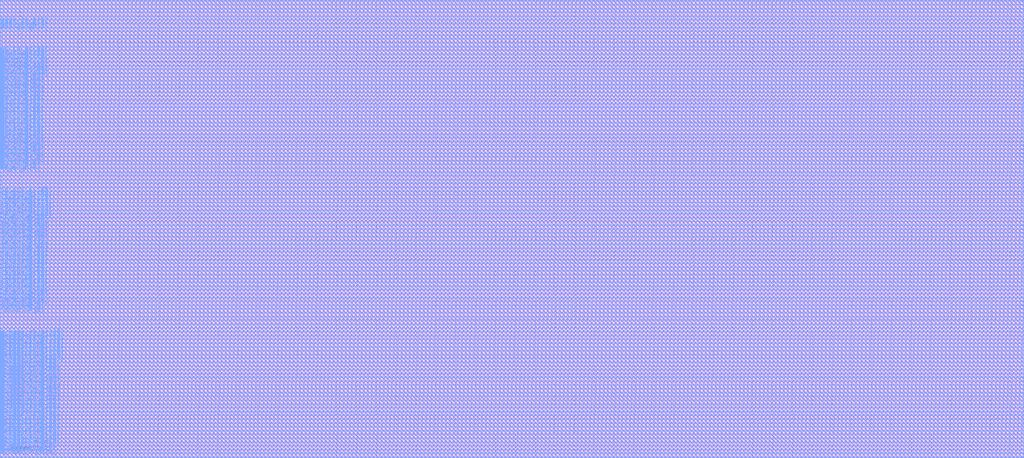
<source format=lef>
# Generated by FakeRAM 2.0
VERSION 5.7 ;
BUSBITCHARS "[]" ;
PROPERTYDEFINITIONS
  MACRO width INTEGER ;
  MACRO depth INTEGER ;
  MACRO banks INTEGER ;
END PROPERTYDEFINITIONS
MACRO fakeram7_tdp_512x128
  PROPERTY width 128 ;
  PROPERTY depth 512 ;
  PROPERTY banks 4 ;
  FOREIGN fakeram7_tdp_512x128 0 0 ;
  SYMMETRY X Y ;
  SIZE 103.360 BY 46.200 ;
  CLASS BLOCK ;
  PIN w_mask_in_A[0]
    DIRECTION INPUT ;
    USE SIGNAL ;
    SHAPE ABUTMENT ;
    PORT
      LAYER M4 ;
      RECT 0.000 0.048 0.024 0.072 ;
    END
  END w_mask_in_A[0]
  PIN w_mask_in_B[0]
    DIRECTION INPUT ;
    USE SIGNAL ;
    SHAPE ABUTMENT ;
    PORT
      LAYER M4 ;
      RECT 103.336 0.048 103.360 0.072 ;
    END
  END w_mask_in_B[0]
  PIN w_mask_in_A[1]
    DIRECTION INPUT ;
    USE SIGNAL ;
    SHAPE ABUTMENT ;
    PORT
      LAYER M4 ;
      RECT 0.000 0.144 0.024 0.168 ;
    END
  END w_mask_in_A[1]
  PIN w_mask_in_B[1]
    DIRECTION INPUT ;
    USE SIGNAL ;
    SHAPE ABUTMENT ;
    PORT
      LAYER M4 ;
      RECT 103.336 0.144 103.360 0.168 ;
    END
  END w_mask_in_B[1]
  PIN w_mask_in_A[2]
    DIRECTION INPUT ;
    USE SIGNAL ;
    SHAPE ABUTMENT ;
    PORT
      LAYER M4 ;
      RECT 0.000 0.240 0.024 0.264 ;
    END
  END w_mask_in_A[2]
  PIN w_mask_in_B[2]
    DIRECTION INPUT ;
    USE SIGNAL ;
    SHAPE ABUTMENT ;
    PORT
      LAYER M4 ;
      RECT 103.336 0.240 103.360 0.264 ;
    END
  END w_mask_in_B[2]
  PIN w_mask_in_A[3]
    DIRECTION INPUT ;
    USE SIGNAL ;
    SHAPE ABUTMENT ;
    PORT
      LAYER M4 ;
      RECT 0.000 0.336 0.024 0.360 ;
    END
  END w_mask_in_A[3]
  PIN w_mask_in_B[3]
    DIRECTION INPUT ;
    USE SIGNAL ;
    SHAPE ABUTMENT ;
    PORT
      LAYER M4 ;
      RECT 103.336 0.336 103.360 0.360 ;
    END
  END w_mask_in_B[3]
  PIN w_mask_in_A[4]
    DIRECTION INPUT ;
    USE SIGNAL ;
    SHAPE ABUTMENT ;
    PORT
      LAYER M4 ;
      RECT 0.000 0.432 0.024 0.456 ;
    END
  END w_mask_in_A[4]
  PIN w_mask_in_B[4]
    DIRECTION INPUT ;
    USE SIGNAL ;
    SHAPE ABUTMENT ;
    PORT
      LAYER M4 ;
      RECT 103.336 0.432 103.360 0.456 ;
    END
  END w_mask_in_B[4]
  PIN w_mask_in_A[5]
    DIRECTION INPUT ;
    USE SIGNAL ;
    SHAPE ABUTMENT ;
    PORT
      LAYER M4 ;
      RECT 0.000 0.528 0.024 0.552 ;
    END
  END w_mask_in_A[5]
  PIN w_mask_in_B[5]
    DIRECTION INPUT ;
    USE SIGNAL ;
    SHAPE ABUTMENT ;
    PORT
      LAYER M4 ;
      RECT 103.336 0.528 103.360 0.552 ;
    END
  END w_mask_in_B[5]
  PIN w_mask_in_A[6]
    DIRECTION INPUT ;
    USE SIGNAL ;
    SHAPE ABUTMENT ;
    PORT
      LAYER M4 ;
      RECT 0.000 0.624 0.024 0.648 ;
    END
  END w_mask_in_A[6]
  PIN w_mask_in_B[6]
    DIRECTION INPUT ;
    USE SIGNAL ;
    SHAPE ABUTMENT ;
    PORT
      LAYER M4 ;
      RECT 103.336 0.624 103.360 0.648 ;
    END
  END w_mask_in_B[6]
  PIN w_mask_in_A[7]
    DIRECTION INPUT ;
    USE SIGNAL ;
    SHAPE ABUTMENT ;
    PORT
      LAYER M4 ;
      RECT 0.000 0.720 0.024 0.744 ;
    END
  END w_mask_in_A[7]
  PIN w_mask_in_B[7]
    DIRECTION INPUT ;
    USE SIGNAL ;
    SHAPE ABUTMENT ;
    PORT
      LAYER M4 ;
      RECT 103.336 0.720 103.360 0.744 ;
    END
  END w_mask_in_B[7]
  PIN w_mask_in_A[8]
    DIRECTION INPUT ;
    USE SIGNAL ;
    SHAPE ABUTMENT ;
    PORT
      LAYER M4 ;
      RECT 0.000 0.816 0.024 0.840 ;
    END
  END w_mask_in_A[8]
  PIN w_mask_in_B[8]
    DIRECTION INPUT ;
    USE SIGNAL ;
    SHAPE ABUTMENT ;
    PORT
      LAYER M4 ;
      RECT 103.336 0.816 103.360 0.840 ;
    END
  END w_mask_in_B[8]
  PIN w_mask_in_A[9]
    DIRECTION INPUT ;
    USE SIGNAL ;
    SHAPE ABUTMENT ;
    PORT
      LAYER M4 ;
      RECT 0.000 0.912 0.024 0.936 ;
    END
  END w_mask_in_A[9]
  PIN w_mask_in_B[9]
    DIRECTION INPUT ;
    USE SIGNAL ;
    SHAPE ABUTMENT ;
    PORT
      LAYER M4 ;
      RECT 103.336 0.912 103.360 0.936 ;
    END
  END w_mask_in_B[9]
  PIN w_mask_in_A[10]
    DIRECTION INPUT ;
    USE SIGNAL ;
    SHAPE ABUTMENT ;
    PORT
      LAYER M4 ;
      RECT 0.000 1.008 0.024 1.032 ;
    END
  END w_mask_in_A[10]
  PIN w_mask_in_B[10]
    DIRECTION INPUT ;
    USE SIGNAL ;
    SHAPE ABUTMENT ;
    PORT
      LAYER M4 ;
      RECT 103.336 1.008 103.360 1.032 ;
    END
  END w_mask_in_B[10]
  PIN w_mask_in_A[11]
    DIRECTION INPUT ;
    USE SIGNAL ;
    SHAPE ABUTMENT ;
    PORT
      LAYER M4 ;
      RECT 0.000 1.104 0.024 1.128 ;
    END
  END w_mask_in_A[11]
  PIN w_mask_in_B[11]
    DIRECTION INPUT ;
    USE SIGNAL ;
    SHAPE ABUTMENT ;
    PORT
      LAYER M4 ;
      RECT 103.336 1.104 103.360 1.128 ;
    END
  END w_mask_in_B[11]
  PIN w_mask_in_A[12]
    DIRECTION INPUT ;
    USE SIGNAL ;
    SHAPE ABUTMENT ;
    PORT
      LAYER M4 ;
      RECT 0.000 1.200 0.024 1.224 ;
    END
  END w_mask_in_A[12]
  PIN w_mask_in_B[12]
    DIRECTION INPUT ;
    USE SIGNAL ;
    SHAPE ABUTMENT ;
    PORT
      LAYER M4 ;
      RECT 103.336 1.200 103.360 1.224 ;
    END
  END w_mask_in_B[12]
  PIN w_mask_in_A[13]
    DIRECTION INPUT ;
    USE SIGNAL ;
    SHAPE ABUTMENT ;
    PORT
      LAYER M4 ;
      RECT 0.000 1.296 0.024 1.320 ;
    END
  END w_mask_in_A[13]
  PIN w_mask_in_B[13]
    DIRECTION INPUT ;
    USE SIGNAL ;
    SHAPE ABUTMENT ;
    PORT
      LAYER M4 ;
      RECT 103.336 1.296 103.360 1.320 ;
    END
  END w_mask_in_B[13]
  PIN w_mask_in_A[14]
    DIRECTION INPUT ;
    USE SIGNAL ;
    SHAPE ABUTMENT ;
    PORT
      LAYER M4 ;
      RECT 0.000 1.392 0.024 1.416 ;
    END
  END w_mask_in_A[14]
  PIN w_mask_in_B[14]
    DIRECTION INPUT ;
    USE SIGNAL ;
    SHAPE ABUTMENT ;
    PORT
      LAYER M4 ;
      RECT 103.336 1.392 103.360 1.416 ;
    END
  END w_mask_in_B[14]
  PIN w_mask_in_A[15]
    DIRECTION INPUT ;
    USE SIGNAL ;
    SHAPE ABUTMENT ;
    PORT
      LAYER M4 ;
      RECT 0.000 1.488 0.024 1.512 ;
    END
  END w_mask_in_A[15]
  PIN w_mask_in_B[15]
    DIRECTION INPUT ;
    USE SIGNAL ;
    SHAPE ABUTMENT ;
    PORT
      LAYER M4 ;
      RECT 103.336 1.488 103.360 1.512 ;
    END
  END w_mask_in_B[15]
  PIN w_mask_in_A[16]
    DIRECTION INPUT ;
    USE SIGNAL ;
    SHAPE ABUTMENT ;
    PORT
      LAYER M4 ;
      RECT 0.000 1.584 0.024 1.608 ;
    END
  END w_mask_in_A[16]
  PIN w_mask_in_B[16]
    DIRECTION INPUT ;
    USE SIGNAL ;
    SHAPE ABUTMENT ;
    PORT
      LAYER M4 ;
      RECT 103.336 1.584 103.360 1.608 ;
    END
  END w_mask_in_B[16]
  PIN w_mask_in_A[17]
    DIRECTION INPUT ;
    USE SIGNAL ;
    SHAPE ABUTMENT ;
    PORT
      LAYER M4 ;
      RECT 0.000 1.680 0.024 1.704 ;
    END
  END w_mask_in_A[17]
  PIN w_mask_in_B[17]
    DIRECTION INPUT ;
    USE SIGNAL ;
    SHAPE ABUTMENT ;
    PORT
      LAYER M4 ;
      RECT 103.336 1.680 103.360 1.704 ;
    END
  END w_mask_in_B[17]
  PIN w_mask_in_A[18]
    DIRECTION INPUT ;
    USE SIGNAL ;
    SHAPE ABUTMENT ;
    PORT
      LAYER M4 ;
      RECT 0.000 1.776 0.024 1.800 ;
    END
  END w_mask_in_A[18]
  PIN w_mask_in_B[18]
    DIRECTION INPUT ;
    USE SIGNAL ;
    SHAPE ABUTMENT ;
    PORT
      LAYER M4 ;
      RECT 103.336 1.776 103.360 1.800 ;
    END
  END w_mask_in_B[18]
  PIN w_mask_in_A[19]
    DIRECTION INPUT ;
    USE SIGNAL ;
    SHAPE ABUTMENT ;
    PORT
      LAYER M4 ;
      RECT 0.000 1.872 0.024 1.896 ;
    END
  END w_mask_in_A[19]
  PIN w_mask_in_B[19]
    DIRECTION INPUT ;
    USE SIGNAL ;
    SHAPE ABUTMENT ;
    PORT
      LAYER M4 ;
      RECT 103.336 1.872 103.360 1.896 ;
    END
  END w_mask_in_B[19]
  PIN w_mask_in_A[20]
    DIRECTION INPUT ;
    USE SIGNAL ;
    SHAPE ABUTMENT ;
    PORT
      LAYER M4 ;
      RECT 0.000 1.968 0.024 1.992 ;
    END
  END w_mask_in_A[20]
  PIN w_mask_in_B[20]
    DIRECTION INPUT ;
    USE SIGNAL ;
    SHAPE ABUTMENT ;
    PORT
      LAYER M4 ;
      RECT 103.336 1.968 103.360 1.992 ;
    END
  END w_mask_in_B[20]
  PIN w_mask_in_A[21]
    DIRECTION INPUT ;
    USE SIGNAL ;
    SHAPE ABUTMENT ;
    PORT
      LAYER M4 ;
      RECT 0.000 2.064 0.024 2.088 ;
    END
  END w_mask_in_A[21]
  PIN w_mask_in_B[21]
    DIRECTION INPUT ;
    USE SIGNAL ;
    SHAPE ABUTMENT ;
    PORT
      LAYER M4 ;
      RECT 103.336 2.064 103.360 2.088 ;
    END
  END w_mask_in_B[21]
  PIN w_mask_in_A[22]
    DIRECTION INPUT ;
    USE SIGNAL ;
    SHAPE ABUTMENT ;
    PORT
      LAYER M4 ;
      RECT 0.000 2.160 0.024 2.184 ;
    END
  END w_mask_in_A[22]
  PIN w_mask_in_B[22]
    DIRECTION INPUT ;
    USE SIGNAL ;
    SHAPE ABUTMENT ;
    PORT
      LAYER M4 ;
      RECT 103.336 2.160 103.360 2.184 ;
    END
  END w_mask_in_B[22]
  PIN w_mask_in_A[23]
    DIRECTION INPUT ;
    USE SIGNAL ;
    SHAPE ABUTMENT ;
    PORT
      LAYER M4 ;
      RECT 0.000 2.256 0.024 2.280 ;
    END
  END w_mask_in_A[23]
  PIN w_mask_in_B[23]
    DIRECTION INPUT ;
    USE SIGNAL ;
    SHAPE ABUTMENT ;
    PORT
      LAYER M4 ;
      RECT 103.336 2.256 103.360 2.280 ;
    END
  END w_mask_in_B[23]
  PIN w_mask_in_A[24]
    DIRECTION INPUT ;
    USE SIGNAL ;
    SHAPE ABUTMENT ;
    PORT
      LAYER M4 ;
      RECT 0.000 2.352 0.024 2.376 ;
    END
  END w_mask_in_A[24]
  PIN w_mask_in_B[24]
    DIRECTION INPUT ;
    USE SIGNAL ;
    SHAPE ABUTMENT ;
    PORT
      LAYER M4 ;
      RECT 103.336 2.352 103.360 2.376 ;
    END
  END w_mask_in_B[24]
  PIN w_mask_in_A[25]
    DIRECTION INPUT ;
    USE SIGNAL ;
    SHAPE ABUTMENT ;
    PORT
      LAYER M4 ;
      RECT 0.000 2.448 0.024 2.472 ;
    END
  END w_mask_in_A[25]
  PIN w_mask_in_B[25]
    DIRECTION INPUT ;
    USE SIGNAL ;
    SHAPE ABUTMENT ;
    PORT
      LAYER M4 ;
      RECT 103.336 2.448 103.360 2.472 ;
    END
  END w_mask_in_B[25]
  PIN w_mask_in_A[26]
    DIRECTION INPUT ;
    USE SIGNAL ;
    SHAPE ABUTMENT ;
    PORT
      LAYER M4 ;
      RECT 0.000 2.544 0.024 2.568 ;
    END
  END w_mask_in_A[26]
  PIN w_mask_in_B[26]
    DIRECTION INPUT ;
    USE SIGNAL ;
    SHAPE ABUTMENT ;
    PORT
      LAYER M4 ;
      RECT 103.336 2.544 103.360 2.568 ;
    END
  END w_mask_in_B[26]
  PIN w_mask_in_A[27]
    DIRECTION INPUT ;
    USE SIGNAL ;
    SHAPE ABUTMENT ;
    PORT
      LAYER M4 ;
      RECT 0.000 2.640 0.024 2.664 ;
    END
  END w_mask_in_A[27]
  PIN w_mask_in_B[27]
    DIRECTION INPUT ;
    USE SIGNAL ;
    SHAPE ABUTMENT ;
    PORT
      LAYER M4 ;
      RECT 103.336 2.640 103.360 2.664 ;
    END
  END w_mask_in_B[27]
  PIN w_mask_in_A[28]
    DIRECTION INPUT ;
    USE SIGNAL ;
    SHAPE ABUTMENT ;
    PORT
      LAYER M4 ;
      RECT 0.000 2.736 0.024 2.760 ;
    END
  END w_mask_in_A[28]
  PIN w_mask_in_B[28]
    DIRECTION INPUT ;
    USE SIGNAL ;
    SHAPE ABUTMENT ;
    PORT
      LAYER M4 ;
      RECT 103.336 2.736 103.360 2.760 ;
    END
  END w_mask_in_B[28]
  PIN w_mask_in_A[29]
    DIRECTION INPUT ;
    USE SIGNAL ;
    SHAPE ABUTMENT ;
    PORT
      LAYER M4 ;
      RECT 0.000 2.832 0.024 2.856 ;
    END
  END w_mask_in_A[29]
  PIN w_mask_in_B[29]
    DIRECTION INPUT ;
    USE SIGNAL ;
    SHAPE ABUTMENT ;
    PORT
      LAYER M4 ;
      RECT 103.336 2.832 103.360 2.856 ;
    END
  END w_mask_in_B[29]
  PIN w_mask_in_A[30]
    DIRECTION INPUT ;
    USE SIGNAL ;
    SHAPE ABUTMENT ;
    PORT
      LAYER M4 ;
      RECT 0.000 2.928 0.024 2.952 ;
    END
  END w_mask_in_A[30]
  PIN w_mask_in_B[30]
    DIRECTION INPUT ;
    USE SIGNAL ;
    SHAPE ABUTMENT ;
    PORT
      LAYER M4 ;
      RECT 103.336 2.928 103.360 2.952 ;
    END
  END w_mask_in_B[30]
  PIN w_mask_in_A[31]
    DIRECTION INPUT ;
    USE SIGNAL ;
    SHAPE ABUTMENT ;
    PORT
      LAYER M4 ;
      RECT 0.000 3.024 0.024 3.048 ;
    END
  END w_mask_in_A[31]
  PIN w_mask_in_B[31]
    DIRECTION INPUT ;
    USE SIGNAL ;
    SHAPE ABUTMENT ;
    PORT
      LAYER M4 ;
      RECT 103.336 3.024 103.360 3.048 ;
    END
  END w_mask_in_B[31]
  PIN w_mask_in_A[32]
    DIRECTION INPUT ;
    USE SIGNAL ;
    SHAPE ABUTMENT ;
    PORT
      LAYER M4 ;
      RECT 0.000 3.120 0.024 3.144 ;
    END
  END w_mask_in_A[32]
  PIN w_mask_in_B[32]
    DIRECTION INPUT ;
    USE SIGNAL ;
    SHAPE ABUTMENT ;
    PORT
      LAYER M4 ;
      RECT 103.336 3.120 103.360 3.144 ;
    END
  END w_mask_in_B[32]
  PIN w_mask_in_A[33]
    DIRECTION INPUT ;
    USE SIGNAL ;
    SHAPE ABUTMENT ;
    PORT
      LAYER M4 ;
      RECT 0.000 3.216 0.024 3.240 ;
    END
  END w_mask_in_A[33]
  PIN w_mask_in_B[33]
    DIRECTION INPUT ;
    USE SIGNAL ;
    SHAPE ABUTMENT ;
    PORT
      LAYER M4 ;
      RECT 103.336 3.216 103.360 3.240 ;
    END
  END w_mask_in_B[33]
  PIN w_mask_in_A[34]
    DIRECTION INPUT ;
    USE SIGNAL ;
    SHAPE ABUTMENT ;
    PORT
      LAYER M4 ;
      RECT 0.000 3.312 0.024 3.336 ;
    END
  END w_mask_in_A[34]
  PIN w_mask_in_B[34]
    DIRECTION INPUT ;
    USE SIGNAL ;
    SHAPE ABUTMENT ;
    PORT
      LAYER M4 ;
      RECT 103.336 3.312 103.360 3.336 ;
    END
  END w_mask_in_B[34]
  PIN w_mask_in_A[35]
    DIRECTION INPUT ;
    USE SIGNAL ;
    SHAPE ABUTMENT ;
    PORT
      LAYER M4 ;
      RECT 0.000 3.408 0.024 3.432 ;
    END
  END w_mask_in_A[35]
  PIN w_mask_in_B[35]
    DIRECTION INPUT ;
    USE SIGNAL ;
    SHAPE ABUTMENT ;
    PORT
      LAYER M4 ;
      RECT 103.336 3.408 103.360 3.432 ;
    END
  END w_mask_in_B[35]
  PIN w_mask_in_A[36]
    DIRECTION INPUT ;
    USE SIGNAL ;
    SHAPE ABUTMENT ;
    PORT
      LAYER M4 ;
      RECT 0.000 3.504 0.024 3.528 ;
    END
  END w_mask_in_A[36]
  PIN w_mask_in_B[36]
    DIRECTION INPUT ;
    USE SIGNAL ;
    SHAPE ABUTMENT ;
    PORT
      LAYER M4 ;
      RECT 103.336 3.504 103.360 3.528 ;
    END
  END w_mask_in_B[36]
  PIN w_mask_in_A[37]
    DIRECTION INPUT ;
    USE SIGNAL ;
    SHAPE ABUTMENT ;
    PORT
      LAYER M4 ;
      RECT 0.000 3.600 0.024 3.624 ;
    END
  END w_mask_in_A[37]
  PIN w_mask_in_B[37]
    DIRECTION INPUT ;
    USE SIGNAL ;
    SHAPE ABUTMENT ;
    PORT
      LAYER M4 ;
      RECT 103.336 3.600 103.360 3.624 ;
    END
  END w_mask_in_B[37]
  PIN w_mask_in_A[38]
    DIRECTION INPUT ;
    USE SIGNAL ;
    SHAPE ABUTMENT ;
    PORT
      LAYER M4 ;
      RECT 0.000 3.696 0.024 3.720 ;
    END
  END w_mask_in_A[38]
  PIN w_mask_in_B[38]
    DIRECTION INPUT ;
    USE SIGNAL ;
    SHAPE ABUTMENT ;
    PORT
      LAYER M4 ;
      RECT 103.336 3.696 103.360 3.720 ;
    END
  END w_mask_in_B[38]
  PIN w_mask_in_A[39]
    DIRECTION INPUT ;
    USE SIGNAL ;
    SHAPE ABUTMENT ;
    PORT
      LAYER M4 ;
      RECT 0.000 3.792 0.024 3.816 ;
    END
  END w_mask_in_A[39]
  PIN w_mask_in_B[39]
    DIRECTION INPUT ;
    USE SIGNAL ;
    SHAPE ABUTMENT ;
    PORT
      LAYER M4 ;
      RECT 103.336 3.792 103.360 3.816 ;
    END
  END w_mask_in_B[39]
  PIN w_mask_in_A[40]
    DIRECTION INPUT ;
    USE SIGNAL ;
    SHAPE ABUTMENT ;
    PORT
      LAYER M4 ;
      RECT 0.000 3.888 0.024 3.912 ;
    END
  END w_mask_in_A[40]
  PIN w_mask_in_B[40]
    DIRECTION INPUT ;
    USE SIGNAL ;
    SHAPE ABUTMENT ;
    PORT
      LAYER M4 ;
      RECT 103.336 3.888 103.360 3.912 ;
    END
  END w_mask_in_B[40]
  PIN w_mask_in_A[41]
    DIRECTION INPUT ;
    USE SIGNAL ;
    SHAPE ABUTMENT ;
    PORT
      LAYER M4 ;
      RECT 0.000 3.984 0.024 4.008 ;
    END
  END w_mask_in_A[41]
  PIN w_mask_in_B[41]
    DIRECTION INPUT ;
    USE SIGNAL ;
    SHAPE ABUTMENT ;
    PORT
      LAYER M4 ;
      RECT 103.336 3.984 103.360 4.008 ;
    END
  END w_mask_in_B[41]
  PIN w_mask_in_A[42]
    DIRECTION INPUT ;
    USE SIGNAL ;
    SHAPE ABUTMENT ;
    PORT
      LAYER M4 ;
      RECT 0.000 4.080 0.024 4.104 ;
    END
  END w_mask_in_A[42]
  PIN w_mask_in_B[42]
    DIRECTION INPUT ;
    USE SIGNAL ;
    SHAPE ABUTMENT ;
    PORT
      LAYER M4 ;
      RECT 103.336 4.080 103.360 4.104 ;
    END
  END w_mask_in_B[42]
  PIN w_mask_in_A[43]
    DIRECTION INPUT ;
    USE SIGNAL ;
    SHAPE ABUTMENT ;
    PORT
      LAYER M4 ;
      RECT 0.000 4.176 0.024 4.200 ;
    END
  END w_mask_in_A[43]
  PIN w_mask_in_B[43]
    DIRECTION INPUT ;
    USE SIGNAL ;
    SHAPE ABUTMENT ;
    PORT
      LAYER M4 ;
      RECT 103.336 4.176 103.360 4.200 ;
    END
  END w_mask_in_B[43]
  PIN w_mask_in_A[44]
    DIRECTION INPUT ;
    USE SIGNAL ;
    SHAPE ABUTMENT ;
    PORT
      LAYER M4 ;
      RECT 0.000 4.272 0.024 4.296 ;
    END
  END w_mask_in_A[44]
  PIN w_mask_in_B[44]
    DIRECTION INPUT ;
    USE SIGNAL ;
    SHAPE ABUTMENT ;
    PORT
      LAYER M4 ;
      RECT 103.336 4.272 103.360 4.296 ;
    END
  END w_mask_in_B[44]
  PIN w_mask_in_A[45]
    DIRECTION INPUT ;
    USE SIGNAL ;
    SHAPE ABUTMENT ;
    PORT
      LAYER M4 ;
      RECT 0.000 4.368 0.024 4.392 ;
    END
  END w_mask_in_A[45]
  PIN w_mask_in_B[45]
    DIRECTION INPUT ;
    USE SIGNAL ;
    SHAPE ABUTMENT ;
    PORT
      LAYER M4 ;
      RECT 103.336 4.368 103.360 4.392 ;
    END
  END w_mask_in_B[45]
  PIN w_mask_in_A[46]
    DIRECTION INPUT ;
    USE SIGNAL ;
    SHAPE ABUTMENT ;
    PORT
      LAYER M4 ;
      RECT 0.000 4.464 0.024 4.488 ;
    END
  END w_mask_in_A[46]
  PIN w_mask_in_B[46]
    DIRECTION INPUT ;
    USE SIGNAL ;
    SHAPE ABUTMENT ;
    PORT
      LAYER M4 ;
      RECT 103.336 4.464 103.360 4.488 ;
    END
  END w_mask_in_B[46]
  PIN w_mask_in_A[47]
    DIRECTION INPUT ;
    USE SIGNAL ;
    SHAPE ABUTMENT ;
    PORT
      LAYER M4 ;
      RECT 0.000 4.560 0.024 4.584 ;
    END
  END w_mask_in_A[47]
  PIN w_mask_in_B[47]
    DIRECTION INPUT ;
    USE SIGNAL ;
    SHAPE ABUTMENT ;
    PORT
      LAYER M4 ;
      RECT 103.336 4.560 103.360 4.584 ;
    END
  END w_mask_in_B[47]
  PIN w_mask_in_A[48]
    DIRECTION INPUT ;
    USE SIGNAL ;
    SHAPE ABUTMENT ;
    PORT
      LAYER M4 ;
      RECT 0.000 4.656 0.024 4.680 ;
    END
  END w_mask_in_A[48]
  PIN w_mask_in_B[48]
    DIRECTION INPUT ;
    USE SIGNAL ;
    SHAPE ABUTMENT ;
    PORT
      LAYER M4 ;
      RECT 103.336 4.656 103.360 4.680 ;
    END
  END w_mask_in_B[48]
  PIN w_mask_in_A[49]
    DIRECTION INPUT ;
    USE SIGNAL ;
    SHAPE ABUTMENT ;
    PORT
      LAYER M4 ;
      RECT 0.000 4.752 0.024 4.776 ;
    END
  END w_mask_in_A[49]
  PIN w_mask_in_B[49]
    DIRECTION INPUT ;
    USE SIGNAL ;
    SHAPE ABUTMENT ;
    PORT
      LAYER M4 ;
      RECT 103.336 4.752 103.360 4.776 ;
    END
  END w_mask_in_B[49]
  PIN w_mask_in_A[50]
    DIRECTION INPUT ;
    USE SIGNAL ;
    SHAPE ABUTMENT ;
    PORT
      LAYER M4 ;
      RECT 0.000 4.848 0.024 4.872 ;
    END
  END w_mask_in_A[50]
  PIN w_mask_in_B[50]
    DIRECTION INPUT ;
    USE SIGNAL ;
    SHAPE ABUTMENT ;
    PORT
      LAYER M4 ;
      RECT 103.336 4.848 103.360 4.872 ;
    END
  END w_mask_in_B[50]
  PIN w_mask_in_A[51]
    DIRECTION INPUT ;
    USE SIGNAL ;
    SHAPE ABUTMENT ;
    PORT
      LAYER M4 ;
      RECT 0.000 4.944 0.024 4.968 ;
    END
  END w_mask_in_A[51]
  PIN w_mask_in_B[51]
    DIRECTION INPUT ;
    USE SIGNAL ;
    SHAPE ABUTMENT ;
    PORT
      LAYER M4 ;
      RECT 103.336 4.944 103.360 4.968 ;
    END
  END w_mask_in_B[51]
  PIN w_mask_in_A[52]
    DIRECTION INPUT ;
    USE SIGNAL ;
    SHAPE ABUTMENT ;
    PORT
      LAYER M4 ;
      RECT 0.000 5.040 0.024 5.064 ;
    END
  END w_mask_in_A[52]
  PIN w_mask_in_B[52]
    DIRECTION INPUT ;
    USE SIGNAL ;
    SHAPE ABUTMENT ;
    PORT
      LAYER M4 ;
      RECT 103.336 5.040 103.360 5.064 ;
    END
  END w_mask_in_B[52]
  PIN w_mask_in_A[53]
    DIRECTION INPUT ;
    USE SIGNAL ;
    SHAPE ABUTMENT ;
    PORT
      LAYER M4 ;
      RECT 0.000 5.136 0.024 5.160 ;
    END
  END w_mask_in_A[53]
  PIN w_mask_in_B[53]
    DIRECTION INPUT ;
    USE SIGNAL ;
    SHAPE ABUTMENT ;
    PORT
      LAYER M4 ;
      RECT 103.336 5.136 103.360 5.160 ;
    END
  END w_mask_in_B[53]
  PIN w_mask_in_A[54]
    DIRECTION INPUT ;
    USE SIGNAL ;
    SHAPE ABUTMENT ;
    PORT
      LAYER M4 ;
      RECT 0.000 5.232 0.024 5.256 ;
    END
  END w_mask_in_A[54]
  PIN w_mask_in_B[54]
    DIRECTION INPUT ;
    USE SIGNAL ;
    SHAPE ABUTMENT ;
    PORT
      LAYER M4 ;
      RECT 103.336 5.232 103.360 5.256 ;
    END
  END w_mask_in_B[54]
  PIN w_mask_in_A[55]
    DIRECTION INPUT ;
    USE SIGNAL ;
    SHAPE ABUTMENT ;
    PORT
      LAYER M4 ;
      RECT 0.000 5.328 0.024 5.352 ;
    END
  END w_mask_in_A[55]
  PIN w_mask_in_B[55]
    DIRECTION INPUT ;
    USE SIGNAL ;
    SHAPE ABUTMENT ;
    PORT
      LAYER M4 ;
      RECT 103.336 5.328 103.360 5.352 ;
    END
  END w_mask_in_B[55]
  PIN w_mask_in_A[56]
    DIRECTION INPUT ;
    USE SIGNAL ;
    SHAPE ABUTMENT ;
    PORT
      LAYER M4 ;
      RECT 0.000 5.424 0.024 5.448 ;
    END
  END w_mask_in_A[56]
  PIN w_mask_in_B[56]
    DIRECTION INPUT ;
    USE SIGNAL ;
    SHAPE ABUTMENT ;
    PORT
      LAYER M4 ;
      RECT 103.336 5.424 103.360 5.448 ;
    END
  END w_mask_in_B[56]
  PIN w_mask_in_A[57]
    DIRECTION INPUT ;
    USE SIGNAL ;
    SHAPE ABUTMENT ;
    PORT
      LAYER M4 ;
      RECT 0.000 5.520 0.024 5.544 ;
    END
  END w_mask_in_A[57]
  PIN w_mask_in_B[57]
    DIRECTION INPUT ;
    USE SIGNAL ;
    SHAPE ABUTMENT ;
    PORT
      LAYER M4 ;
      RECT 103.336 5.520 103.360 5.544 ;
    END
  END w_mask_in_B[57]
  PIN w_mask_in_A[58]
    DIRECTION INPUT ;
    USE SIGNAL ;
    SHAPE ABUTMENT ;
    PORT
      LAYER M4 ;
      RECT 0.000 5.616 0.024 5.640 ;
    END
  END w_mask_in_A[58]
  PIN w_mask_in_B[58]
    DIRECTION INPUT ;
    USE SIGNAL ;
    SHAPE ABUTMENT ;
    PORT
      LAYER M4 ;
      RECT 103.336 5.616 103.360 5.640 ;
    END
  END w_mask_in_B[58]
  PIN w_mask_in_A[59]
    DIRECTION INPUT ;
    USE SIGNAL ;
    SHAPE ABUTMENT ;
    PORT
      LAYER M4 ;
      RECT 0.000 5.712 0.024 5.736 ;
    END
  END w_mask_in_A[59]
  PIN w_mask_in_B[59]
    DIRECTION INPUT ;
    USE SIGNAL ;
    SHAPE ABUTMENT ;
    PORT
      LAYER M4 ;
      RECT 103.336 5.712 103.360 5.736 ;
    END
  END w_mask_in_B[59]
  PIN w_mask_in_A[60]
    DIRECTION INPUT ;
    USE SIGNAL ;
    SHAPE ABUTMENT ;
    PORT
      LAYER M4 ;
      RECT 0.000 5.808 0.024 5.832 ;
    END
  END w_mask_in_A[60]
  PIN w_mask_in_B[60]
    DIRECTION INPUT ;
    USE SIGNAL ;
    SHAPE ABUTMENT ;
    PORT
      LAYER M4 ;
      RECT 103.336 5.808 103.360 5.832 ;
    END
  END w_mask_in_B[60]
  PIN w_mask_in_A[61]
    DIRECTION INPUT ;
    USE SIGNAL ;
    SHAPE ABUTMENT ;
    PORT
      LAYER M4 ;
      RECT 0.000 5.904 0.024 5.928 ;
    END
  END w_mask_in_A[61]
  PIN w_mask_in_B[61]
    DIRECTION INPUT ;
    USE SIGNAL ;
    SHAPE ABUTMENT ;
    PORT
      LAYER M4 ;
      RECT 103.336 5.904 103.360 5.928 ;
    END
  END w_mask_in_B[61]
  PIN w_mask_in_A[62]
    DIRECTION INPUT ;
    USE SIGNAL ;
    SHAPE ABUTMENT ;
    PORT
      LAYER M4 ;
      RECT 0.000 6.000 0.024 6.024 ;
    END
  END w_mask_in_A[62]
  PIN w_mask_in_B[62]
    DIRECTION INPUT ;
    USE SIGNAL ;
    SHAPE ABUTMENT ;
    PORT
      LAYER M4 ;
      RECT 103.336 6.000 103.360 6.024 ;
    END
  END w_mask_in_B[62]
  PIN w_mask_in_A[63]
    DIRECTION INPUT ;
    USE SIGNAL ;
    SHAPE ABUTMENT ;
    PORT
      LAYER M4 ;
      RECT 0.000 6.096 0.024 6.120 ;
    END
  END w_mask_in_A[63]
  PIN w_mask_in_B[63]
    DIRECTION INPUT ;
    USE SIGNAL ;
    SHAPE ABUTMENT ;
    PORT
      LAYER M4 ;
      RECT 103.336 6.096 103.360 6.120 ;
    END
  END w_mask_in_B[63]
  PIN w_mask_in_A[64]
    DIRECTION INPUT ;
    USE SIGNAL ;
    SHAPE ABUTMENT ;
    PORT
      LAYER M4 ;
      RECT 0.000 6.192 0.024 6.216 ;
    END
  END w_mask_in_A[64]
  PIN w_mask_in_B[64]
    DIRECTION INPUT ;
    USE SIGNAL ;
    SHAPE ABUTMENT ;
    PORT
      LAYER M4 ;
      RECT 103.336 6.192 103.360 6.216 ;
    END
  END w_mask_in_B[64]
  PIN w_mask_in_A[65]
    DIRECTION INPUT ;
    USE SIGNAL ;
    SHAPE ABUTMENT ;
    PORT
      LAYER M4 ;
      RECT 0.000 6.288 0.024 6.312 ;
    END
  END w_mask_in_A[65]
  PIN w_mask_in_B[65]
    DIRECTION INPUT ;
    USE SIGNAL ;
    SHAPE ABUTMENT ;
    PORT
      LAYER M4 ;
      RECT 103.336 6.288 103.360 6.312 ;
    END
  END w_mask_in_B[65]
  PIN w_mask_in_A[66]
    DIRECTION INPUT ;
    USE SIGNAL ;
    SHAPE ABUTMENT ;
    PORT
      LAYER M4 ;
      RECT 0.000 6.384 0.024 6.408 ;
    END
  END w_mask_in_A[66]
  PIN w_mask_in_B[66]
    DIRECTION INPUT ;
    USE SIGNAL ;
    SHAPE ABUTMENT ;
    PORT
      LAYER M4 ;
      RECT 103.336 6.384 103.360 6.408 ;
    END
  END w_mask_in_B[66]
  PIN w_mask_in_A[67]
    DIRECTION INPUT ;
    USE SIGNAL ;
    SHAPE ABUTMENT ;
    PORT
      LAYER M4 ;
      RECT 0.000 6.480 0.024 6.504 ;
    END
  END w_mask_in_A[67]
  PIN w_mask_in_B[67]
    DIRECTION INPUT ;
    USE SIGNAL ;
    SHAPE ABUTMENT ;
    PORT
      LAYER M4 ;
      RECT 103.336 6.480 103.360 6.504 ;
    END
  END w_mask_in_B[67]
  PIN w_mask_in_A[68]
    DIRECTION INPUT ;
    USE SIGNAL ;
    SHAPE ABUTMENT ;
    PORT
      LAYER M4 ;
      RECT 0.000 6.576 0.024 6.600 ;
    END
  END w_mask_in_A[68]
  PIN w_mask_in_B[68]
    DIRECTION INPUT ;
    USE SIGNAL ;
    SHAPE ABUTMENT ;
    PORT
      LAYER M4 ;
      RECT 103.336 6.576 103.360 6.600 ;
    END
  END w_mask_in_B[68]
  PIN w_mask_in_A[69]
    DIRECTION INPUT ;
    USE SIGNAL ;
    SHAPE ABUTMENT ;
    PORT
      LAYER M4 ;
      RECT 0.000 6.672 0.024 6.696 ;
    END
  END w_mask_in_A[69]
  PIN w_mask_in_B[69]
    DIRECTION INPUT ;
    USE SIGNAL ;
    SHAPE ABUTMENT ;
    PORT
      LAYER M4 ;
      RECT 103.336 6.672 103.360 6.696 ;
    END
  END w_mask_in_B[69]
  PIN w_mask_in_A[70]
    DIRECTION INPUT ;
    USE SIGNAL ;
    SHAPE ABUTMENT ;
    PORT
      LAYER M4 ;
      RECT 0.000 6.768 0.024 6.792 ;
    END
  END w_mask_in_A[70]
  PIN w_mask_in_B[70]
    DIRECTION INPUT ;
    USE SIGNAL ;
    SHAPE ABUTMENT ;
    PORT
      LAYER M4 ;
      RECT 103.336 6.768 103.360 6.792 ;
    END
  END w_mask_in_B[70]
  PIN w_mask_in_A[71]
    DIRECTION INPUT ;
    USE SIGNAL ;
    SHAPE ABUTMENT ;
    PORT
      LAYER M4 ;
      RECT 0.000 6.864 0.024 6.888 ;
    END
  END w_mask_in_A[71]
  PIN w_mask_in_B[71]
    DIRECTION INPUT ;
    USE SIGNAL ;
    SHAPE ABUTMENT ;
    PORT
      LAYER M4 ;
      RECT 103.336 6.864 103.360 6.888 ;
    END
  END w_mask_in_B[71]
  PIN w_mask_in_A[72]
    DIRECTION INPUT ;
    USE SIGNAL ;
    SHAPE ABUTMENT ;
    PORT
      LAYER M4 ;
      RECT 0.000 6.960 0.024 6.984 ;
    END
  END w_mask_in_A[72]
  PIN w_mask_in_B[72]
    DIRECTION INPUT ;
    USE SIGNAL ;
    SHAPE ABUTMENT ;
    PORT
      LAYER M4 ;
      RECT 103.336 6.960 103.360 6.984 ;
    END
  END w_mask_in_B[72]
  PIN w_mask_in_A[73]
    DIRECTION INPUT ;
    USE SIGNAL ;
    SHAPE ABUTMENT ;
    PORT
      LAYER M4 ;
      RECT 0.000 7.056 0.024 7.080 ;
    END
  END w_mask_in_A[73]
  PIN w_mask_in_B[73]
    DIRECTION INPUT ;
    USE SIGNAL ;
    SHAPE ABUTMENT ;
    PORT
      LAYER M4 ;
      RECT 103.336 7.056 103.360 7.080 ;
    END
  END w_mask_in_B[73]
  PIN w_mask_in_A[74]
    DIRECTION INPUT ;
    USE SIGNAL ;
    SHAPE ABUTMENT ;
    PORT
      LAYER M4 ;
      RECT 0.000 7.152 0.024 7.176 ;
    END
  END w_mask_in_A[74]
  PIN w_mask_in_B[74]
    DIRECTION INPUT ;
    USE SIGNAL ;
    SHAPE ABUTMENT ;
    PORT
      LAYER M4 ;
      RECT 103.336 7.152 103.360 7.176 ;
    END
  END w_mask_in_B[74]
  PIN w_mask_in_A[75]
    DIRECTION INPUT ;
    USE SIGNAL ;
    SHAPE ABUTMENT ;
    PORT
      LAYER M4 ;
      RECT 0.000 7.248 0.024 7.272 ;
    END
  END w_mask_in_A[75]
  PIN w_mask_in_B[75]
    DIRECTION INPUT ;
    USE SIGNAL ;
    SHAPE ABUTMENT ;
    PORT
      LAYER M4 ;
      RECT 103.336 7.248 103.360 7.272 ;
    END
  END w_mask_in_B[75]
  PIN w_mask_in_A[76]
    DIRECTION INPUT ;
    USE SIGNAL ;
    SHAPE ABUTMENT ;
    PORT
      LAYER M4 ;
      RECT 0.000 7.344 0.024 7.368 ;
    END
  END w_mask_in_A[76]
  PIN w_mask_in_B[76]
    DIRECTION INPUT ;
    USE SIGNAL ;
    SHAPE ABUTMENT ;
    PORT
      LAYER M4 ;
      RECT 103.336 7.344 103.360 7.368 ;
    END
  END w_mask_in_B[76]
  PIN w_mask_in_A[77]
    DIRECTION INPUT ;
    USE SIGNAL ;
    SHAPE ABUTMENT ;
    PORT
      LAYER M4 ;
      RECT 0.000 7.440 0.024 7.464 ;
    END
  END w_mask_in_A[77]
  PIN w_mask_in_B[77]
    DIRECTION INPUT ;
    USE SIGNAL ;
    SHAPE ABUTMENT ;
    PORT
      LAYER M4 ;
      RECT 103.336 7.440 103.360 7.464 ;
    END
  END w_mask_in_B[77]
  PIN w_mask_in_A[78]
    DIRECTION INPUT ;
    USE SIGNAL ;
    SHAPE ABUTMENT ;
    PORT
      LAYER M4 ;
      RECT 0.000 7.536 0.024 7.560 ;
    END
  END w_mask_in_A[78]
  PIN w_mask_in_B[78]
    DIRECTION INPUT ;
    USE SIGNAL ;
    SHAPE ABUTMENT ;
    PORT
      LAYER M4 ;
      RECT 103.336 7.536 103.360 7.560 ;
    END
  END w_mask_in_B[78]
  PIN w_mask_in_A[79]
    DIRECTION INPUT ;
    USE SIGNAL ;
    SHAPE ABUTMENT ;
    PORT
      LAYER M4 ;
      RECT 0.000 7.632 0.024 7.656 ;
    END
  END w_mask_in_A[79]
  PIN w_mask_in_B[79]
    DIRECTION INPUT ;
    USE SIGNAL ;
    SHAPE ABUTMENT ;
    PORT
      LAYER M4 ;
      RECT 103.336 7.632 103.360 7.656 ;
    END
  END w_mask_in_B[79]
  PIN w_mask_in_A[80]
    DIRECTION INPUT ;
    USE SIGNAL ;
    SHAPE ABUTMENT ;
    PORT
      LAYER M4 ;
      RECT 0.000 7.728 0.024 7.752 ;
    END
  END w_mask_in_A[80]
  PIN w_mask_in_B[80]
    DIRECTION INPUT ;
    USE SIGNAL ;
    SHAPE ABUTMENT ;
    PORT
      LAYER M4 ;
      RECT 103.336 7.728 103.360 7.752 ;
    END
  END w_mask_in_B[80]
  PIN w_mask_in_A[81]
    DIRECTION INPUT ;
    USE SIGNAL ;
    SHAPE ABUTMENT ;
    PORT
      LAYER M4 ;
      RECT 0.000 7.824 0.024 7.848 ;
    END
  END w_mask_in_A[81]
  PIN w_mask_in_B[81]
    DIRECTION INPUT ;
    USE SIGNAL ;
    SHAPE ABUTMENT ;
    PORT
      LAYER M4 ;
      RECT 103.336 7.824 103.360 7.848 ;
    END
  END w_mask_in_B[81]
  PIN w_mask_in_A[82]
    DIRECTION INPUT ;
    USE SIGNAL ;
    SHAPE ABUTMENT ;
    PORT
      LAYER M4 ;
      RECT 0.000 7.920 0.024 7.944 ;
    END
  END w_mask_in_A[82]
  PIN w_mask_in_B[82]
    DIRECTION INPUT ;
    USE SIGNAL ;
    SHAPE ABUTMENT ;
    PORT
      LAYER M4 ;
      RECT 103.336 7.920 103.360 7.944 ;
    END
  END w_mask_in_B[82]
  PIN w_mask_in_A[83]
    DIRECTION INPUT ;
    USE SIGNAL ;
    SHAPE ABUTMENT ;
    PORT
      LAYER M4 ;
      RECT 0.000 8.016 0.024 8.040 ;
    END
  END w_mask_in_A[83]
  PIN w_mask_in_B[83]
    DIRECTION INPUT ;
    USE SIGNAL ;
    SHAPE ABUTMENT ;
    PORT
      LAYER M4 ;
      RECT 103.336 8.016 103.360 8.040 ;
    END
  END w_mask_in_B[83]
  PIN w_mask_in_A[84]
    DIRECTION INPUT ;
    USE SIGNAL ;
    SHAPE ABUTMENT ;
    PORT
      LAYER M4 ;
      RECT 0.000 8.112 0.024 8.136 ;
    END
  END w_mask_in_A[84]
  PIN w_mask_in_B[84]
    DIRECTION INPUT ;
    USE SIGNAL ;
    SHAPE ABUTMENT ;
    PORT
      LAYER M4 ;
      RECT 103.336 8.112 103.360 8.136 ;
    END
  END w_mask_in_B[84]
  PIN w_mask_in_A[85]
    DIRECTION INPUT ;
    USE SIGNAL ;
    SHAPE ABUTMENT ;
    PORT
      LAYER M4 ;
      RECT 0.000 8.208 0.024 8.232 ;
    END
  END w_mask_in_A[85]
  PIN w_mask_in_B[85]
    DIRECTION INPUT ;
    USE SIGNAL ;
    SHAPE ABUTMENT ;
    PORT
      LAYER M4 ;
      RECT 103.336 8.208 103.360 8.232 ;
    END
  END w_mask_in_B[85]
  PIN w_mask_in_A[86]
    DIRECTION INPUT ;
    USE SIGNAL ;
    SHAPE ABUTMENT ;
    PORT
      LAYER M4 ;
      RECT 0.000 8.304 0.024 8.328 ;
    END
  END w_mask_in_A[86]
  PIN w_mask_in_B[86]
    DIRECTION INPUT ;
    USE SIGNAL ;
    SHAPE ABUTMENT ;
    PORT
      LAYER M4 ;
      RECT 103.336 8.304 103.360 8.328 ;
    END
  END w_mask_in_B[86]
  PIN w_mask_in_A[87]
    DIRECTION INPUT ;
    USE SIGNAL ;
    SHAPE ABUTMENT ;
    PORT
      LAYER M4 ;
      RECT 0.000 8.400 0.024 8.424 ;
    END
  END w_mask_in_A[87]
  PIN w_mask_in_B[87]
    DIRECTION INPUT ;
    USE SIGNAL ;
    SHAPE ABUTMENT ;
    PORT
      LAYER M4 ;
      RECT 103.336 8.400 103.360 8.424 ;
    END
  END w_mask_in_B[87]
  PIN w_mask_in_A[88]
    DIRECTION INPUT ;
    USE SIGNAL ;
    SHAPE ABUTMENT ;
    PORT
      LAYER M4 ;
      RECT 0.000 8.496 0.024 8.520 ;
    END
  END w_mask_in_A[88]
  PIN w_mask_in_B[88]
    DIRECTION INPUT ;
    USE SIGNAL ;
    SHAPE ABUTMENT ;
    PORT
      LAYER M4 ;
      RECT 103.336 8.496 103.360 8.520 ;
    END
  END w_mask_in_B[88]
  PIN w_mask_in_A[89]
    DIRECTION INPUT ;
    USE SIGNAL ;
    SHAPE ABUTMENT ;
    PORT
      LAYER M4 ;
      RECT 0.000 8.592 0.024 8.616 ;
    END
  END w_mask_in_A[89]
  PIN w_mask_in_B[89]
    DIRECTION INPUT ;
    USE SIGNAL ;
    SHAPE ABUTMENT ;
    PORT
      LAYER M4 ;
      RECT 103.336 8.592 103.360 8.616 ;
    END
  END w_mask_in_B[89]
  PIN w_mask_in_A[90]
    DIRECTION INPUT ;
    USE SIGNAL ;
    SHAPE ABUTMENT ;
    PORT
      LAYER M4 ;
      RECT 0.000 8.688 0.024 8.712 ;
    END
  END w_mask_in_A[90]
  PIN w_mask_in_B[90]
    DIRECTION INPUT ;
    USE SIGNAL ;
    SHAPE ABUTMENT ;
    PORT
      LAYER M4 ;
      RECT 103.336 8.688 103.360 8.712 ;
    END
  END w_mask_in_B[90]
  PIN w_mask_in_A[91]
    DIRECTION INPUT ;
    USE SIGNAL ;
    SHAPE ABUTMENT ;
    PORT
      LAYER M4 ;
      RECT 0.000 8.784 0.024 8.808 ;
    END
  END w_mask_in_A[91]
  PIN w_mask_in_B[91]
    DIRECTION INPUT ;
    USE SIGNAL ;
    SHAPE ABUTMENT ;
    PORT
      LAYER M4 ;
      RECT 103.336 8.784 103.360 8.808 ;
    END
  END w_mask_in_B[91]
  PIN w_mask_in_A[92]
    DIRECTION INPUT ;
    USE SIGNAL ;
    SHAPE ABUTMENT ;
    PORT
      LAYER M4 ;
      RECT 0.000 8.880 0.024 8.904 ;
    END
  END w_mask_in_A[92]
  PIN w_mask_in_B[92]
    DIRECTION INPUT ;
    USE SIGNAL ;
    SHAPE ABUTMENT ;
    PORT
      LAYER M4 ;
      RECT 103.336 8.880 103.360 8.904 ;
    END
  END w_mask_in_B[92]
  PIN w_mask_in_A[93]
    DIRECTION INPUT ;
    USE SIGNAL ;
    SHAPE ABUTMENT ;
    PORT
      LAYER M4 ;
      RECT 0.000 8.976 0.024 9.000 ;
    END
  END w_mask_in_A[93]
  PIN w_mask_in_B[93]
    DIRECTION INPUT ;
    USE SIGNAL ;
    SHAPE ABUTMENT ;
    PORT
      LAYER M4 ;
      RECT 103.336 8.976 103.360 9.000 ;
    END
  END w_mask_in_B[93]
  PIN w_mask_in_A[94]
    DIRECTION INPUT ;
    USE SIGNAL ;
    SHAPE ABUTMENT ;
    PORT
      LAYER M4 ;
      RECT 0.000 9.072 0.024 9.096 ;
    END
  END w_mask_in_A[94]
  PIN w_mask_in_B[94]
    DIRECTION INPUT ;
    USE SIGNAL ;
    SHAPE ABUTMENT ;
    PORT
      LAYER M4 ;
      RECT 103.336 9.072 103.360 9.096 ;
    END
  END w_mask_in_B[94]
  PIN w_mask_in_A[95]
    DIRECTION INPUT ;
    USE SIGNAL ;
    SHAPE ABUTMENT ;
    PORT
      LAYER M4 ;
      RECT 0.000 9.168 0.024 9.192 ;
    END
  END w_mask_in_A[95]
  PIN w_mask_in_B[95]
    DIRECTION INPUT ;
    USE SIGNAL ;
    SHAPE ABUTMENT ;
    PORT
      LAYER M4 ;
      RECT 103.336 9.168 103.360 9.192 ;
    END
  END w_mask_in_B[95]
  PIN w_mask_in_A[96]
    DIRECTION INPUT ;
    USE SIGNAL ;
    SHAPE ABUTMENT ;
    PORT
      LAYER M4 ;
      RECT 0.000 9.264 0.024 9.288 ;
    END
  END w_mask_in_A[96]
  PIN w_mask_in_B[96]
    DIRECTION INPUT ;
    USE SIGNAL ;
    SHAPE ABUTMENT ;
    PORT
      LAYER M4 ;
      RECT 103.336 9.264 103.360 9.288 ;
    END
  END w_mask_in_B[96]
  PIN w_mask_in_A[97]
    DIRECTION INPUT ;
    USE SIGNAL ;
    SHAPE ABUTMENT ;
    PORT
      LAYER M4 ;
      RECT 0.000 9.360 0.024 9.384 ;
    END
  END w_mask_in_A[97]
  PIN w_mask_in_B[97]
    DIRECTION INPUT ;
    USE SIGNAL ;
    SHAPE ABUTMENT ;
    PORT
      LAYER M4 ;
      RECT 103.336 9.360 103.360 9.384 ;
    END
  END w_mask_in_B[97]
  PIN w_mask_in_A[98]
    DIRECTION INPUT ;
    USE SIGNAL ;
    SHAPE ABUTMENT ;
    PORT
      LAYER M4 ;
      RECT 0.000 9.456 0.024 9.480 ;
    END
  END w_mask_in_A[98]
  PIN w_mask_in_B[98]
    DIRECTION INPUT ;
    USE SIGNAL ;
    SHAPE ABUTMENT ;
    PORT
      LAYER M4 ;
      RECT 103.336 9.456 103.360 9.480 ;
    END
  END w_mask_in_B[98]
  PIN w_mask_in_A[99]
    DIRECTION INPUT ;
    USE SIGNAL ;
    SHAPE ABUTMENT ;
    PORT
      LAYER M4 ;
      RECT 0.000 9.552 0.024 9.576 ;
    END
  END w_mask_in_A[99]
  PIN w_mask_in_B[99]
    DIRECTION INPUT ;
    USE SIGNAL ;
    SHAPE ABUTMENT ;
    PORT
      LAYER M4 ;
      RECT 103.336 9.552 103.360 9.576 ;
    END
  END w_mask_in_B[99]
  PIN w_mask_in_A[100]
    DIRECTION INPUT ;
    USE SIGNAL ;
    SHAPE ABUTMENT ;
    PORT
      LAYER M4 ;
      RECT 0.000 9.648 0.024 9.672 ;
    END
  END w_mask_in_A[100]
  PIN w_mask_in_B[100]
    DIRECTION INPUT ;
    USE SIGNAL ;
    SHAPE ABUTMENT ;
    PORT
      LAYER M4 ;
      RECT 103.336 9.648 103.360 9.672 ;
    END
  END w_mask_in_B[100]
  PIN w_mask_in_A[101]
    DIRECTION INPUT ;
    USE SIGNAL ;
    SHAPE ABUTMENT ;
    PORT
      LAYER M4 ;
      RECT 0.000 9.744 0.024 9.768 ;
    END
  END w_mask_in_A[101]
  PIN w_mask_in_B[101]
    DIRECTION INPUT ;
    USE SIGNAL ;
    SHAPE ABUTMENT ;
    PORT
      LAYER M4 ;
      RECT 103.336 9.744 103.360 9.768 ;
    END
  END w_mask_in_B[101]
  PIN w_mask_in_A[102]
    DIRECTION INPUT ;
    USE SIGNAL ;
    SHAPE ABUTMENT ;
    PORT
      LAYER M4 ;
      RECT 0.000 9.840 0.024 9.864 ;
    END
  END w_mask_in_A[102]
  PIN w_mask_in_B[102]
    DIRECTION INPUT ;
    USE SIGNAL ;
    SHAPE ABUTMENT ;
    PORT
      LAYER M4 ;
      RECT 103.336 9.840 103.360 9.864 ;
    END
  END w_mask_in_B[102]
  PIN w_mask_in_A[103]
    DIRECTION INPUT ;
    USE SIGNAL ;
    SHAPE ABUTMENT ;
    PORT
      LAYER M4 ;
      RECT 0.000 9.936 0.024 9.960 ;
    END
  END w_mask_in_A[103]
  PIN w_mask_in_B[103]
    DIRECTION INPUT ;
    USE SIGNAL ;
    SHAPE ABUTMENT ;
    PORT
      LAYER M4 ;
      RECT 103.336 9.936 103.360 9.960 ;
    END
  END w_mask_in_B[103]
  PIN w_mask_in_A[104]
    DIRECTION INPUT ;
    USE SIGNAL ;
    SHAPE ABUTMENT ;
    PORT
      LAYER M4 ;
      RECT 0.000 10.032 0.024 10.056 ;
    END
  END w_mask_in_A[104]
  PIN w_mask_in_B[104]
    DIRECTION INPUT ;
    USE SIGNAL ;
    SHAPE ABUTMENT ;
    PORT
      LAYER M4 ;
      RECT 103.336 10.032 103.360 10.056 ;
    END
  END w_mask_in_B[104]
  PIN w_mask_in_A[105]
    DIRECTION INPUT ;
    USE SIGNAL ;
    SHAPE ABUTMENT ;
    PORT
      LAYER M4 ;
      RECT 0.000 10.128 0.024 10.152 ;
    END
  END w_mask_in_A[105]
  PIN w_mask_in_B[105]
    DIRECTION INPUT ;
    USE SIGNAL ;
    SHAPE ABUTMENT ;
    PORT
      LAYER M4 ;
      RECT 103.336 10.128 103.360 10.152 ;
    END
  END w_mask_in_B[105]
  PIN w_mask_in_A[106]
    DIRECTION INPUT ;
    USE SIGNAL ;
    SHAPE ABUTMENT ;
    PORT
      LAYER M4 ;
      RECT 0.000 10.224 0.024 10.248 ;
    END
  END w_mask_in_A[106]
  PIN w_mask_in_B[106]
    DIRECTION INPUT ;
    USE SIGNAL ;
    SHAPE ABUTMENT ;
    PORT
      LAYER M4 ;
      RECT 103.336 10.224 103.360 10.248 ;
    END
  END w_mask_in_B[106]
  PIN w_mask_in_A[107]
    DIRECTION INPUT ;
    USE SIGNAL ;
    SHAPE ABUTMENT ;
    PORT
      LAYER M4 ;
      RECT 0.000 10.320 0.024 10.344 ;
    END
  END w_mask_in_A[107]
  PIN w_mask_in_B[107]
    DIRECTION INPUT ;
    USE SIGNAL ;
    SHAPE ABUTMENT ;
    PORT
      LAYER M4 ;
      RECT 103.336 10.320 103.360 10.344 ;
    END
  END w_mask_in_B[107]
  PIN w_mask_in_A[108]
    DIRECTION INPUT ;
    USE SIGNAL ;
    SHAPE ABUTMENT ;
    PORT
      LAYER M4 ;
      RECT 0.000 10.416 0.024 10.440 ;
    END
  END w_mask_in_A[108]
  PIN w_mask_in_B[108]
    DIRECTION INPUT ;
    USE SIGNAL ;
    SHAPE ABUTMENT ;
    PORT
      LAYER M4 ;
      RECT 103.336 10.416 103.360 10.440 ;
    END
  END w_mask_in_B[108]
  PIN w_mask_in_A[109]
    DIRECTION INPUT ;
    USE SIGNAL ;
    SHAPE ABUTMENT ;
    PORT
      LAYER M4 ;
      RECT 0.000 10.512 0.024 10.536 ;
    END
  END w_mask_in_A[109]
  PIN w_mask_in_B[109]
    DIRECTION INPUT ;
    USE SIGNAL ;
    SHAPE ABUTMENT ;
    PORT
      LAYER M4 ;
      RECT 103.336 10.512 103.360 10.536 ;
    END
  END w_mask_in_B[109]
  PIN w_mask_in_A[110]
    DIRECTION INPUT ;
    USE SIGNAL ;
    SHAPE ABUTMENT ;
    PORT
      LAYER M4 ;
      RECT 0.000 10.608 0.024 10.632 ;
    END
  END w_mask_in_A[110]
  PIN w_mask_in_B[110]
    DIRECTION INPUT ;
    USE SIGNAL ;
    SHAPE ABUTMENT ;
    PORT
      LAYER M4 ;
      RECT 103.336 10.608 103.360 10.632 ;
    END
  END w_mask_in_B[110]
  PIN w_mask_in_A[111]
    DIRECTION INPUT ;
    USE SIGNAL ;
    SHAPE ABUTMENT ;
    PORT
      LAYER M4 ;
      RECT 0.000 10.704 0.024 10.728 ;
    END
  END w_mask_in_A[111]
  PIN w_mask_in_B[111]
    DIRECTION INPUT ;
    USE SIGNAL ;
    SHAPE ABUTMENT ;
    PORT
      LAYER M4 ;
      RECT 103.336 10.704 103.360 10.728 ;
    END
  END w_mask_in_B[111]
  PIN w_mask_in_A[112]
    DIRECTION INPUT ;
    USE SIGNAL ;
    SHAPE ABUTMENT ;
    PORT
      LAYER M4 ;
      RECT 0.000 10.800 0.024 10.824 ;
    END
  END w_mask_in_A[112]
  PIN w_mask_in_B[112]
    DIRECTION INPUT ;
    USE SIGNAL ;
    SHAPE ABUTMENT ;
    PORT
      LAYER M4 ;
      RECT 103.336 10.800 103.360 10.824 ;
    END
  END w_mask_in_B[112]
  PIN w_mask_in_A[113]
    DIRECTION INPUT ;
    USE SIGNAL ;
    SHAPE ABUTMENT ;
    PORT
      LAYER M4 ;
      RECT 0.000 10.896 0.024 10.920 ;
    END
  END w_mask_in_A[113]
  PIN w_mask_in_B[113]
    DIRECTION INPUT ;
    USE SIGNAL ;
    SHAPE ABUTMENT ;
    PORT
      LAYER M4 ;
      RECT 103.336 10.896 103.360 10.920 ;
    END
  END w_mask_in_B[113]
  PIN w_mask_in_A[114]
    DIRECTION INPUT ;
    USE SIGNAL ;
    SHAPE ABUTMENT ;
    PORT
      LAYER M4 ;
      RECT 0.000 10.992 0.024 11.016 ;
    END
  END w_mask_in_A[114]
  PIN w_mask_in_B[114]
    DIRECTION INPUT ;
    USE SIGNAL ;
    SHAPE ABUTMENT ;
    PORT
      LAYER M4 ;
      RECT 103.336 10.992 103.360 11.016 ;
    END
  END w_mask_in_B[114]
  PIN w_mask_in_A[115]
    DIRECTION INPUT ;
    USE SIGNAL ;
    SHAPE ABUTMENT ;
    PORT
      LAYER M4 ;
      RECT 0.000 11.088 0.024 11.112 ;
    END
  END w_mask_in_A[115]
  PIN w_mask_in_B[115]
    DIRECTION INPUT ;
    USE SIGNAL ;
    SHAPE ABUTMENT ;
    PORT
      LAYER M4 ;
      RECT 103.336 11.088 103.360 11.112 ;
    END
  END w_mask_in_B[115]
  PIN w_mask_in_A[116]
    DIRECTION INPUT ;
    USE SIGNAL ;
    SHAPE ABUTMENT ;
    PORT
      LAYER M4 ;
      RECT 0.000 11.184 0.024 11.208 ;
    END
  END w_mask_in_A[116]
  PIN w_mask_in_B[116]
    DIRECTION INPUT ;
    USE SIGNAL ;
    SHAPE ABUTMENT ;
    PORT
      LAYER M4 ;
      RECT 103.336 11.184 103.360 11.208 ;
    END
  END w_mask_in_B[116]
  PIN w_mask_in_A[117]
    DIRECTION INPUT ;
    USE SIGNAL ;
    SHAPE ABUTMENT ;
    PORT
      LAYER M4 ;
      RECT 0.000 11.280 0.024 11.304 ;
    END
  END w_mask_in_A[117]
  PIN w_mask_in_B[117]
    DIRECTION INPUT ;
    USE SIGNAL ;
    SHAPE ABUTMENT ;
    PORT
      LAYER M4 ;
      RECT 103.336 11.280 103.360 11.304 ;
    END
  END w_mask_in_B[117]
  PIN w_mask_in_A[118]
    DIRECTION INPUT ;
    USE SIGNAL ;
    SHAPE ABUTMENT ;
    PORT
      LAYER M4 ;
      RECT 0.000 11.376 0.024 11.400 ;
    END
  END w_mask_in_A[118]
  PIN w_mask_in_B[118]
    DIRECTION INPUT ;
    USE SIGNAL ;
    SHAPE ABUTMENT ;
    PORT
      LAYER M4 ;
      RECT 103.336 11.376 103.360 11.400 ;
    END
  END w_mask_in_B[118]
  PIN w_mask_in_A[119]
    DIRECTION INPUT ;
    USE SIGNAL ;
    SHAPE ABUTMENT ;
    PORT
      LAYER M4 ;
      RECT 0.000 11.472 0.024 11.496 ;
    END
  END w_mask_in_A[119]
  PIN w_mask_in_B[119]
    DIRECTION INPUT ;
    USE SIGNAL ;
    SHAPE ABUTMENT ;
    PORT
      LAYER M4 ;
      RECT 103.336 11.472 103.360 11.496 ;
    END
  END w_mask_in_B[119]
  PIN w_mask_in_A[120]
    DIRECTION INPUT ;
    USE SIGNAL ;
    SHAPE ABUTMENT ;
    PORT
      LAYER M4 ;
      RECT 0.000 11.568 0.024 11.592 ;
    END
  END w_mask_in_A[120]
  PIN w_mask_in_B[120]
    DIRECTION INPUT ;
    USE SIGNAL ;
    SHAPE ABUTMENT ;
    PORT
      LAYER M4 ;
      RECT 103.336 11.568 103.360 11.592 ;
    END
  END w_mask_in_B[120]
  PIN w_mask_in_A[121]
    DIRECTION INPUT ;
    USE SIGNAL ;
    SHAPE ABUTMENT ;
    PORT
      LAYER M4 ;
      RECT 0.000 11.664 0.024 11.688 ;
    END
  END w_mask_in_A[121]
  PIN w_mask_in_B[121]
    DIRECTION INPUT ;
    USE SIGNAL ;
    SHAPE ABUTMENT ;
    PORT
      LAYER M4 ;
      RECT 103.336 11.664 103.360 11.688 ;
    END
  END w_mask_in_B[121]
  PIN w_mask_in_A[122]
    DIRECTION INPUT ;
    USE SIGNAL ;
    SHAPE ABUTMENT ;
    PORT
      LAYER M4 ;
      RECT 0.000 11.760 0.024 11.784 ;
    END
  END w_mask_in_A[122]
  PIN w_mask_in_B[122]
    DIRECTION INPUT ;
    USE SIGNAL ;
    SHAPE ABUTMENT ;
    PORT
      LAYER M4 ;
      RECT 103.336 11.760 103.360 11.784 ;
    END
  END w_mask_in_B[122]
  PIN w_mask_in_A[123]
    DIRECTION INPUT ;
    USE SIGNAL ;
    SHAPE ABUTMENT ;
    PORT
      LAYER M4 ;
      RECT 0.000 11.856 0.024 11.880 ;
    END
  END w_mask_in_A[123]
  PIN w_mask_in_B[123]
    DIRECTION INPUT ;
    USE SIGNAL ;
    SHAPE ABUTMENT ;
    PORT
      LAYER M4 ;
      RECT 103.336 11.856 103.360 11.880 ;
    END
  END w_mask_in_B[123]
  PIN w_mask_in_A[124]
    DIRECTION INPUT ;
    USE SIGNAL ;
    SHAPE ABUTMENT ;
    PORT
      LAYER M4 ;
      RECT 0.000 11.952 0.024 11.976 ;
    END
  END w_mask_in_A[124]
  PIN w_mask_in_B[124]
    DIRECTION INPUT ;
    USE SIGNAL ;
    SHAPE ABUTMENT ;
    PORT
      LAYER M4 ;
      RECT 103.336 11.952 103.360 11.976 ;
    END
  END w_mask_in_B[124]
  PIN w_mask_in_A[125]
    DIRECTION INPUT ;
    USE SIGNAL ;
    SHAPE ABUTMENT ;
    PORT
      LAYER M4 ;
      RECT 0.000 12.048 0.024 12.072 ;
    END
  END w_mask_in_A[125]
  PIN w_mask_in_B[125]
    DIRECTION INPUT ;
    USE SIGNAL ;
    SHAPE ABUTMENT ;
    PORT
      LAYER M4 ;
      RECT 103.336 12.048 103.360 12.072 ;
    END
  END w_mask_in_B[125]
  PIN w_mask_in_A[126]
    DIRECTION INPUT ;
    USE SIGNAL ;
    SHAPE ABUTMENT ;
    PORT
      LAYER M4 ;
      RECT 0.000 12.144 0.024 12.168 ;
    END
  END w_mask_in_A[126]
  PIN w_mask_in_B[126]
    DIRECTION INPUT ;
    USE SIGNAL ;
    SHAPE ABUTMENT ;
    PORT
      LAYER M4 ;
      RECT 103.336 12.144 103.360 12.168 ;
    END
  END w_mask_in_B[126]
  PIN w_mask_in_A[127]
    DIRECTION INPUT ;
    USE SIGNAL ;
    SHAPE ABUTMENT ;
    PORT
      LAYER M4 ;
      RECT 0.000 12.240 0.024 12.264 ;
    END
  END w_mask_in_A[127]
  PIN w_mask_in_B[127]
    DIRECTION INPUT ;
    USE SIGNAL ;
    SHAPE ABUTMENT ;
    PORT
      LAYER M4 ;
      RECT 103.336 12.240 103.360 12.264 ;
    END
  END w_mask_in_B[127]
  PIN rd_out_A[0]
    DIRECTION OUTPUT ;
    USE SIGNAL ;
    SHAPE ABUTMENT ;
    PORT
      LAYER M4 ;
      RECT 0.000 14.352 0.024 14.376 ;
    END
  END rd_out_A[0]
  PIN rd_out_B[0]
    DIRECTION OUTPUT ;
    USE SIGNAL ;
    SHAPE ABUTMENT ;
    PORT
      LAYER M4 ;
      RECT 103.336 14.352 103.360 14.376 ;
    END
  END rd_out_B[0]
  PIN rd_out_A[1]
    DIRECTION OUTPUT ;
    USE SIGNAL ;
    SHAPE ABUTMENT ;
    PORT
      LAYER M4 ;
      RECT 0.000 14.448 0.024 14.472 ;
    END
  END rd_out_A[1]
  PIN rd_out_B[1]
    DIRECTION OUTPUT ;
    USE SIGNAL ;
    SHAPE ABUTMENT ;
    PORT
      LAYER M4 ;
      RECT 103.336 14.448 103.360 14.472 ;
    END
  END rd_out_B[1]
  PIN rd_out_A[2]
    DIRECTION OUTPUT ;
    USE SIGNAL ;
    SHAPE ABUTMENT ;
    PORT
      LAYER M4 ;
      RECT 0.000 14.544 0.024 14.568 ;
    END
  END rd_out_A[2]
  PIN rd_out_B[2]
    DIRECTION OUTPUT ;
    USE SIGNAL ;
    SHAPE ABUTMENT ;
    PORT
      LAYER M4 ;
      RECT 103.336 14.544 103.360 14.568 ;
    END
  END rd_out_B[2]
  PIN rd_out_A[3]
    DIRECTION OUTPUT ;
    USE SIGNAL ;
    SHAPE ABUTMENT ;
    PORT
      LAYER M4 ;
      RECT 0.000 14.640 0.024 14.664 ;
    END
  END rd_out_A[3]
  PIN rd_out_B[3]
    DIRECTION OUTPUT ;
    USE SIGNAL ;
    SHAPE ABUTMENT ;
    PORT
      LAYER M4 ;
      RECT 103.336 14.640 103.360 14.664 ;
    END
  END rd_out_B[3]
  PIN rd_out_A[4]
    DIRECTION OUTPUT ;
    USE SIGNAL ;
    SHAPE ABUTMENT ;
    PORT
      LAYER M4 ;
      RECT 0.000 14.736 0.024 14.760 ;
    END
  END rd_out_A[4]
  PIN rd_out_B[4]
    DIRECTION OUTPUT ;
    USE SIGNAL ;
    SHAPE ABUTMENT ;
    PORT
      LAYER M4 ;
      RECT 103.336 14.736 103.360 14.760 ;
    END
  END rd_out_B[4]
  PIN rd_out_A[5]
    DIRECTION OUTPUT ;
    USE SIGNAL ;
    SHAPE ABUTMENT ;
    PORT
      LAYER M4 ;
      RECT 0.000 14.832 0.024 14.856 ;
    END
  END rd_out_A[5]
  PIN rd_out_B[5]
    DIRECTION OUTPUT ;
    USE SIGNAL ;
    SHAPE ABUTMENT ;
    PORT
      LAYER M4 ;
      RECT 103.336 14.832 103.360 14.856 ;
    END
  END rd_out_B[5]
  PIN rd_out_A[6]
    DIRECTION OUTPUT ;
    USE SIGNAL ;
    SHAPE ABUTMENT ;
    PORT
      LAYER M4 ;
      RECT 0.000 14.928 0.024 14.952 ;
    END
  END rd_out_A[6]
  PIN rd_out_B[6]
    DIRECTION OUTPUT ;
    USE SIGNAL ;
    SHAPE ABUTMENT ;
    PORT
      LAYER M4 ;
      RECT 103.336 14.928 103.360 14.952 ;
    END
  END rd_out_B[6]
  PIN rd_out_A[7]
    DIRECTION OUTPUT ;
    USE SIGNAL ;
    SHAPE ABUTMENT ;
    PORT
      LAYER M4 ;
      RECT 0.000 15.024 0.024 15.048 ;
    END
  END rd_out_A[7]
  PIN rd_out_B[7]
    DIRECTION OUTPUT ;
    USE SIGNAL ;
    SHAPE ABUTMENT ;
    PORT
      LAYER M4 ;
      RECT 103.336 15.024 103.360 15.048 ;
    END
  END rd_out_B[7]
  PIN rd_out_A[8]
    DIRECTION OUTPUT ;
    USE SIGNAL ;
    SHAPE ABUTMENT ;
    PORT
      LAYER M4 ;
      RECT 0.000 15.120 0.024 15.144 ;
    END
  END rd_out_A[8]
  PIN rd_out_B[8]
    DIRECTION OUTPUT ;
    USE SIGNAL ;
    SHAPE ABUTMENT ;
    PORT
      LAYER M4 ;
      RECT 103.336 15.120 103.360 15.144 ;
    END
  END rd_out_B[8]
  PIN rd_out_A[9]
    DIRECTION OUTPUT ;
    USE SIGNAL ;
    SHAPE ABUTMENT ;
    PORT
      LAYER M4 ;
      RECT 0.000 15.216 0.024 15.240 ;
    END
  END rd_out_A[9]
  PIN rd_out_B[9]
    DIRECTION OUTPUT ;
    USE SIGNAL ;
    SHAPE ABUTMENT ;
    PORT
      LAYER M4 ;
      RECT 103.336 15.216 103.360 15.240 ;
    END
  END rd_out_B[9]
  PIN rd_out_A[10]
    DIRECTION OUTPUT ;
    USE SIGNAL ;
    SHAPE ABUTMENT ;
    PORT
      LAYER M4 ;
      RECT 0.000 15.312 0.024 15.336 ;
    END
  END rd_out_A[10]
  PIN rd_out_B[10]
    DIRECTION OUTPUT ;
    USE SIGNAL ;
    SHAPE ABUTMENT ;
    PORT
      LAYER M4 ;
      RECT 103.336 15.312 103.360 15.336 ;
    END
  END rd_out_B[10]
  PIN rd_out_A[11]
    DIRECTION OUTPUT ;
    USE SIGNAL ;
    SHAPE ABUTMENT ;
    PORT
      LAYER M4 ;
      RECT 0.000 15.408 0.024 15.432 ;
    END
  END rd_out_A[11]
  PIN rd_out_B[11]
    DIRECTION OUTPUT ;
    USE SIGNAL ;
    SHAPE ABUTMENT ;
    PORT
      LAYER M4 ;
      RECT 103.336 15.408 103.360 15.432 ;
    END
  END rd_out_B[11]
  PIN rd_out_A[12]
    DIRECTION OUTPUT ;
    USE SIGNAL ;
    SHAPE ABUTMENT ;
    PORT
      LAYER M4 ;
      RECT 0.000 15.504 0.024 15.528 ;
    END
  END rd_out_A[12]
  PIN rd_out_B[12]
    DIRECTION OUTPUT ;
    USE SIGNAL ;
    SHAPE ABUTMENT ;
    PORT
      LAYER M4 ;
      RECT 103.336 15.504 103.360 15.528 ;
    END
  END rd_out_B[12]
  PIN rd_out_A[13]
    DIRECTION OUTPUT ;
    USE SIGNAL ;
    SHAPE ABUTMENT ;
    PORT
      LAYER M4 ;
      RECT 0.000 15.600 0.024 15.624 ;
    END
  END rd_out_A[13]
  PIN rd_out_B[13]
    DIRECTION OUTPUT ;
    USE SIGNAL ;
    SHAPE ABUTMENT ;
    PORT
      LAYER M4 ;
      RECT 103.336 15.600 103.360 15.624 ;
    END
  END rd_out_B[13]
  PIN rd_out_A[14]
    DIRECTION OUTPUT ;
    USE SIGNAL ;
    SHAPE ABUTMENT ;
    PORT
      LAYER M4 ;
      RECT 0.000 15.696 0.024 15.720 ;
    END
  END rd_out_A[14]
  PIN rd_out_B[14]
    DIRECTION OUTPUT ;
    USE SIGNAL ;
    SHAPE ABUTMENT ;
    PORT
      LAYER M4 ;
      RECT 103.336 15.696 103.360 15.720 ;
    END
  END rd_out_B[14]
  PIN rd_out_A[15]
    DIRECTION OUTPUT ;
    USE SIGNAL ;
    SHAPE ABUTMENT ;
    PORT
      LAYER M4 ;
      RECT 0.000 15.792 0.024 15.816 ;
    END
  END rd_out_A[15]
  PIN rd_out_B[15]
    DIRECTION OUTPUT ;
    USE SIGNAL ;
    SHAPE ABUTMENT ;
    PORT
      LAYER M4 ;
      RECT 103.336 15.792 103.360 15.816 ;
    END
  END rd_out_B[15]
  PIN rd_out_A[16]
    DIRECTION OUTPUT ;
    USE SIGNAL ;
    SHAPE ABUTMENT ;
    PORT
      LAYER M4 ;
      RECT 0.000 15.888 0.024 15.912 ;
    END
  END rd_out_A[16]
  PIN rd_out_B[16]
    DIRECTION OUTPUT ;
    USE SIGNAL ;
    SHAPE ABUTMENT ;
    PORT
      LAYER M4 ;
      RECT 103.336 15.888 103.360 15.912 ;
    END
  END rd_out_B[16]
  PIN rd_out_A[17]
    DIRECTION OUTPUT ;
    USE SIGNAL ;
    SHAPE ABUTMENT ;
    PORT
      LAYER M4 ;
      RECT 0.000 15.984 0.024 16.008 ;
    END
  END rd_out_A[17]
  PIN rd_out_B[17]
    DIRECTION OUTPUT ;
    USE SIGNAL ;
    SHAPE ABUTMENT ;
    PORT
      LAYER M4 ;
      RECT 103.336 15.984 103.360 16.008 ;
    END
  END rd_out_B[17]
  PIN rd_out_A[18]
    DIRECTION OUTPUT ;
    USE SIGNAL ;
    SHAPE ABUTMENT ;
    PORT
      LAYER M4 ;
      RECT 0.000 16.080 0.024 16.104 ;
    END
  END rd_out_A[18]
  PIN rd_out_B[18]
    DIRECTION OUTPUT ;
    USE SIGNAL ;
    SHAPE ABUTMENT ;
    PORT
      LAYER M4 ;
      RECT 103.336 16.080 103.360 16.104 ;
    END
  END rd_out_B[18]
  PIN rd_out_A[19]
    DIRECTION OUTPUT ;
    USE SIGNAL ;
    SHAPE ABUTMENT ;
    PORT
      LAYER M4 ;
      RECT 0.000 16.176 0.024 16.200 ;
    END
  END rd_out_A[19]
  PIN rd_out_B[19]
    DIRECTION OUTPUT ;
    USE SIGNAL ;
    SHAPE ABUTMENT ;
    PORT
      LAYER M4 ;
      RECT 103.336 16.176 103.360 16.200 ;
    END
  END rd_out_B[19]
  PIN rd_out_A[20]
    DIRECTION OUTPUT ;
    USE SIGNAL ;
    SHAPE ABUTMENT ;
    PORT
      LAYER M4 ;
      RECT 0.000 16.272 0.024 16.296 ;
    END
  END rd_out_A[20]
  PIN rd_out_B[20]
    DIRECTION OUTPUT ;
    USE SIGNAL ;
    SHAPE ABUTMENT ;
    PORT
      LAYER M4 ;
      RECT 103.336 16.272 103.360 16.296 ;
    END
  END rd_out_B[20]
  PIN rd_out_A[21]
    DIRECTION OUTPUT ;
    USE SIGNAL ;
    SHAPE ABUTMENT ;
    PORT
      LAYER M4 ;
      RECT 0.000 16.368 0.024 16.392 ;
    END
  END rd_out_A[21]
  PIN rd_out_B[21]
    DIRECTION OUTPUT ;
    USE SIGNAL ;
    SHAPE ABUTMENT ;
    PORT
      LAYER M4 ;
      RECT 103.336 16.368 103.360 16.392 ;
    END
  END rd_out_B[21]
  PIN rd_out_A[22]
    DIRECTION OUTPUT ;
    USE SIGNAL ;
    SHAPE ABUTMENT ;
    PORT
      LAYER M4 ;
      RECT 0.000 16.464 0.024 16.488 ;
    END
  END rd_out_A[22]
  PIN rd_out_B[22]
    DIRECTION OUTPUT ;
    USE SIGNAL ;
    SHAPE ABUTMENT ;
    PORT
      LAYER M4 ;
      RECT 103.336 16.464 103.360 16.488 ;
    END
  END rd_out_B[22]
  PIN rd_out_A[23]
    DIRECTION OUTPUT ;
    USE SIGNAL ;
    SHAPE ABUTMENT ;
    PORT
      LAYER M4 ;
      RECT 0.000 16.560 0.024 16.584 ;
    END
  END rd_out_A[23]
  PIN rd_out_B[23]
    DIRECTION OUTPUT ;
    USE SIGNAL ;
    SHAPE ABUTMENT ;
    PORT
      LAYER M4 ;
      RECT 103.336 16.560 103.360 16.584 ;
    END
  END rd_out_B[23]
  PIN rd_out_A[24]
    DIRECTION OUTPUT ;
    USE SIGNAL ;
    SHAPE ABUTMENT ;
    PORT
      LAYER M4 ;
      RECT 0.000 16.656 0.024 16.680 ;
    END
  END rd_out_A[24]
  PIN rd_out_B[24]
    DIRECTION OUTPUT ;
    USE SIGNAL ;
    SHAPE ABUTMENT ;
    PORT
      LAYER M4 ;
      RECT 103.336 16.656 103.360 16.680 ;
    END
  END rd_out_B[24]
  PIN rd_out_A[25]
    DIRECTION OUTPUT ;
    USE SIGNAL ;
    SHAPE ABUTMENT ;
    PORT
      LAYER M4 ;
      RECT 0.000 16.752 0.024 16.776 ;
    END
  END rd_out_A[25]
  PIN rd_out_B[25]
    DIRECTION OUTPUT ;
    USE SIGNAL ;
    SHAPE ABUTMENT ;
    PORT
      LAYER M4 ;
      RECT 103.336 16.752 103.360 16.776 ;
    END
  END rd_out_B[25]
  PIN rd_out_A[26]
    DIRECTION OUTPUT ;
    USE SIGNAL ;
    SHAPE ABUTMENT ;
    PORT
      LAYER M4 ;
      RECT 0.000 16.848 0.024 16.872 ;
    END
  END rd_out_A[26]
  PIN rd_out_B[26]
    DIRECTION OUTPUT ;
    USE SIGNAL ;
    SHAPE ABUTMENT ;
    PORT
      LAYER M4 ;
      RECT 103.336 16.848 103.360 16.872 ;
    END
  END rd_out_B[26]
  PIN rd_out_A[27]
    DIRECTION OUTPUT ;
    USE SIGNAL ;
    SHAPE ABUTMENT ;
    PORT
      LAYER M4 ;
      RECT 0.000 16.944 0.024 16.968 ;
    END
  END rd_out_A[27]
  PIN rd_out_B[27]
    DIRECTION OUTPUT ;
    USE SIGNAL ;
    SHAPE ABUTMENT ;
    PORT
      LAYER M4 ;
      RECT 103.336 16.944 103.360 16.968 ;
    END
  END rd_out_B[27]
  PIN rd_out_A[28]
    DIRECTION OUTPUT ;
    USE SIGNAL ;
    SHAPE ABUTMENT ;
    PORT
      LAYER M4 ;
      RECT 0.000 17.040 0.024 17.064 ;
    END
  END rd_out_A[28]
  PIN rd_out_B[28]
    DIRECTION OUTPUT ;
    USE SIGNAL ;
    SHAPE ABUTMENT ;
    PORT
      LAYER M4 ;
      RECT 103.336 17.040 103.360 17.064 ;
    END
  END rd_out_B[28]
  PIN rd_out_A[29]
    DIRECTION OUTPUT ;
    USE SIGNAL ;
    SHAPE ABUTMENT ;
    PORT
      LAYER M4 ;
      RECT 0.000 17.136 0.024 17.160 ;
    END
  END rd_out_A[29]
  PIN rd_out_B[29]
    DIRECTION OUTPUT ;
    USE SIGNAL ;
    SHAPE ABUTMENT ;
    PORT
      LAYER M4 ;
      RECT 103.336 17.136 103.360 17.160 ;
    END
  END rd_out_B[29]
  PIN rd_out_A[30]
    DIRECTION OUTPUT ;
    USE SIGNAL ;
    SHAPE ABUTMENT ;
    PORT
      LAYER M4 ;
      RECT 0.000 17.232 0.024 17.256 ;
    END
  END rd_out_A[30]
  PIN rd_out_B[30]
    DIRECTION OUTPUT ;
    USE SIGNAL ;
    SHAPE ABUTMENT ;
    PORT
      LAYER M4 ;
      RECT 103.336 17.232 103.360 17.256 ;
    END
  END rd_out_B[30]
  PIN rd_out_A[31]
    DIRECTION OUTPUT ;
    USE SIGNAL ;
    SHAPE ABUTMENT ;
    PORT
      LAYER M4 ;
      RECT 0.000 17.328 0.024 17.352 ;
    END
  END rd_out_A[31]
  PIN rd_out_B[31]
    DIRECTION OUTPUT ;
    USE SIGNAL ;
    SHAPE ABUTMENT ;
    PORT
      LAYER M4 ;
      RECT 103.336 17.328 103.360 17.352 ;
    END
  END rd_out_B[31]
  PIN rd_out_A[32]
    DIRECTION OUTPUT ;
    USE SIGNAL ;
    SHAPE ABUTMENT ;
    PORT
      LAYER M4 ;
      RECT 0.000 17.424 0.024 17.448 ;
    END
  END rd_out_A[32]
  PIN rd_out_B[32]
    DIRECTION OUTPUT ;
    USE SIGNAL ;
    SHAPE ABUTMENT ;
    PORT
      LAYER M4 ;
      RECT 103.336 17.424 103.360 17.448 ;
    END
  END rd_out_B[32]
  PIN rd_out_A[33]
    DIRECTION OUTPUT ;
    USE SIGNAL ;
    SHAPE ABUTMENT ;
    PORT
      LAYER M4 ;
      RECT 0.000 17.520 0.024 17.544 ;
    END
  END rd_out_A[33]
  PIN rd_out_B[33]
    DIRECTION OUTPUT ;
    USE SIGNAL ;
    SHAPE ABUTMENT ;
    PORT
      LAYER M4 ;
      RECT 103.336 17.520 103.360 17.544 ;
    END
  END rd_out_B[33]
  PIN rd_out_A[34]
    DIRECTION OUTPUT ;
    USE SIGNAL ;
    SHAPE ABUTMENT ;
    PORT
      LAYER M4 ;
      RECT 0.000 17.616 0.024 17.640 ;
    END
  END rd_out_A[34]
  PIN rd_out_B[34]
    DIRECTION OUTPUT ;
    USE SIGNAL ;
    SHAPE ABUTMENT ;
    PORT
      LAYER M4 ;
      RECT 103.336 17.616 103.360 17.640 ;
    END
  END rd_out_B[34]
  PIN rd_out_A[35]
    DIRECTION OUTPUT ;
    USE SIGNAL ;
    SHAPE ABUTMENT ;
    PORT
      LAYER M4 ;
      RECT 0.000 17.712 0.024 17.736 ;
    END
  END rd_out_A[35]
  PIN rd_out_B[35]
    DIRECTION OUTPUT ;
    USE SIGNAL ;
    SHAPE ABUTMENT ;
    PORT
      LAYER M4 ;
      RECT 103.336 17.712 103.360 17.736 ;
    END
  END rd_out_B[35]
  PIN rd_out_A[36]
    DIRECTION OUTPUT ;
    USE SIGNAL ;
    SHAPE ABUTMENT ;
    PORT
      LAYER M4 ;
      RECT 0.000 17.808 0.024 17.832 ;
    END
  END rd_out_A[36]
  PIN rd_out_B[36]
    DIRECTION OUTPUT ;
    USE SIGNAL ;
    SHAPE ABUTMENT ;
    PORT
      LAYER M4 ;
      RECT 103.336 17.808 103.360 17.832 ;
    END
  END rd_out_B[36]
  PIN rd_out_A[37]
    DIRECTION OUTPUT ;
    USE SIGNAL ;
    SHAPE ABUTMENT ;
    PORT
      LAYER M4 ;
      RECT 0.000 17.904 0.024 17.928 ;
    END
  END rd_out_A[37]
  PIN rd_out_B[37]
    DIRECTION OUTPUT ;
    USE SIGNAL ;
    SHAPE ABUTMENT ;
    PORT
      LAYER M4 ;
      RECT 103.336 17.904 103.360 17.928 ;
    END
  END rd_out_B[37]
  PIN rd_out_A[38]
    DIRECTION OUTPUT ;
    USE SIGNAL ;
    SHAPE ABUTMENT ;
    PORT
      LAYER M4 ;
      RECT 0.000 18.000 0.024 18.024 ;
    END
  END rd_out_A[38]
  PIN rd_out_B[38]
    DIRECTION OUTPUT ;
    USE SIGNAL ;
    SHAPE ABUTMENT ;
    PORT
      LAYER M4 ;
      RECT 103.336 18.000 103.360 18.024 ;
    END
  END rd_out_B[38]
  PIN rd_out_A[39]
    DIRECTION OUTPUT ;
    USE SIGNAL ;
    SHAPE ABUTMENT ;
    PORT
      LAYER M4 ;
      RECT 0.000 18.096 0.024 18.120 ;
    END
  END rd_out_A[39]
  PIN rd_out_B[39]
    DIRECTION OUTPUT ;
    USE SIGNAL ;
    SHAPE ABUTMENT ;
    PORT
      LAYER M4 ;
      RECT 103.336 18.096 103.360 18.120 ;
    END
  END rd_out_B[39]
  PIN rd_out_A[40]
    DIRECTION OUTPUT ;
    USE SIGNAL ;
    SHAPE ABUTMENT ;
    PORT
      LAYER M4 ;
      RECT 0.000 18.192 0.024 18.216 ;
    END
  END rd_out_A[40]
  PIN rd_out_B[40]
    DIRECTION OUTPUT ;
    USE SIGNAL ;
    SHAPE ABUTMENT ;
    PORT
      LAYER M4 ;
      RECT 103.336 18.192 103.360 18.216 ;
    END
  END rd_out_B[40]
  PIN rd_out_A[41]
    DIRECTION OUTPUT ;
    USE SIGNAL ;
    SHAPE ABUTMENT ;
    PORT
      LAYER M4 ;
      RECT 0.000 18.288 0.024 18.312 ;
    END
  END rd_out_A[41]
  PIN rd_out_B[41]
    DIRECTION OUTPUT ;
    USE SIGNAL ;
    SHAPE ABUTMENT ;
    PORT
      LAYER M4 ;
      RECT 103.336 18.288 103.360 18.312 ;
    END
  END rd_out_B[41]
  PIN rd_out_A[42]
    DIRECTION OUTPUT ;
    USE SIGNAL ;
    SHAPE ABUTMENT ;
    PORT
      LAYER M4 ;
      RECT 0.000 18.384 0.024 18.408 ;
    END
  END rd_out_A[42]
  PIN rd_out_B[42]
    DIRECTION OUTPUT ;
    USE SIGNAL ;
    SHAPE ABUTMENT ;
    PORT
      LAYER M4 ;
      RECT 103.336 18.384 103.360 18.408 ;
    END
  END rd_out_B[42]
  PIN rd_out_A[43]
    DIRECTION OUTPUT ;
    USE SIGNAL ;
    SHAPE ABUTMENT ;
    PORT
      LAYER M4 ;
      RECT 0.000 18.480 0.024 18.504 ;
    END
  END rd_out_A[43]
  PIN rd_out_B[43]
    DIRECTION OUTPUT ;
    USE SIGNAL ;
    SHAPE ABUTMENT ;
    PORT
      LAYER M4 ;
      RECT 103.336 18.480 103.360 18.504 ;
    END
  END rd_out_B[43]
  PIN rd_out_A[44]
    DIRECTION OUTPUT ;
    USE SIGNAL ;
    SHAPE ABUTMENT ;
    PORT
      LAYER M4 ;
      RECT 0.000 18.576 0.024 18.600 ;
    END
  END rd_out_A[44]
  PIN rd_out_B[44]
    DIRECTION OUTPUT ;
    USE SIGNAL ;
    SHAPE ABUTMENT ;
    PORT
      LAYER M4 ;
      RECT 103.336 18.576 103.360 18.600 ;
    END
  END rd_out_B[44]
  PIN rd_out_A[45]
    DIRECTION OUTPUT ;
    USE SIGNAL ;
    SHAPE ABUTMENT ;
    PORT
      LAYER M4 ;
      RECT 0.000 18.672 0.024 18.696 ;
    END
  END rd_out_A[45]
  PIN rd_out_B[45]
    DIRECTION OUTPUT ;
    USE SIGNAL ;
    SHAPE ABUTMENT ;
    PORT
      LAYER M4 ;
      RECT 103.336 18.672 103.360 18.696 ;
    END
  END rd_out_B[45]
  PIN rd_out_A[46]
    DIRECTION OUTPUT ;
    USE SIGNAL ;
    SHAPE ABUTMENT ;
    PORT
      LAYER M4 ;
      RECT 0.000 18.768 0.024 18.792 ;
    END
  END rd_out_A[46]
  PIN rd_out_B[46]
    DIRECTION OUTPUT ;
    USE SIGNAL ;
    SHAPE ABUTMENT ;
    PORT
      LAYER M4 ;
      RECT 103.336 18.768 103.360 18.792 ;
    END
  END rd_out_B[46]
  PIN rd_out_A[47]
    DIRECTION OUTPUT ;
    USE SIGNAL ;
    SHAPE ABUTMENT ;
    PORT
      LAYER M4 ;
      RECT 0.000 18.864 0.024 18.888 ;
    END
  END rd_out_A[47]
  PIN rd_out_B[47]
    DIRECTION OUTPUT ;
    USE SIGNAL ;
    SHAPE ABUTMENT ;
    PORT
      LAYER M4 ;
      RECT 103.336 18.864 103.360 18.888 ;
    END
  END rd_out_B[47]
  PIN rd_out_A[48]
    DIRECTION OUTPUT ;
    USE SIGNAL ;
    SHAPE ABUTMENT ;
    PORT
      LAYER M4 ;
      RECT 0.000 18.960 0.024 18.984 ;
    END
  END rd_out_A[48]
  PIN rd_out_B[48]
    DIRECTION OUTPUT ;
    USE SIGNAL ;
    SHAPE ABUTMENT ;
    PORT
      LAYER M4 ;
      RECT 103.336 18.960 103.360 18.984 ;
    END
  END rd_out_B[48]
  PIN rd_out_A[49]
    DIRECTION OUTPUT ;
    USE SIGNAL ;
    SHAPE ABUTMENT ;
    PORT
      LAYER M4 ;
      RECT 0.000 19.056 0.024 19.080 ;
    END
  END rd_out_A[49]
  PIN rd_out_B[49]
    DIRECTION OUTPUT ;
    USE SIGNAL ;
    SHAPE ABUTMENT ;
    PORT
      LAYER M4 ;
      RECT 103.336 19.056 103.360 19.080 ;
    END
  END rd_out_B[49]
  PIN rd_out_A[50]
    DIRECTION OUTPUT ;
    USE SIGNAL ;
    SHAPE ABUTMENT ;
    PORT
      LAYER M4 ;
      RECT 0.000 19.152 0.024 19.176 ;
    END
  END rd_out_A[50]
  PIN rd_out_B[50]
    DIRECTION OUTPUT ;
    USE SIGNAL ;
    SHAPE ABUTMENT ;
    PORT
      LAYER M4 ;
      RECT 103.336 19.152 103.360 19.176 ;
    END
  END rd_out_B[50]
  PIN rd_out_A[51]
    DIRECTION OUTPUT ;
    USE SIGNAL ;
    SHAPE ABUTMENT ;
    PORT
      LAYER M4 ;
      RECT 0.000 19.248 0.024 19.272 ;
    END
  END rd_out_A[51]
  PIN rd_out_B[51]
    DIRECTION OUTPUT ;
    USE SIGNAL ;
    SHAPE ABUTMENT ;
    PORT
      LAYER M4 ;
      RECT 103.336 19.248 103.360 19.272 ;
    END
  END rd_out_B[51]
  PIN rd_out_A[52]
    DIRECTION OUTPUT ;
    USE SIGNAL ;
    SHAPE ABUTMENT ;
    PORT
      LAYER M4 ;
      RECT 0.000 19.344 0.024 19.368 ;
    END
  END rd_out_A[52]
  PIN rd_out_B[52]
    DIRECTION OUTPUT ;
    USE SIGNAL ;
    SHAPE ABUTMENT ;
    PORT
      LAYER M4 ;
      RECT 103.336 19.344 103.360 19.368 ;
    END
  END rd_out_B[52]
  PIN rd_out_A[53]
    DIRECTION OUTPUT ;
    USE SIGNAL ;
    SHAPE ABUTMENT ;
    PORT
      LAYER M4 ;
      RECT 0.000 19.440 0.024 19.464 ;
    END
  END rd_out_A[53]
  PIN rd_out_B[53]
    DIRECTION OUTPUT ;
    USE SIGNAL ;
    SHAPE ABUTMENT ;
    PORT
      LAYER M4 ;
      RECT 103.336 19.440 103.360 19.464 ;
    END
  END rd_out_B[53]
  PIN rd_out_A[54]
    DIRECTION OUTPUT ;
    USE SIGNAL ;
    SHAPE ABUTMENT ;
    PORT
      LAYER M4 ;
      RECT 0.000 19.536 0.024 19.560 ;
    END
  END rd_out_A[54]
  PIN rd_out_B[54]
    DIRECTION OUTPUT ;
    USE SIGNAL ;
    SHAPE ABUTMENT ;
    PORT
      LAYER M4 ;
      RECT 103.336 19.536 103.360 19.560 ;
    END
  END rd_out_B[54]
  PIN rd_out_A[55]
    DIRECTION OUTPUT ;
    USE SIGNAL ;
    SHAPE ABUTMENT ;
    PORT
      LAYER M4 ;
      RECT 0.000 19.632 0.024 19.656 ;
    END
  END rd_out_A[55]
  PIN rd_out_B[55]
    DIRECTION OUTPUT ;
    USE SIGNAL ;
    SHAPE ABUTMENT ;
    PORT
      LAYER M4 ;
      RECT 103.336 19.632 103.360 19.656 ;
    END
  END rd_out_B[55]
  PIN rd_out_A[56]
    DIRECTION OUTPUT ;
    USE SIGNAL ;
    SHAPE ABUTMENT ;
    PORT
      LAYER M4 ;
      RECT 0.000 19.728 0.024 19.752 ;
    END
  END rd_out_A[56]
  PIN rd_out_B[56]
    DIRECTION OUTPUT ;
    USE SIGNAL ;
    SHAPE ABUTMENT ;
    PORT
      LAYER M4 ;
      RECT 103.336 19.728 103.360 19.752 ;
    END
  END rd_out_B[56]
  PIN rd_out_A[57]
    DIRECTION OUTPUT ;
    USE SIGNAL ;
    SHAPE ABUTMENT ;
    PORT
      LAYER M4 ;
      RECT 0.000 19.824 0.024 19.848 ;
    END
  END rd_out_A[57]
  PIN rd_out_B[57]
    DIRECTION OUTPUT ;
    USE SIGNAL ;
    SHAPE ABUTMENT ;
    PORT
      LAYER M4 ;
      RECT 103.336 19.824 103.360 19.848 ;
    END
  END rd_out_B[57]
  PIN rd_out_A[58]
    DIRECTION OUTPUT ;
    USE SIGNAL ;
    SHAPE ABUTMENT ;
    PORT
      LAYER M4 ;
      RECT 0.000 19.920 0.024 19.944 ;
    END
  END rd_out_A[58]
  PIN rd_out_B[58]
    DIRECTION OUTPUT ;
    USE SIGNAL ;
    SHAPE ABUTMENT ;
    PORT
      LAYER M4 ;
      RECT 103.336 19.920 103.360 19.944 ;
    END
  END rd_out_B[58]
  PIN rd_out_A[59]
    DIRECTION OUTPUT ;
    USE SIGNAL ;
    SHAPE ABUTMENT ;
    PORT
      LAYER M4 ;
      RECT 0.000 20.016 0.024 20.040 ;
    END
  END rd_out_A[59]
  PIN rd_out_B[59]
    DIRECTION OUTPUT ;
    USE SIGNAL ;
    SHAPE ABUTMENT ;
    PORT
      LAYER M4 ;
      RECT 103.336 20.016 103.360 20.040 ;
    END
  END rd_out_B[59]
  PIN rd_out_A[60]
    DIRECTION OUTPUT ;
    USE SIGNAL ;
    SHAPE ABUTMENT ;
    PORT
      LAYER M4 ;
      RECT 0.000 20.112 0.024 20.136 ;
    END
  END rd_out_A[60]
  PIN rd_out_B[60]
    DIRECTION OUTPUT ;
    USE SIGNAL ;
    SHAPE ABUTMENT ;
    PORT
      LAYER M4 ;
      RECT 103.336 20.112 103.360 20.136 ;
    END
  END rd_out_B[60]
  PIN rd_out_A[61]
    DIRECTION OUTPUT ;
    USE SIGNAL ;
    SHAPE ABUTMENT ;
    PORT
      LAYER M4 ;
      RECT 0.000 20.208 0.024 20.232 ;
    END
  END rd_out_A[61]
  PIN rd_out_B[61]
    DIRECTION OUTPUT ;
    USE SIGNAL ;
    SHAPE ABUTMENT ;
    PORT
      LAYER M4 ;
      RECT 103.336 20.208 103.360 20.232 ;
    END
  END rd_out_B[61]
  PIN rd_out_A[62]
    DIRECTION OUTPUT ;
    USE SIGNAL ;
    SHAPE ABUTMENT ;
    PORT
      LAYER M4 ;
      RECT 0.000 20.304 0.024 20.328 ;
    END
  END rd_out_A[62]
  PIN rd_out_B[62]
    DIRECTION OUTPUT ;
    USE SIGNAL ;
    SHAPE ABUTMENT ;
    PORT
      LAYER M4 ;
      RECT 103.336 20.304 103.360 20.328 ;
    END
  END rd_out_B[62]
  PIN rd_out_A[63]
    DIRECTION OUTPUT ;
    USE SIGNAL ;
    SHAPE ABUTMENT ;
    PORT
      LAYER M4 ;
      RECT 0.000 20.400 0.024 20.424 ;
    END
  END rd_out_A[63]
  PIN rd_out_B[63]
    DIRECTION OUTPUT ;
    USE SIGNAL ;
    SHAPE ABUTMENT ;
    PORT
      LAYER M4 ;
      RECT 103.336 20.400 103.360 20.424 ;
    END
  END rd_out_B[63]
  PIN rd_out_A[64]
    DIRECTION OUTPUT ;
    USE SIGNAL ;
    SHAPE ABUTMENT ;
    PORT
      LAYER M4 ;
      RECT 0.000 20.496 0.024 20.520 ;
    END
  END rd_out_A[64]
  PIN rd_out_B[64]
    DIRECTION OUTPUT ;
    USE SIGNAL ;
    SHAPE ABUTMENT ;
    PORT
      LAYER M4 ;
      RECT 103.336 20.496 103.360 20.520 ;
    END
  END rd_out_B[64]
  PIN rd_out_A[65]
    DIRECTION OUTPUT ;
    USE SIGNAL ;
    SHAPE ABUTMENT ;
    PORT
      LAYER M4 ;
      RECT 0.000 20.592 0.024 20.616 ;
    END
  END rd_out_A[65]
  PIN rd_out_B[65]
    DIRECTION OUTPUT ;
    USE SIGNAL ;
    SHAPE ABUTMENT ;
    PORT
      LAYER M4 ;
      RECT 103.336 20.592 103.360 20.616 ;
    END
  END rd_out_B[65]
  PIN rd_out_A[66]
    DIRECTION OUTPUT ;
    USE SIGNAL ;
    SHAPE ABUTMENT ;
    PORT
      LAYER M4 ;
      RECT 0.000 20.688 0.024 20.712 ;
    END
  END rd_out_A[66]
  PIN rd_out_B[66]
    DIRECTION OUTPUT ;
    USE SIGNAL ;
    SHAPE ABUTMENT ;
    PORT
      LAYER M4 ;
      RECT 103.336 20.688 103.360 20.712 ;
    END
  END rd_out_B[66]
  PIN rd_out_A[67]
    DIRECTION OUTPUT ;
    USE SIGNAL ;
    SHAPE ABUTMENT ;
    PORT
      LAYER M4 ;
      RECT 0.000 20.784 0.024 20.808 ;
    END
  END rd_out_A[67]
  PIN rd_out_B[67]
    DIRECTION OUTPUT ;
    USE SIGNAL ;
    SHAPE ABUTMENT ;
    PORT
      LAYER M4 ;
      RECT 103.336 20.784 103.360 20.808 ;
    END
  END rd_out_B[67]
  PIN rd_out_A[68]
    DIRECTION OUTPUT ;
    USE SIGNAL ;
    SHAPE ABUTMENT ;
    PORT
      LAYER M4 ;
      RECT 0.000 20.880 0.024 20.904 ;
    END
  END rd_out_A[68]
  PIN rd_out_B[68]
    DIRECTION OUTPUT ;
    USE SIGNAL ;
    SHAPE ABUTMENT ;
    PORT
      LAYER M4 ;
      RECT 103.336 20.880 103.360 20.904 ;
    END
  END rd_out_B[68]
  PIN rd_out_A[69]
    DIRECTION OUTPUT ;
    USE SIGNAL ;
    SHAPE ABUTMENT ;
    PORT
      LAYER M4 ;
      RECT 0.000 20.976 0.024 21.000 ;
    END
  END rd_out_A[69]
  PIN rd_out_B[69]
    DIRECTION OUTPUT ;
    USE SIGNAL ;
    SHAPE ABUTMENT ;
    PORT
      LAYER M4 ;
      RECT 103.336 20.976 103.360 21.000 ;
    END
  END rd_out_B[69]
  PIN rd_out_A[70]
    DIRECTION OUTPUT ;
    USE SIGNAL ;
    SHAPE ABUTMENT ;
    PORT
      LAYER M4 ;
      RECT 0.000 21.072 0.024 21.096 ;
    END
  END rd_out_A[70]
  PIN rd_out_B[70]
    DIRECTION OUTPUT ;
    USE SIGNAL ;
    SHAPE ABUTMENT ;
    PORT
      LAYER M4 ;
      RECT 103.336 21.072 103.360 21.096 ;
    END
  END rd_out_B[70]
  PIN rd_out_A[71]
    DIRECTION OUTPUT ;
    USE SIGNAL ;
    SHAPE ABUTMENT ;
    PORT
      LAYER M4 ;
      RECT 0.000 21.168 0.024 21.192 ;
    END
  END rd_out_A[71]
  PIN rd_out_B[71]
    DIRECTION OUTPUT ;
    USE SIGNAL ;
    SHAPE ABUTMENT ;
    PORT
      LAYER M4 ;
      RECT 103.336 21.168 103.360 21.192 ;
    END
  END rd_out_B[71]
  PIN rd_out_A[72]
    DIRECTION OUTPUT ;
    USE SIGNAL ;
    SHAPE ABUTMENT ;
    PORT
      LAYER M4 ;
      RECT 0.000 21.264 0.024 21.288 ;
    END
  END rd_out_A[72]
  PIN rd_out_B[72]
    DIRECTION OUTPUT ;
    USE SIGNAL ;
    SHAPE ABUTMENT ;
    PORT
      LAYER M4 ;
      RECT 103.336 21.264 103.360 21.288 ;
    END
  END rd_out_B[72]
  PIN rd_out_A[73]
    DIRECTION OUTPUT ;
    USE SIGNAL ;
    SHAPE ABUTMENT ;
    PORT
      LAYER M4 ;
      RECT 0.000 21.360 0.024 21.384 ;
    END
  END rd_out_A[73]
  PIN rd_out_B[73]
    DIRECTION OUTPUT ;
    USE SIGNAL ;
    SHAPE ABUTMENT ;
    PORT
      LAYER M4 ;
      RECT 103.336 21.360 103.360 21.384 ;
    END
  END rd_out_B[73]
  PIN rd_out_A[74]
    DIRECTION OUTPUT ;
    USE SIGNAL ;
    SHAPE ABUTMENT ;
    PORT
      LAYER M4 ;
      RECT 0.000 21.456 0.024 21.480 ;
    END
  END rd_out_A[74]
  PIN rd_out_B[74]
    DIRECTION OUTPUT ;
    USE SIGNAL ;
    SHAPE ABUTMENT ;
    PORT
      LAYER M4 ;
      RECT 103.336 21.456 103.360 21.480 ;
    END
  END rd_out_B[74]
  PIN rd_out_A[75]
    DIRECTION OUTPUT ;
    USE SIGNAL ;
    SHAPE ABUTMENT ;
    PORT
      LAYER M4 ;
      RECT 0.000 21.552 0.024 21.576 ;
    END
  END rd_out_A[75]
  PIN rd_out_B[75]
    DIRECTION OUTPUT ;
    USE SIGNAL ;
    SHAPE ABUTMENT ;
    PORT
      LAYER M4 ;
      RECT 103.336 21.552 103.360 21.576 ;
    END
  END rd_out_B[75]
  PIN rd_out_A[76]
    DIRECTION OUTPUT ;
    USE SIGNAL ;
    SHAPE ABUTMENT ;
    PORT
      LAYER M4 ;
      RECT 0.000 21.648 0.024 21.672 ;
    END
  END rd_out_A[76]
  PIN rd_out_B[76]
    DIRECTION OUTPUT ;
    USE SIGNAL ;
    SHAPE ABUTMENT ;
    PORT
      LAYER M4 ;
      RECT 103.336 21.648 103.360 21.672 ;
    END
  END rd_out_B[76]
  PIN rd_out_A[77]
    DIRECTION OUTPUT ;
    USE SIGNAL ;
    SHAPE ABUTMENT ;
    PORT
      LAYER M4 ;
      RECT 0.000 21.744 0.024 21.768 ;
    END
  END rd_out_A[77]
  PIN rd_out_B[77]
    DIRECTION OUTPUT ;
    USE SIGNAL ;
    SHAPE ABUTMENT ;
    PORT
      LAYER M4 ;
      RECT 103.336 21.744 103.360 21.768 ;
    END
  END rd_out_B[77]
  PIN rd_out_A[78]
    DIRECTION OUTPUT ;
    USE SIGNAL ;
    SHAPE ABUTMENT ;
    PORT
      LAYER M4 ;
      RECT 0.000 21.840 0.024 21.864 ;
    END
  END rd_out_A[78]
  PIN rd_out_B[78]
    DIRECTION OUTPUT ;
    USE SIGNAL ;
    SHAPE ABUTMENT ;
    PORT
      LAYER M4 ;
      RECT 103.336 21.840 103.360 21.864 ;
    END
  END rd_out_B[78]
  PIN rd_out_A[79]
    DIRECTION OUTPUT ;
    USE SIGNAL ;
    SHAPE ABUTMENT ;
    PORT
      LAYER M4 ;
      RECT 0.000 21.936 0.024 21.960 ;
    END
  END rd_out_A[79]
  PIN rd_out_B[79]
    DIRECTION OUTPUT ;
    USE SIGNAL ;
    SHAPE ABUTMENT ;
    PORT
      LAYER M4 ;
      RECT 103.336 21.936 103.360 21.960 ;
    END
  END rd_out_B[79]
  PIN rd_out_A[80]
    DIRECTION OUTPUT ;
    USE SIGNAL ;
    SHAPE ABUTMENT ;
    PORT
      LAYER M4 ;
      RECT 0.000 22.032 0.024 22.056 ;
    END
  END rd_out_A[80]
  PIN rd_out_B[80]
    DIRECTION OUTPUT ;
    USE SIGNAL ;
    SHAPE ABUTMENT ;
    PORT
      LAYER M4 ;
      RECT 103.336 22.032 103.360 22.056 ;
    END
  END rd_out_B[80]
  PIN rd_out_A[81]
    DIRECTION OUTPUT ;
    USE SIGNAL ;
    SHAPE ABUTMENT ;
    PORT
      LAYER M4 ;
      RECT 0.000 22.128 0.024 22.152 ;
    END
  END rd_out_A[81]
  PIN rd_out_B[81]
    DIRECTION OUTPUT ;
    USE SIGNAL ;
    SHAPE ABUTMENT ;
    PORT
      LAYER M4 ;
      RECT 103.336 22.128 103.360 22.152 ;
    END
  END rd_out_B[81]
  PIN rd_out_A[82]
    DIRECTION OUTPUT ;
    USE SIGNAL ;
    SHAPE ABUTMENT ;
    PORT
      LAYER M4 ;
      RECT 0.000 22.224 0.024 22.248 ;
    END
  END rd_out_A[82]
  PIN rd_out_B[82]
    DIRECTION OUTPUT ;
    USE SIGNAL ;
    SHAPE ABUTMENT ;
    PORT
      LAYER M4 ;
      RECT 103.336 22.224 103.360 22.248 ;
    END
  END rd_out_B[82]
  PIN rd_out_A[83]
    DIRECTION OUTPUT ;
    USE SIGNAL ;
    SHAPE ABUTMENT ;
    PORT
      LAYER M4 ;
      RECT 0.000 22.320 0.024 22.344 ;
    END
  END rd_out_A[83]
  PIN rd_out_B[83]
    DIRECTION OUTPUT ;
    USE SIGNAL ;
    SHAPE ABUTMENT ;
    PORT
      LAYER M4 ;
      RECT 103.336 22.320 103.360 22.344 ;
    END
  END rd_out_B[83]
  PIN rd_out_A[84]
    DIRECTION OUTPUT ;
    USE SIGNAL ;
    SHAPE ABUTMENT ;
    PORT
      LAYER M4 ;
      RECT 0.000 22.416 0.024 22.440 ;
    END
  END rd_out_A[84]
  PIN rd_out_B[84]
    DIRECTION OUTPUT ;
    USE SIGNAL ;
    SHAPE ABUTMENT ;
    PORT
      LAYER M4 ;
      RECT 103.336 22.416 103.360 22.440 ;
    END
  END rd_out_B[84]
  PIN rd_out_A[85]
    DIRECTION OUTPUT ;
    USE SIGNAL ;
    SHAPE ABUTMENT ;
    PORT
      LAYER M4 ;
      RECT 0.000 22.512 0.024 22.536 ;
    END
  END rd_out_A[85]
  PIN rd_out_B[85]
    DIRECTION OUTPUT ;
    USE SIGNAL ;
    SHAPE ABUTMENT ;
    PORT
      LAYER M4 ;
      RECT 103.336 22.512 103.360 22.536 ;
    END
  END rd_out_B[85]
  PIN rd_out_A[86]
    DIRECTION OUTPUT ;
    USE SIGNAL ;
    SHAPE ABUTMENT ;
    PORT
      LAYER M4 ;
      RECT 0.000 22.608 0.024 22.632 ;
    END
  END rd_out_A[86]
  PIN rd_out_B[86]
    DIRECTION OUTPUT ;
    USE SIGNAL ;
    SHAPE ABUTMENT ;
    PORT
      LAYER M4 ;
      RECT 103.336 22.608 103.360 22.632 ;
    END
  END rd_out_B[86]
  PIN rd_out_A[87]
    DIRECTION OUTPUT ;
    USE SIGNAL ;
    SHAPE ABUTMENT ;
    PORT
      LAYER M4 ;
      RECT 0.000 22.704 0.024 22.728 ;
    END
  END rd_out_A[87]
  PIN rd_out_B[87]
    DIRECTION OUTPUT ;
    USE SIGNAL ;
    SHAPE ABUTMENT ;
    PORT
      LAYER M4 ;
      RECT 103.336 22.704 103.360 22.728 ;
    END
  END rd_out_B[87]
  PIN rd_out_A[88]
    DIRECTION OUTPUT ;
    USE SIGNAL ;
    SHAPE ABUTMENT ;
    PORT
      LAYER M4 ;
      RECT 0.000 22.800 0.024 22.824 ;
    END
  END rd_out_A[88]
  PIN rd_out_B[88]
    DIRECTION OUTPUT ;
    USE SIGNAL ;
    SHAPE ABUTMENT ;
    PORT
      LAYER M4 ;
      RECT 103.336 22.800 103.360 22.824 ;
    END
  END rd_out_B[88]
  PIN rd_out_A[89]
    DIRECTION OUTPUT ;
    USE SIGNAL ;
    SHAPE ABUTMENT ;
    PORT
      LAYER M4 ;
      RECT 0.000 22.896 0.024 22.920 ;
    END
  END rd_out_A[89]
  PIN rd_out_B[89]
    DIRECTION OUTPUT ;
    USE SIGNAL ;
    SHAPE ABUTMENT ;
    PORT
      LAYER M4 ;
      RECT 103.336 22.896 103.360 22.920 ;
    END
  END rd_out_B[89]
  PIN rd_out_A[90]
    DIRECTION OUTPUT ;
    USE SIGNAL ;
    SHAPE ABUTMENT ;
    PORT
      LAYER M4 ;
      RECT 0.000 22.992 0.024 23.016 ;
    END
  END rd_out_A[90]
  PIN rd_out_B[90]
    DIRECTION OUTPUT ;
    USE SIGNAL ;
    SHAPE ABUTMENT ;
    PORT
      LAYER M4 ;
      RECT 103.336 22.992 103.360 23.016 ;
    END
  END rd_out_B[90]
  PIN rd_out_A[91]
    DIRECTION OUTPUT ;
    USE SIGNAL ;
    SHAPE ABUTMENT ;
    PORT
      LAYER M4 ;
      RECT 0.000 23.088 0.024 23.112 ;
    END
  END rd_out_A[91]
  PIN rd_out_B[91]
    DIRECTION OUTPUT ;
    USE SIGNAL ;
    SHAPE ABUTMENT ;
    PORT
      LAYER M4 ;
      RECT 103.336 23.088 103.360 23.112 ;
    END
  END rd_out_B[91]
  PIN rd_out_A[92]
    DIRECTION OUTPUT ;
    USE SIGNAL ;
    SHAPE ABUTMENT ;
    PORT
      LAYER M4 ;
      RECT 0.000 23.184 0.024 23.208 ;
    END
  END rd_out_A[92]
  PIN rd_out_B[92]
    DIRECTION OUTPUT ;
    USE SIGNAL ;
    SHAPE ABUTMENT ;
    PORT
      LAYER M4 ;
      RECT 103.336 23.184 103.360 23.208 ;
    END
  END rd_out_B[92]
  PIN rd_out_A[93]
    DIRECTION OUTPUT ;
    USE SIGNAL ;
    SHAPE ABUTMENT ;
    PORT
      LAYER M4 ;
      RECT 0.000 23.280 0.024 23.304 ;
    END
  END rd_out_A[93]
  PIN rd_out_B[93]
    DIRECTION OUTPUT ;
    USE SIGNAL ;
    SHAPE ABUTMENT ;
    PORT
      LAYER M4 ;
      RECT 103.336 23.280 103.360 23.304 ;
    END
  END rd_out_B[93]
  PIN rd_out_A[94]
    DIRECTION OUTPUT ;
    USE SIGNAL ;
    SHAPE ABUTMENT ;
    PORT
      LAYER M4 ;
      RECT 0.000 23.376 0.024 23.400 ;
    END
  END rd_out_A[94]
  PIN rd_out_B[94]
    DIRECTION OUTPUT ;
    USE SIGNAL ;
    SHAPE ABUTMENT ;
    PORT
      LAYER M4 ;
      RECT 103.336 23.376 103.360 23.400 ;
    END
  END rd_out_B[94]
  PIN rd_out_A[95]
    DIRECTION OUTPUT ;
    USE SIGNAL ;
    SHAPE ABUTMENT ;
    PORT
      LAYER M4 ;
      RECT 0.000 23.472 0.024 23.496 ;
    END
  END rd_out_A[95]
  PIN rd_out_B[95]
    DIRECTION OUTPUT ;
    USE SIGNAL ;
    SHAPE ABUTMENT ;
    PORT
      LAYER M4 ;
      RECT 103.336 23.472 103.360 23.496 ;
    END
  END rd_out_B[95]
  PIN rd_out_A[96]
    DIRECTION OUTPUT ;
    USE SIGNAL ;
    SHAPE ABUTMENT ;
    PORT
      LAYER M4 ;
      RECT 0.000 23.568 0.024 23.592 ;
    END
  END rd_out_A[96]
  PIN rd_out_B[96]
    DIRECTION OUTPUT ;
    USE SIGNAL ;
    SHAPE ABUTMENT ;
    PORT
      LAYER M4 ;
      RECT 103.336 23.568 103.360 23.592 ;
    END
  END rd_out_B[96]
  PIN rd_out_A[97]
    DIRECTION OUTPUT ;
    USE SIGNAL ;
    SHAPE ABUTMENT ;
    PORT
      LAYER M4 ;
      RECT 0.000 23.664 0.024 23.688 ;
    END
  END rd_out_A[97]
  PIN rd_out_B[97]
    DIRECTION OUTPUT ;
    USE SIGNAL ;
    SHAPE ABUTMENT ;
    PORT
      LAYER M4 ;
      RECT 103.336 23.664 103.360 23.688 ;
    END
  END rd_out_B[97]
  PIN rd_out_A[98]
    DIRECTION OUTPUT ;
    USE SIGNAL ;
    SHAPE ABUTMENT ;
    PORT
      LAYER M4 ;
      RECT 0.000 23.760 0.024 23.784 ;
    END
  END rd_out_A[98]
  PIN rd_out_B[98]
    DIRECTION OUTPUT ;
    USE SIGNAL ;
    SHAPE ABUTMENT ;
    PORT
      LAYER M4 ;
      RECT 103.336 23.760 103.360 23.784 ;
    END
  END rd_out_B[98]
  PIN rd_out_A[99]
    DIRECTION OUTPUT ;
    USE SIGNAL ;
    SHAPE ABUTMENT ;
    PORT
      LAYER M4 ;
      RECT 0.000 23.856 0.024 23.880 ;
    END
  END rd_out_A[99]
  PIN rd_out_B[99]
    DIRECTION OUTPUT ;
    USE SIGNAL ;
    SHAPE ABUTMENT ;
    PORT
      LAYER M4 ;
      RECT 103.336 23.856 103.360 23.880 ;
    END
  END rd_out_B[99]
  PIN rd_out_A[100]
    DIRECTION OUTPUT ;
    USE SIGNAL ;
    SHAPE ABUTMENT ;
    PORT
      LAYER M4 ;
      RECT 0.000 23.952 0.024 23.976 ;
    END
  END rd_out_A[100]
  PIN rd_out_B[100]
    DIRECTION OUTPUT ;
    USE SIGNAL ;
    SHAPE ABUTMENT ;
    PORT
      LAYER M4 ;
      RECT 103.336 23.952 103.360 23.976 ;
    END
  END rd_out_B[100]
  PIN rd_out_A[101]
    DIRECTION OUTPUT ;
    USE SIGNAL ;
    SHAPE ABUTMENT ;
    PORT
      LAYER M4 ;
      RECT 0.000 24.048 0.024 24.072 ;
    END
  END rd_out_A[101]
  PIN rd_out_B[101]
    DIRECTION OUTPUT ;
    USE SIGNAL ;
    SHAPE ABUTMENT ;
    PORT
      LAYER M4 ;
      RECT 103.336 24.048 103.360 24.072 ;
    END
  END rd_out_B[101]
  PIN rd_out_A[102]
    DIRECTION OUTPUT ;
    USE SIGNAL ;
    SHAPE ABUTMENT ;
    PORT
      LAYER M4 ;
      RECT 0.000 24.144 0.024 24.168 ;
    END
  END rd_out_A[102]
  PIN rd_out_B[102]
    DIRECTION OUTPUT ;
    USE SIGNAL ;
    SHAPE ABUTMENT ;
    PORT
      LAYER M4 ;
      RECT 103.336 24.144 103.360 24.168 ;
    END
  END rd_out_B[102]
  PIN rd_out_A[103]
    DIRECTION OUTPUT ;
    USE SIGNAL ;
    SHAPE ABUTMENT ;
    PORT
      LAYER M4 ;
      RECT 0.000 24.240 0.024 24.264 ;
    END
  END rd_out_A[103]
  PIN rd_out_B[103]
    DIRECTION OUTPUT ;
    USE SIGNAL ;
    SHAPE ABUTMENT ;
    PORT
      LAYER M4 ;
      RECT 103.336 24.240 103.360 24.264 ;
    END
  END rd_out_B[103]
  PIN rd_out_A[104]
    DIRECTION OUTPUT ;
    USE SIGNAL ;
    SHAPE ABUTMENT ;
    PORT
      LAYER M4 ;
      RECT 0.000 24.336 0.024 24.360 ;
    END
  END rd_out_A[104]
  PIN rd_out_B[104]
    DIRECTION OUTPUT ;
    USE SIGNAL ;
    SHAPE ABUTMENT ;
    PORT
      LAYER M4 ;
      RECT 103.336 24.336 103.360 24.360 ;
    END
  END rd_out_B[104]
  PIN rd_out_A[105]
    DIRECTION OUTPUT ;
    USE SIGNAL ;
    SHAPE ABUTMENT ;
    PORT
      LAYER M4 ;
      RECT 0.000 24.432 0.024 24.456 ;
    END
  END rd_out_A[105]
  PIN rd_out_B[105]
    DIRECTION OUTPUT ;
    USE SIGNAL ;
    SHAPE ABUTMENT ;
    PORT
      LAYER M4 ;
      RECT 103.336 24.432 103.360 24.456 ;
    END
  END rd_out_B[105]
  PIN rd_out_A[106]
    DIRECTION OUTPUT ;
    USE SIGNAL ;
    SHAPE ABUTMENT ;
    PORT
      LAYER M4 ;
      RECT 0.000 24.528 0.024 24.552 ;
    END
  END rd_out_A[106]
  PIN rd_out_B[106]
    DIRECTION OUTPUT ;
    USE SIGNAL ;
    SHAPE ABUTMENT ;
    PORT
      LAYER M4 ;
      RECT 103.336 24.528 103.360 24.552 ;
    END
  END rd_out_B[106]
  PIN rd_out_A[107]
    DIRECTION OUTPUT ;
    USE SIGNAL ;
    SHAPE ABUTMENT ;
    PORT
      LAYER M4 ;
      RECT 0.000 24.624 0.024 24.648 ;
    END
  END rd_out_A[107]
  PIN rd_out_B[107]
    DIRECTION OUTPUT ;
    USE SIGNAL ;
    SHAPE ABUTMENT ;
    PORT
      LAYER M4 ;
      RECT 103.336 24.624 103.360 24.648 ;
    END
  END rd_out_B[107]
  PIN rd_out_A[108]
    DIRECTION OUTPUT ;
    USE SIGNAL ;
    SHAPE ABUTMENT ;
    PORT
      LAYER M4 ;
      RECT 0.000 24.720 0.024 24.744 ;
    END
  END rd_out_A[108]
  PIN rd_out_B[108]
    DIRECTION OUTPUT ;
    USE SIGNAL ;
    SHAPE ABUTMENT ;
    PORT
      LAYER M4 ;
      RECT 103.336 24.720 103.360 24.744 ;
    END
  END rd_out_B[108]
  PIN rd_out_A[109]
    DIRECTION OUTPUT ;
    USE SIGNAL ;
    SHAPE ABUTMENT ;
    PORT
      LAYER M4 ;
      RECT 0.000 24.816 0.024 24.840 ;
    END
  END rd_out_A[109]
  PIN rd_out_B[109]
    DIRECTION OUTPUT ;
    USE SIGNAL ;
    SHAPE ABUTMENT ;
    PORT
      LAYER M4 ;
      RECT 103.336 24.816 103.360 24.840 ;
    END
  END rd_out_B[109]
  PIN rd_out_A[110]
    DIRECTION OUTPUT ;
    USE SIGNAL ;
    SHAPE ABUTMENT ;
    PORT
      LAYER M4 ;
      RECT 0.000 24.912 0.024 24.936 ;
    END
  END rd_out_A[110]
  PIN rd_out_B[110]
    DIRECTION OUTPUT ;
    USE SIGNAL ;
    SHAPE ABUTMENT ;
    PORT
      LAYER M4 ;
      RECT 103.336 24.912 103.360 24.936 ;
    END
  END rd_out_B[110]
  PIN rd_out_A[111]
    DIRECTION OUTPUT ;
    USE SIGNAL ;
    SHAPE ABUTMENT ;
    PORT
      LAYER M4 ;
      RECT 0.000 25.008 0.024 25.032 ;
    END
  END rd_out_A[111]
  PIN rd_out_B[111]
    DIRECTION OUTPUT ;
    USE SIGNAL ;
    SHAPE ABUTMENT ;
    PORT
      LAYER M4 ;
      RECT 103.336 25.008 103.360 25.032 ;
    END
  END rd_out_B[111]
  PIN rd_out_A[112]
    DIRECTION OUTPUT ;
    USE SIGNAL ;
    SHAPE ABUTMENT ;
    PORT
      LAYER M4 ;
      RECT 0.000 25.104 0.024 25.128 ;
    END
  END rd_out_A[112]
  PIN rd_out_B[112]
    DIRECTION OUTPUT ;
    USE SIGNAL ;
    SHAPE ABUTMENT ;
    PORT
      LAYER M4 ;
      RECT 103.336 25.104 103.360 25.128 ;
    END
  END rd_out_B[112]
  PIN rd_out_A[113]
    DIRECTION OUTPUT ;
    USE SIGNAL ;
    SHAPE ABUTMENT ;
    PORT
      LAYER M4 ;
      RECT 0.000 25.200 0.024 25.224 ;
    END
  END rd_out_A[113]
  PIN rd_out_B[113]
    DIRECTION OUTPUT ;
    USE SIGNAL ;
    SHAPE ABUTMENT ;
    PORT
      LAYER M4 ;
      RECT 103.336 25.200 103.360 25.224 ;
    END
  END rd_out_B[113]
  PIN rd_out_A[114]
    DIRECTION OUTPUT ;
    USE SIGNAL ;
    SHAPE ABUTMENT ;
    PORT
      LAYER M4 ;
      RECT 0.000 25.296 0.024 25.320 ;
    END
  END rd_out_A[114]
  PIN rd_out_B[114]
    DIRECTION OUTPUT ;
    USE SIGNAL ;
    SHAPE ABUTMENT ;
    PORT
      LAYER M4 ;
      RECT 103.336 25.296 103.360 25.320 ;
    END
  END rd_out_B[114]
  PIN rd_out_A[115]
    DIRECTION OUTPUT ;
    USE SIGNAL ;
    SHAPE ABUTMENT ;
    PORT
      LAYER M4 ;
      RECT 0.000 25.392 0.024 25.416 ;
    END
  END rd_out_A[115]
  PIN rd_out_B[115]
    DIRECTION OUTPUT ;
    USE SIGNAL ;
    SHAPE ABUTMENT ;
    PORT
      LAYER M4 ;
      RECT 103.336 25.392 103.360 25.416 ;
    END
  END rd_out_B[115]
  PIN rd_out_A[116]
    DIRECTION OUTPUT ;
    USE SIGNAL ;
    SHAPE ABUTMENT ;
    PORT
      LAYER M4 ;
      RECT 0.000 25.488 0.024 25.512 ;
    END
  END rd_out_A[116]
  PIN rd_out_B[116]
    DIRECTION OUTPUT ;
    USE SIGNAL ;
    SHAPE ABUTMENT ;
    PORT
      LAYER M4 ;
      RECT 103.336 25.488 103.360 25.512 ;
    END
  END rd_out_B[116]
  PIN rd_out_A[117]
    DIRECTION OUTPUT ;
    USE SIGNAL ;
    SHAPE ABUTMENT ;
    PORT
      LAYER M4 ;
      RECT 0.000 25.584 0.024 25.608 ;
    END
  END rd_out_A[117]
  PIN rd_out_B[117]
    DIRECTION OUTPUT ;
    USE SIGNAL ;
    SHAPE ABUTMENT ;
    PORT
      LAYER M4 ;
      RECT 103.336 25.584 103.360 25.608 ;
    END
  END rd_out_B[117]
  PIN rd_out_A[118]
    DIRECTION OUTPUT ;
    USE SIGNAL ;
    SHAPE ABUTMENT ;
    PORT
      LAYER M4 ;
      RECT 0.000 25.680 0.024 25.704 ;
    END
  END rd_out_A[118]
  PIN rd_out_B[118]
    DIRECTION OUTPUT ;
    USE SIGNAL ;
    SHAPE ABUTMENT ;
    PORT
      LAYER M4 ;
      RECT 103.336 25.680 103.360 25.704 ;
    END
  END rd_out_B[118]
  PIN rd_out_A[119]
    DIRECTION OUTPUT ;
    USE SIGNAL ;
    SHAPE ABUTMENT ;
    PORT
      LAYER M4 ;
      RECT 0.000 25.776 0.024 25.800 ;
    END
  END rd_out_A[119]
  PIN rd_out_B[119]
    DIRECTION OUTPUT ;
    USE SIGNAL ;
    SHAPE ABUTMENT ;
    PORT
      LAYER M4 ;
      RECT 103.336 25.776 103.360 25.800 ;
    END
  END rd_out_B[119]
  PIN rd_out_A[120]
    DIRECTION OUTPUT ;
    USE SIGNAL ;
    SHAPE ABUTMENT ;
    PORT
      LAYER M4 ;
      RECT 0.000 25.872 0.024 25.896 ;
    END
  END rd_out_A[120]
  PIN rd_out_B[120]
    DIRECTION OUTPUT ;
    USE SIGNAL ;
    SHAPE ABUTMENT ;
    PORT
      LAYER M4 ;
      RECT 103.336 25.872 103.360 25.896 ;
    END
  END rd_out_B[120]
  PIN rd_out_A[121]
    DIRECTION OUTPUT ;
    USE SIGNAL ;
    SHAPE ABUTMENT ;
    PORT
      LAYER M4 ;
      RECT 0.000 25.968 0.024 25.992 ;
    END
  END rd_out_A[121]
  PIN rd_out_B[121]
    DIRECTION OUTPUT ;
    USE SIGNAL ;
    SHAPE ABUTMENT ;
    PORT
      LAYER M4 ;
      RECT 103.336 25.968 103.360 25.992 ;
    END
  END rd_out_B[121]
  PIN rd_out_A[122]
    DIRECTION OUTPUT ;
    USE SIGNAL ;
    SHAPE ABUTMENT ;
    PORT
      LAYER M4 ;
      RECT 0.000 26.064 0.024 26.088 ;
    END
  END rd_out_A[122]
  PIN rd_out_B[122]
    DIRECTION OUTPUT ;
    USE SIGNAL ;
    SHAPE ABUTMENT ;
    PORT
      LAYER M4 ;
      RECT 103.336 26.064 103.360 26.088 ;
    END
  END rd_out_B[122]
  PIN rd_out_A[123]
    DIRECTION OUTPUT ;
    USE SIGNAL ;
    SHAPE ABUTMENT ;
    PORT
      LAYER M4 ;
      RECT 0.000 26.160 0.024 26.184 ;
    END
  END rd_out_A[123]
  PIN rd_out_B[123]
    DIRECTION OUTPUT ;
    USE SIGNAL ;
    SHAPE ABUTMENT ;
    PORT
      LAYER M4 ;
      RECT 103.336 26.160 103.360 26.184 ;
    END
  END rd_out_B[123]
  PIN rd_out_A[124]
    DIRECTION OUTPUT ;
    USE SIGNAL ;
    SHAPE ABUTMENT ;
    PORT
      LAYER M4 ;
      RECT 0.000 26.256 0.024 26.280 ;
    END
  END rd_out_A[124]
  PIN rd_out_B[124]
    DIRECTION OUTPUT ;
    USE SIGNAL ;
    SHAPE ABUTMENT ;
    PORT
      LAYER M4 ;
      RECT 103.336 26.256 103.360 26.280 ;
    END
  END rd_out_B[124]
  PIN rd_out_A[125]
    DIRECTION OUTPUT ;
    USE SIGNAL ;
    SHAPE ABUTMENT ;
    PORT
      LAYER M4 ;
      RECT 0.000 26.352 0.024 26.376 ;
    END
  END rd_out_A[125]
  PIN rd_out_B[125]
    DIRECTION OUTPUT ;
    USE SIGNAL ;
    SHAPE ABUTMENT ;
    PORT
      LAYER M4 ;
      RECT 103.336 26.352 103.360 26.376 ;
    END
  END rd_out_B[125]
  PIN rd_out_A[126]
    DIRECTION OUTPUT ;
    USE SIGNAL ;
    SHAPE ABUTMENT ;
    PORT
      LAYER M4 ;
      RECT 0.000 26.448 0.024 26.472 ;
    END
  END rd_out_A[126]
  PIN rd_out_B[126]
    DIRECTION OUTPUT ;
    USE SIGNAL ;
    SHAPE ABUTMENT ;
    PORT
      LAYER M4 ;
      RECT 103.336 26.448 103.360 26.472 ;
    END
  END rd_out_B[126]
  PIN rd_out_A[127]
    DIRECTION OUTPUT ;
    USE SIGNAL ;
    SHAPE ABUTMENT ;
    PORT
      LAYER M4 ;
      RECT 0.000 26.544 0.024 26.568 ;
    END
  END rd_out_A[127]
  PIN rd_out_B[127]
    DIRECTION OUTPUT ;
    USE SIGNAL ;
    SHAPE ABUTMENT ;
    PORT
      LAYER M4 ;
      RECT 103.336 26.544 103.360 26.568 ;
    END
  END rd_out_B[127]
  PIN wd_in_A[0]
    DIRECTION INPUT ;
    USE SIGNAL ;
    SHAPE ABUTMENT ;
    PORT
      LAYER M4 ;
      RECT 0.000 28.656 0.024 28.680 ;
    END
  END wd_in_A[0]
  PIN wd_in_B[0]
    DIRECTION INPUT ;
    USE SIGNAL ;
    SHAPE ABUTMENT ;
    PORT
      LAYER M4 ;
      RECT 103.336 28.656 103.360 28.680 ;
    END
  END wd_in_B[0]
  PIN wd_in_A[1]
    DIRECTION INPUT ;
    USE SIGNAL ;
    SHAPE ABUTMENT ;
    PORT
      LAYER M4 ;
      RECT 0.000 28.752 0.024 28.776 ;
    END
  END wd_in_A[1]
  PIN wd_in_B[1]
    DIRECTION INPUT ;
    USE SIGNAL ;
    SHAPE ABUTMENT ;
    PORT
      LAYER M4 ;
      RECT 103.336 28.752 103.360 28.776 ;
    END
  END wd_in_B[1]
  PIN wd_in_A[2]
    DIRECTION INPUT ;
    USE SIGNAL ;
    SHAPE ABUTMENT ;
    PORT
      LAYER M4 ;
      RECT 0.000 28.848 0.024 28.872 ;
    END
  END wd_in_A[2]
  PIN wd_in_B[2]
    DIRECTION INPUT ;
    USE SIGNAL ;
    SHAPE ABUTMENT ;
    PORT
      LAYER M4 ;
      RECT 103.336 28.848 103.360 28.872 ;
    END
  END wd_in_B[2]
  PIN wd_in_A[3]
    DIRECTION INPUT ;
    USE SIGNAL ;
    SHAPE ABUTMENT ;
    PORT
      LAYER M4 ;
      RECT 0.000 28.944 0.024 28.968 ;
    END
  END wd_in_A[3]
  PIN wd_in_B[3]
    DIRECTION INPUT ;
    USE SIGNAL ;
    SHAPE ABUTMENT ;
    PORT
      LAYER M4 ;
      RECT 103.336 28.944 103.360 28.968 ;
    END
  END wd_in_B[3]
  PIN wd_in_A[4]
    DIRECTION INPUT ;
    USE SIGNAL ;
    SHAPE ABUTMENT ;
    PORT
      LAYER M4 ;
      RECT 0.000 29.040 0.024 29.064 ;
    END
  END wd_in_A[4]
  PIN wd_in_B[4]
    DIRECTION INPUT ;
    USE SIGNAL ;
    SHAPE ABUTMENT ;
    PORT
      LAYER M4 ;
      RECT 103.336 29.040 103.360 29.064 ;
    END
  END wd_in_B[4]
  PIN wd_in_A[5]
    DIRECTION INPUT ;
    USE SIGNAL ;
    SHAPE ABUTMENT ;
    PORT
      LAYER M4 ;
      RECT 0.000 29.136 0.024 29.160 ;
    END
  END wd_in_A[5]
  PIN wd_in_B[5]
    DIRECTION INPUT ;
    USE SIGNAL ;
    SHAPE ABUTMENT ;
    PORT
      LAYER M4 ;
      RECT 103.336 29.136 103.360 29.160 ;
    END
  END wd_in_B[5]
  PIN wd_in_A[6]
    DIRECTION INPUT ;
    USE SIGNAL ;
    SHAPE ABUTMENT ;
    PORT
      LAYER M4 ;
      RECT 0.000 29.232 0.024 29.256 ;
    END
  END wd_in_A[6]
  PIN wd_in_B[6]
    DIRECTION INPUT ;
    USE SIGNAL ;
    SHAPE ABUTMENT ;
    PORT
      LAYER M4 ;
      RECT 103.336 29.232 103.360 29.256 ;
    END
  END wd_in_B[6]
  PIN wd_in_A[7]
    DIRECTION INPUT ;
    USE SIGNAL ;
    SHAPE ABUTMENT ;
    PORT
      LAYER M4 ;
      RECT 0.000 29.328 0.024 29.352 ;
    END
  END wd_in_A[7]
  PIN wd_in_B[7]
    DIRECTION INPUT ;
    USE SIGNAL ;
    SHAPE ABUTMENT ;
    PORT
      LAYER M4 ;
      RECT 103.336 29.328 103.360 29.352 ;
    END
  END wd_in_B[7]
  PIN wd_in_A[8]
    DIRECTION INPUT ;
    USE SIGNAL ;
    SHAPE ABUTMENT ;
    PORT
      LAYER M4 ;
      RECT 0.000 29.424 0.024 29.448 ;
    END
  END wd_in_A[8]
  PIN wd_in_B[8]
    DIRECTION INPUT ;
    USE SIGNAL ;
    SHAPE ABUTMENT ;
    PORT
      LAYER M4 ;
      RECT 103.336 29.424 103.360 29.448 ;
    END
  END wd_in_B[8]
  PIN wd_in_A[9]
    DIRECTION INPUT ;
    USE SIGNAL ;
    SHAPE ABUTMENT ;
    PORT
      LAYER M4 ;
      RECT 0.000 29.520 0.024 29.544 ;
    END
  END wd_in_A[9]
  PIN wd_in_B[9]
    DIRECTION INPUT ;
    USE SIGNAL ;
    SHAPE ABUTMENT ;
    PORT
      LAYER M4 ;
      RECT 103.336 29.520 103.360 29.544 ;
    END
  END wd_in_B[9]
  PIN wd_in_A[10]
    DIRECTION INPUT ;
    USE SIGNAL ;
    SHAPE ABUTMENT ;
    PORT
      LAYER M4 ;
      RECT 0.000 29.616 0.024 29.640 ;
    END
  END wd_in_A[10]
  PIN wd_in_B[10]
    DIRECTION INPUT ;
    USE SIGNAL ;
    SHAPE ABUTMENT ;
    PORT
      LAYER M4 ;
      RECT 103.336 29.616 103.360 29.640 ;
    END
  END wd_in_B[10]
  PIN wd_in_A[11]
    DIRECTION INPUT ;
    USE SIGNAL ;
    SHAPE ABUTMENT ;
    PORT
      LAYER M4 ;
      RECT 0.000 29.712 0.024 29.736 ;
    END
  END wd_in_A[11]
  PIN wd_in_B[11]
    DIRECTION INPUT ;
    USE SIGNAL ;
    SHAPE ABUTMENT ;
    PORT
      LAYER M4 ;
      RECT 103.336 29.712 103.360 29.736 ;
    END
  END wd_in_B[11]
  PIN wd_in_A[12]
    DIRECTION INPUT ;
    USE SIGNAL ;
    SHAPE ABUTMENT ;
    PORT
      LAYER M4 ;
      RECT 0.000 29.808 0.024 29.832 ;
    END
  END wd_in_A[12]
  PIN wd_in_B[12]
    DIRECTION INPUT ;
    USE SIGNAL ;
    SHAPE ABUTMENT ;
    PORT
      LAYER M4 ;
      RECT 103.336 29.808 103.360 29.832 ;
    END
  END wd_in_B[12]
  PIN wd_in_A[13]
    DIRECTION INPUT ;
    USE SIGNAL ;
    SHAPE ABUTMENT ;
    PORT
      LAYER M4 ;
      RECT 0.000 29.904 0.024 29.928 ;
    END
  END wd_in_A[13]
  PIN wd_in_B[13]
    DIRECTION INPUT ;
    USE SIGNAL ;
    SHAPE ABUTMENT ;
    PORT
      LAYER M4 ;
      RECT 103.336 29.904 103.360 29.928 ;
    END
  END wd_in_B[13]
  PIN wd_in_A[14]
    DIRECTION INPUT ;
    USE SIGNAL ;
    SHAPE ABUTMENT ;
    PORT
      LAYER M4 ;
      RECT 0.000 30.000 0.024 30.024 ;
    END
  END wd_in_A[14]
  PIN wd_in_B[14]
    DIRECTION INPUT ;
    USE SIGNAL ;
    SHAPE ABUTMENT ;
    PORT
      LAYER M4 ;
      RECT 103.336 30.000 103.360 30.024 ;
    END
  END wd_in_B[14]
  PIN wd_in_A[15]
    DIRECTION INPUT ;
    USE SIGNAL ;
    SHAPE ABUTMENT ;
    PORT
      LAYER M4 ;
      RECT 0.000 30.096 0.024 30.120 ;
    END
  END wd_in_A[15]
  PIN wd_in_B[15]
    DIRECTION INPUT ;
    USE SIGNAL ;
    SHAPE ABUTMENT ;
    PORT
      LAYER M4 ;
      RECT 103.336 30.096 103.360 30.120 ;
    END
  END wd_in_B[15]
  PIN wd_in_A[16]
    DIRECTION INPUT ;
    USE SIGNAL ;
    SHAPE ABUTMENT ;
    PORT
      LAYER M4 ;
      RECT 0.000 30.192 0.024 30.216 ;
    END
  END wd_in_A[16]
  PIN wd_in_B[16]
    DIRECTION INPUT ;
    USE SIGNAL ;
    SHAPE ABUTMENT ;
    PORT
      LAYER M4 ;
      RECT 103.336 30.192 103.360 30.216 ;
    END
  END wd_in_B[16]
  PIN wd_in_A[17]
    DIRECTION INPUT ;
    USE SIGNAL ;
    SHAPE ABUTMENT ;
    PORT
      LAYER M4 ;
      RECT 0.000 30.288 0.024 30.312 ;
    END
  END wd_in_A[17]
  PIN wd_in_B[17]
    DIRECTION INPUT ;
    USE SIGNAL ;
    SHAPE ABUTMENT ;
    PORT
      LAYER M4 ;
      RECT 103.336 30.288 103.360 30.312 ;
    END
  END wd_in_B[17]
  PIN wd_in_A[18]
    DIRECTION INPUT ;
    USE SIGNAL ;
    SHAPE ABUTMENT ;
    PORT
      LAYER M4 ;
      RECT 0.000 30.384 0.024 30.408 ;
    END
  END wd_in_A[18]
  PIN wd_in_B[18]
    DIRECTION INPUT ;
    USE SIGNAL ;
    SHAPE ABUTMENT ;
    PORT
      LAYER M4 ;
      RECT 103.336 30.384 103.360 30.408 ;
    END
  END wd_in_B[18]
  PIN wd_in_A[19]
    DIRECTION INPUT ;
    USE SIGNAL ;
    SHAPE ABUTMENT ;
    PORT
      LAYER M4 ;
      RECT 0.000 30.480 0.024 30.504 ;
    END
  END wd_in_A[19]
  PIN wd_in_B[19]
    DIRECTION INPUT ;
    USE SIGNAL ;
    SHAPE ABUTMENT ;
    PORT
      LAYER M4 ;
      RECT 103.336 30.480 103.360 30.504 ;
    END
  END wd_in_B[19]
  PIN wd_in_A[20]
    DIRECTION INPUT ;
    USE SIGNAL ;
    SHAPE ABUTMENT ;
    PORT
      LAYER M4 ;
      RECT 0.000 30.576 0.024 30.600 ;
    END
  END wd_in_A[20]
  PIN wd_in_B[20]
    DIRECTION INPUT ;
    USE SIGNAL ;
    SHAPE ABUTMENT ;
    PORT
      LAYER M4 ;
      RECT 103.336 30.576 103.360 30.600 ;
    END
  END wd_in_B[20]
  PIN wd_in_A[21]
    DIRECTION INPUT ;
    USE SIGNAL ;
    SHAPE ABUTMENT ;
    PORT
      LAYER M4 ;
      RECT 0.000 30.672 0.024 30.696 ;
    END
  END wd_in_A[21]
  PIN wd_in_B[21]
    DIRECTION INPUT ;
    USE SIGNAL ;
    SHAPE ABUTMENT ;
    PORT
      LAYER M4 ;
      RECT 103.336 30.672 103.360 30.696 ;
    END
  END wd_in_B[21]
  PIN wd_in_A[22]
    DIRECTION INPUT ;
    USE SIGNAL ;
    SHAPE ABUTMENT ;
    PORT
      LAYER M4 ;
      RECT 0.000 30.768 0.024 30.792 ;
    END
  END wd_in_A[22]
  PIN wd_in_B[22]
    DIRECTION INPUT ;
    USE SIGNAL ;
    SHAPE ABUTMENT ;
    PORT
      LAYER M4 ;
      RECT 103.336 30.768 103.360 30.792 ;
    END
  END wd_in_B[22]
  PIN wd_in_A[23]
    DIRECTION INPUT ;
    USE SIGNAL ;
    SHAPE ABUTMENT ;
    PORT
      LAYER M4 ;
      RECT 0.000 30.864 0.024 30.888 ;
    END
  END wd_in_A[23]
  PIN wd_in_B[23]
    DIRECTION INPUT ;
    USE SIGNAL ;
    SHAPE ABUTMENT ;
    PORT
      LAYER M4 ;
      RECT 103.336 30.864 103.360 30.888 ;
    END
  END wd_in_B[23]
  PIN wd_in_A[24]
    DIRECTION INPUT ;
    USE SIGNAL ;
    SHAPE ABUTMENT ;
    PORT
      LAYER M4 ;
      RECT 0.000 30.960 0.024 30.984 ;
    END
  END wd_in_A[24]
  PIN wd_in_B[24]
    DIRECTION INPUT ;
    USE SIGNAL ;
    SHAPE ABUTMENT ;
    PORT
      LAYER M4 ;
      RECT 103.336 30.960 103.360 30.984 ;
    END
  END wd_in_B[24]
  PIN wd_in_A[25]
    DIRECTION INPUT ;
    USE SIGNAL ;
    SHAPE ABUTMENT ;
    PORT
      LAYER M4 ;
      RECT 0.000 31.056 0.024 31.080 ;
    END
  END wd_in_A[25]
  PIN wd_in_B[25]
    DIRECTION INPUT ;
    USE SIGNAL ;
    SHAPE ABUTMENT ;
    PORT
      LAYER M4 ;
      RECT 103.336 31.056 103.360 31.080 ;
    END
  END wd_in_B[25]
  PIN wd_in_A[26]
    DIRECTION INPUT ;
    USE SIGNAL ;
    SHAPE ABUTMENT ;
    PORT
      LAYER M4 ;
      RECT 0.000 31.152 0.024 31.176 ;
    END
  END wd_in_A[26]
  PIN wd_in_B[26]
    DIRECTION INPUT ;
    USE SIGNAL ;
    SHAPE ABUTMENT ;
    PORT
      LAYER M4 ;
      RECT 103.336 31.152 103.360 31.176 ;
    END
  END wd_in_B[26]
  PIN wd_in_A[27]
    DIRECTION INPUT ;
    USE SIGNAL ;
    SHAPE ABUTMENT ;
    PORT
      LAYER M4 ;
      RECT 0.000 31.248 0.024 31.272 ;
    END
  END wd_in_A[27]
  PIN wd_in_B[27]
    DIRECTION INPUT ;
    USE SIGNAL ;
    SHAPE ABUTMENT ;
    PORT
      LAYER M4 ;
      RECT 103.336 31.248 103.360 31.272 ;
    END
  END wd_in_B[27]
  PIN wd_in_A[28]
    DIRECTION INPUT ;
    USE SIGNAL ;
    SHAPE ABUTMENT ;
    PORT
      LAYER M4 ;
      RECT 0.000 31.344 0.024 31.368 ;
    END
  END wd_in_A[28]
  PIN wd_in_B[28]
    DIRECTION INPUT ;
    USE SIGNAL ;
    SHAPE ABUTMENT ;
    PORT
      LAYER M4 ;
      RECT 103.336 31.344 103.360 31.368 ;
    END
  END wd_in_B[28]
  PIN wd_in_A[29]
    DIRECTION INPUT ;
    USE SIGNAL ;
    SHAPE ABUTMENT ;
    PORT
      LAYER M4 ;
      RECT 0.000 31.440 0.024 31.464 ;
    END
  END wd_in_A[29]
  PIN wd_in_B[29]
    DIRECTION INPUT ;
    USE SIGNAL ;
    SHAPE ABUTMENT ;
    PORT
      LAYER M4 ;
      RECT 103.336 31.440 103.360 31.464 ;
    END
  END wd_in_B[29]
  PIN wd_in_A[30]
    DIRECTION INPUT ;
    USE SIGNAL ;
    SHAPE ABUTMENT ;
    PORT
      LAYER M4 ;
      RECT 0.000 31.536 0.024 31.560 ;
    END
  END wd_in_A[30]
  PIN wd_in_B[30]
    DIRECTION INPUT ;
    USE SIGNAL ;
    SHAPE ABUTMENT ;
    PORT
      LAYER M4 ;
      RECT 103.336 31.536 103.360 31.560 ;
    END
  END wd_in_B[30]
  PIN wd_in_A[31]
    DIRECTION INPUT ;
    USE SIGNAL ;
    SHAPE ABUTMENT ;
    PORT
      LAYER M4 ;
      RECT 0.000 31.632 0.024 31.656 ;
    END
  END wd_in_A[31]
  PIN wd_in_B[31]
    DIRECTION INPUT ;
    USE SIGNAL ;
    SHAPE ABUTMENT ;
    PORT
      LAYER M4 ;
      RECT 103.336 31.632 103.360 31.656 ;
    END
  END wd_in_B[31]
  PIN wd_in_A[32]
    DIRECTION INPUT ;
    USE SIGNAL ;
    SHAPE ABUTMENT ;
    PORT
      LAYER M4 ;
      RECT 0.000 31.728 0.024 31.752 ;
    END
  END wd_in_A[32]
  PIN wd_in_B[32]
    DIRECTION INPUT ;
    USE SIGNAL ;
    SHAPE ABUTMENT ;
    PORT
      LAYER M4 ;
      RECT 103.336 31.728 103.360 31.752 ;
    END
  END wd_in_B[32]
  PIN wd_in_A[33]
    DIRECTION INPUT ;
    USE SIGNAL ;
    SHAPE ABUTMENT ;
    PORT
      LAYER M4 ;
      RECT 0.000 31.824 0.024 31.848 ;
    END
  END wd_in_A[33]
  PIN wd_in_B[33]
    DIRECTION INPUT ;
    USE SIGNAL ;
    SHAPE ABUTMENT ;
    PORT
      LAYER M4 ;
      RECT 103.336 31.824 103.360 31.848 ;
    END
  END wd_in_B[33]
  PIN wd_in_A[34]
    DIRECTION INPUT ;
    USE SIGNAL ;
    SHAPE ABUTMENT ;
    PORT
      LAYER M4 ;
      RECT 0.000 31.920 0.024 31.944 ;
    END
  END wd_in_A[34]
  PIN wd_in_B[34]
    DIRECTION INPUT ;
    USE SIGNAL ;
    SHAPE ABUTMENT ;
    PORT
      LAYER M4 ;
      RECT 103.336 31.920 103.360 31.944 ;
    END
  END wd_in_B[34]
  PIN wd_in_A[35]
    DIRECTION INPUT ;
    USE SIGNAL ;
    SHAPE ABUTMENT ;
    PORT
      LAYER M4 ;
      RECT 0.000 32.016 0.024 32.040 ;
    END
  END wd_in_A[35]
  PIN wd_in_B[35]
    DIRECTION INPUT ;
    USE SIGNAL ;
    SHAPE ABUTMENT ;
    PORT
      LAYER M4 ;
      RECT 103.336 32.016 103.360 32.040 ;
    END
  END wd_in_B[35]
  PIN wd_in_A[36]
    DIRECTION INPUT ;
    USE SIGNAL ;
    SHAPE ABUTMENT ;
    PORT
      LAYER M4 ;
      RECT 0.000 32.112 0.024 32.136 ;
    END
  END wd_in_A[36]
  PIN wd_in_B[36]
    DIRECTION INPUT ;
    USE SIGNAL ;
    SHAPE ABUTMENT ;
    PORT
      LAYER M4 ;
      RECT 103.336 32.112 103.360 32.136 ;
    END
  END wd_in_B[36]
  PIN wd_in_A[37]
    DIRECTION INPUT ;
    USE SIGNAL ;
    SHAPE ABUTMENT ;
    PORT
      LAYER M4 ;
      RECT 0.000 32.208 0.024 32.232 ;
    END
  END wd_in_A[37]
  PIN wd_in_B[37]
    DIRECTION INPUT ;
    USE SIGNAL ;
    SHAPE ABUTMENT ;
    PORT
      LAYER M4 ;
      RECT 103.336 32.208 103.360 32.232 ;
    END
  END wd_in_B[37]
  PIN wd_in_A[38]
    DIRECTION INPUT ;
    USE SIGNAL ;
    SHAPE ABUTMENT ;
    PORT
      LAYER M4 ;
      RECT 0.000 32.304 0.024 32.328 ;
    END
  END wd_in_A[38]
  PIN wd_in_B[38]
    DIRECTION INPUT ;
    USE SIGNAL ;
    SHAPE ABUTMENT ;
    PORT
      LAYER M4 ;
      RECT 103.336 32.304 103.360 32.328 ;
    END
  END wd_in_B[38]
  PIN wd_in_A[39]
    DIRECTION INPUT ;
    USE SIGNAL ;
    SHAPE ABUTMENT ;
    PORT
      LAYER M4 ;
      RECT 0.000 32.400 0.024 32.424 ;
    END
  END wd_in_A[39]
  PIN wd_in_B[39]
    DIRECTION INPUT ;
    USE SIGNAL ;
    SHAPE ABUTMENT ;
    PORT
      LAYER M4 ;
      RECT 103.336 32.400 103.360 32.424 ;
    END
  END wd_in_B[39]
  PIN wd_in_A[40]
    DIRECTION INPUT ;
    USE SIGNAL ;
    SHAPE ABUTMENT ;
    PORT
      LAYER M4 ;
      RECT 0.000 32.496 0.024 32.520 ;
    END
  END wd_in_A[40]
  PIN wd_in_B[40]
    DIRECTION INPUT ;
    USE SIGNAL ;
    SHAPE ABUTMENT ;
    PORT
      LAYER M4 ;
      RECT 103.336 32.496 103.360 32.520 ;
    END
  END wd_in_B[40]
  PIN wd_in_A[41]
    DIRECTION INPUT ;
    USE SIGNAL ;
    SHAPE ABUTMENT ;
    PORT
      LAYER M4 ;
      RECT 0.000 32.592 0.024 32.616 ;
    END
  END wd_in_A[41]
  PIN wd_in_B[41]
    DIRECTION INPUT ;
    USE SIGNAL ;
    SHAPE ABUTMENT ;
    PORT
      LAYER M4 ;
      RECT 103.336 32.592 103.360 32.616 ;
    END
  END wd_in_B[41]
  PIN wd_in_A[42]
    DIRECTION INPUT ;
    USE SIGNAL ;
    SHAPE ABUTMENT ;
    PORT
      LAYER M4 ;
      RECT 0.000 32.688 0.024 32.712 ;
    END
  END wd_in_A[42]
  PIN wd_in_B[42]
    DIRECTION INPUT ;
    USE SIGNAL ;
    SHAPE ABUTMENT ;
    PORT
      LAYER M4 ;
      RECT 103.336 32.688 103.360 32.712 ;
    END
  END wd_in_B[42]
  PIN wd_in_A[43]
    DIRECTION INPUT ;
    USE SIGNAL ;
    SHAPE ABUTMENT ;
    PORT
      LAYER M4 ;
      RECT 0.000 32.784 0.024 32.808 ;
    END
  END wd_in_A[43]
  PIN wd_in_B[43]
    DIRECTION INPUT ;
    USE SIGNAL ;
    SHAPE ABUTMENT ;
    PORT
      LAYER M4 ;
      RECT 103.336 32.784 103.360 32.808 ;
    END
  END wd_in_B[43]
  PIN wd_in_A[44]
    DIRECTION INPUT ;
    USE SIGNAL ;
    SHAPE ABUTMENT ;
    PORT
      LAYER M4 ;
      RECT 0.000 32.880 0.024 32.904 ;
    END
  END wd_in_A[44]
  PIN wd_in_B[44]
    DIRECTION INPUT ;
    USE SIGNAL ;
    SHAPE ABUTMENT ;
    PORT
      LAYER M4 ;
      RECT 103.336 32.880 103.360 32.904 ;
    END
  END wd_in_B[44]
  PIN wd_in_A[45]
    DIRECTION INPUT ;
    USE SIGNAL ;
    SHAPE ABUTMENT ;
    PORT
      LAYER M4 ;
      RECT 0.000 32.976 0.024 33.000 ;
    END
  END wd_in_A[45]
  PIN wd_in_B[45]
    DIRECTION INPUT ;
    USE SIGNAL ;
    SHAPE ABUTMENT ;
    PORT
      LAYER M4 ;
      RECT 103.336 32.976 103.360 33.000 ;
    END
  END wd_in_B[45]
  PIN wd_in_A[46]
    DIRECTION INPUT ;
    USE SIGNAL ;
    SHAPE ABUTMENT ;
    PORT
      LAYER M4 ;
      RECT 0.000 33.072 0.024 33.096 ;
    END
  END wd_in_A[46]
  PIN wd_in_B[46]
    DIRECTION INPUT ;
    USE SIGNAL ;
    SHAPE ABUTMENT ;
    PORT
      LAYER M4 ;
      RECT 103.336 33.072 103.360 33.096 ;
    END
  END wd_in_B[46]
  PIN wd_in_A[47]
    DIRECTION INPUT ;
    USE SIGNAL ;
    SHAPE ABUTMENT ;
    PORT
      LAYER M4 ;
      RECT 0.000 33.168 0.024 33.192 ;
    END
  END wd_in_A[47]
  PIN wd_in_B[47]
    DIRECTION INPUT ;
    USE SIGNAL ;
    SHAPE ABUTMENT ;
    PORT
      LAYER M4 ;
      RECT 103.336 33.168 103.360 33.192 ;
    END
  END wd_in_B[47]
  PIN wd_in_A[48]
    DIRECTION INPUT ;
    USE SIGNAL ;
    SHAPE ABUTMENT ;
    PORT
      LAYER M4 ;
      RECT 0.000 33.264 0.024 33.288 ;
    END
  END wd_in_A[48]
  PIN wd_in_B[48]
    DIRECTION INPUT ;
    USE SIGNAL ;
    SHAPE ABUTMENT ;
    PORT
      LAYER M4 ;
      RECT 103.336 33.264 103.360 33.288 ;
    END
  END wd_in_B[48]
  PIN wd_in_A[49]
    DIRECTION INPUT ;
    USE SIGNAL ;
    SHAPE ABUTMENT ;
    PORT
      LAYER M4 ;
      RECT 0.000 33.360 0.024 33.384 ;
    END
  END wd_in_A[49]
  PIN wd_in_B[49]
    DIRECTION INPUT ;
    USE SIGNAL ;
    SHAPE ABUTMENT ;
    PORT
      LAYER M4 ;
      RECT 103.336 33.360 103.360 33.384 ;
    END
  END wd_in_B[49]
  PIN wd_in_A[50]
    DIRECTION INPUT ;
    USE SIGNAL ;
    SHAPE ABUTMENT ;
    PORT
      LAYER M4 ;
      RECT 0.000 33.456 0.024 33.480 ;
    END
  END wd_in_A[50]
  PIN wd_in_B[50]
    DIRECTION INPUT ;
    USE SIGNAL ;
    SHAPE ABUTMENT ;
    PORT
      LAYER M4 ;
      RECT 103.336 33.456 103.360 33.480 ;
    END
  END wd_in_B[50]
  PIN wd_in_A[51]
    DIRECTION INPUT ;
    USE SIGNAL ;
    SHAPE ABUTMENT ;
    PORT
      LAYER M4 ;
      RECT 0.000 33.552 0.024 33.576 ;
    END
  END wd_in_A[51]
  PIN wd_in_B[51]
    DIRECTION INPUT ;
    USE SIGNAL ;
    SHAPE ABUTMENT ;
    PORT
      LAYER M4 ;
      RECT 103.336 33.552 103.360 33.576 ;
    END
  END wd_in_B[51]
  PIN wd_in_A[52]
    DIRECTION INPUT ;
    USE SIGNAL ;
    SHAPE ABUTMENT ;
    PORT
      LAYER M4 ;
      RECT 0.000 33.648 0.024 33.672 ;
    END
  END wd_in_A[52]
  PIN wd_in_B[52]
    DIRECTION INPUT ;
    USE SIGNAL ;
    SHAPE ABUTMENT ;
    PORT
      LAYER M4 ;
      RECT 103.336 33.648 103.360 33.672 ;
    END
  END wd_in_B[52]
  PIN wd_in_A[53]
    DIRECTION INPUT ;
    USE SIGNAL ;
    SHAPE ABUTMENT ;
    PORT
      LAYER M4 ;
      RECT 0.000 33.744 0.024 33.768 ;
    END
  END wd_in_A[53]
  PIN wd_in_B[53]
    DIRECTION INPUT ;
    USE SIGNAL ;
    SHAPE ABUTMENT ;
    PORT
      LAYER M4 ;
      RECT 103.336 33.744 103.360 33.768 ;
    END
  END wd_in_B[53]
  PIN wd_in_A[54]
    DIRECTION INPUT ;
    USE SIGNAL ;
    SHAPE ABUTMENT ;
    PORT
      LAYER M4 ;
      RECT 0.000 33.840 0.024 33.864 ;
    END
  END wd_in_A[54]
  PIN wd_in_B[54]
    DIRECTION INPUT ;
    USE SIGNAL ;
    SHAPE ABUTMENT ;
    PORT
      LAYER M4 ;
      RECT 103.336 33.840 103.360 33.864 ;
    END
  END wd_in_B[54]
  PIN wd_in_A[55]
    DIRECTION INPUT ;
    USE SIGNAL ;
    SHAPE ABUTMENT ;
    PORT
      LAYER M4 ;
      RECT 0.000 33.936 0.024 33.960 ;
    END
  END wd_in_A[55]
  PIN wd_in_B[55]
    DIRECTION INPUT ;
    USE SIGNAL ;
    SHAPE ABUTMENT ;
    PORT
      LAYER M4 ;
      RECT 103.336 33.936 103.360 33.960 ;
    END
  END wd_in_B[55]
  PIN wd_in_A[56]
    DIRECTION INPUT ;
    USE SIGNAL ;
    SHAPE ABUTMENT ;
    PORT
      LAYER M4 ;
      RECT 0.000 34.032 0.024 34.056 ;
    END
  END wd_in_A[56]
  PIN wd_in_B[56]
    DIRECTION INPUT ;
    USE SIGNAL ;
    SHAPE ABUTMENT ;
    PORT
      LAYER M4 ;
      RECT 103.336 34.032 103.360 34.056 ;
    END
  END wd_in_B[56]
  PIN wd_in_A[57]
    DIRECTION INPUT ;
    USE SIGNAL ;
    SHAPE ABUTMENT ;
    PORT
      LAYER M4 ;
      RECT 0.000 34.128 0.024 34.152 ;
    END
  END wd_in_A[57]
  PIN wd_in_B[57]
    DIRECTION INPUT ;
    USE SIGNAL ;
    SHAPE ABUTMENT ;
    PORT
      LAYER M4 ;
      RECT 103.336 34.128 103.360 34.152 ;
    END
  END wd_in_B[57]
  PIN wd_in_A[58]
    DIRECTION INPUT ;
    USE SIGNAL ;
    SHAPE ABUTMENT ;
    PORT
      LAYER M4 ;
      RECT 0.000 34.224 0.024 34.248 ;
    END
  END wd_in_A[58]
  PIN wd_in_B[58]
    DIRECTION INPUT ;
    USE SIGNAL ;
    SHAPE ABUTMENT ;
    PORT
      LAYER M4 ;
      RECT 103.336 34.224 103.360 34.248 ;
    END
  END wd_in_B[58]
  PIN wd_in_A[59]
    DIRECTION INPUT ;
    USE SIGNAL ;
    SHAPE ABUTMENT ;
    PORT
      LAYER M4 ;
      RECT 0.000 34.320 0.024 34.344 ;
    END
  END wd_in_A[59]
  PIN wd_in_B[59]
    DIRECTION INPUT ;
    USE SIGNAL ;
    SHAPE ABUTMENT ;
    PORT
      LAYER M4 ;
      RECT 103.336 34.320 103.360 34.344 ;
    END
  END wd_in_B[59]
  PIN wd_in_A[60]
    DIRECTION INPUT ;
    USE SIGNAL ;
    SHAPE ABUTMENT ;
    PORT
      LAYER M4 ;
      RECT 0.000 34.416 0.024 34.440 ;
    END
  END wd_in_A[60]
  PIN wd_in_B[60]
    DIRECTION INPUT ;
    USE SIGNAL ;
    SHAPE ABUTMENT ;
    PORT
      LAYER M4 ;
      RECT 103.336 34.416 103.360 34.440 ;
    END
  END wd_in_B[60]
  PIN wd_in_A[61]
    DIRECTION INPUT ;
    USE SIGNAL ;
    SHAPE ABUTMENT ;
    PORT
      LAYER M4 ;
      RECT 0.000 34.512 0.024 34.536 ;
    END
  END wd_in_A[61]
  PIN wd_in_B[61]
    DIRECTION INPUT ;
    USE SIGNAL ;
    SHAPE ABUTMENT ;
    PORT
      LAYER M4 ;
      RECT 103.336 34.512 103.360 34.536 ;
    END
  END wd_in_B[61]
  PIN wd_in_A[62]
    DIRECTION INPUT ;
    USE SIGNAL ;
    SHAPE ABUTMENT ;
    PORT
      LAYER M4 ;
      RECT 0.000 34.608 0.024 34.632 ;
    END
  END wd_in_A[62]
  PIN wd_in_B[62]
    DIRECTION INPUT ;
    USE SIGNAL ;
    SHAPE ABUTMENT ;
    PORT
      LAYER M4 ;
      RECT 103.336 34.608 103.360 34.632 ;
    END
  END wd_in_B[62]
  PIN wd_in_A[63]
    DIRECTION INPUT ;
    USE SIGNAL ;
    SHAPE ABUTMENT ;
    PORT
      LAYER M4 ;
      RECT 0.000 34.704 0.024 34.728 ;
    END
  END wd_in_A[63]
  PIN wd_in_B[63]
    DIRECTION INPUT ;
    USE SIGNAL ;
    SHAPE ABUTMENT ;
    PORT
      LAYER M4 ;
      RECT 103.336 34.704 103.360 34.728 ;
    END
  END wd_in_B[63]
  PIN wd_in_A[64]
    DIRECTION INPUT ;
    USE SIGNAL ;
    SHAPE ABUTMENT ;
    PORT
      LAYER M4 ;
      RECT 0.000 34.800 0.024 34.824 ;
    END
  END wd_in_A[64]
  PIN wd_in_B[64]
    DIRECTION INPUT ;
    USE SIGNAL ;
    SHAPE ABUTMENT ;
    PORT
      LAYER M4 ;
      RECT 103.336 34.800 103.360 34.824 ;
    END
  END wd_in_B[64]
  PIN wd_in_A[65]
    DIRECTION INPUT ;
    USE SIGNAL ;
    SHAPE ABUTMENT ;
    PORT
      LAYER M4 ;
      RECT 0.000 34.896 0.024 34.920 ;
    END
  END wd_in_A[65]
  PIN wd_in_B[65]
    DIRECTION INPUT ;
    USE SIGNAL ;
    SHAPE ABUTMENT ;
    PORT
      LAYER M4 ;
      RECT 103.336 34.896 103.360 34.920 ;
    END
  END wd_in_B[65]
  PIN wd_in_A[66]
    DIRECTION INPUT ;
    USE SIGNAL ;
    SHAPE ABUTMENT ;
    PORT
      LAYER M4 ;
      RECT 0.000 34.992 0.024 35.016 ;
    END
  END wd_in_A[66]
  PIN wd_in_B[66]
    DIRECTION INPUT ;
    USE SIGNAL ;
    SHAPE ABUTMENT ;
    PORT
      LAYER M4 ;
      RECT 103.336 34.992 103.360 35.016 ;
    END
  END wd_in_B[66]
  PIN wd_in_A[67]
    DIRECTION INPUT ;
    USE SIGNAL ;
    SHAPE ABUTMENT ;
    PORT
      LAYER M4 ;
      RECT 0.000 35.088 0.024 35.112 ;
    END
  END wd_in_A[67]
  PIN wd_in_B[67]
    DIRECTION INPUT ;
    USE SIGNAL ;
    SHAPE ABUTMENT ;
    PORT
      LAYER M4 ;
      RECT 103.336 35.088 103.360 35.112 ;
    END
  END wd_in_B[67]
  PIN wd_in_A[68]
    DIRECTION INPUT ;
    USE SIGNAL ;
    SHAPE ABUTMENT ;
    PORT
      LAYER M4 ;
      RECT 0.000 35.184 0.024 35.208 ;
    END
  END wd_in_A[68]
  PIN wd_in_B[68]
    DIRECTION INPUT ;
    USE SIGNAL ;
    SHAPE ABUTMENT ;
    PORT
      LAYER M4 ;
      RECT 103.336 35.184 103.360 35.208 ;
    END
  END wd_in_B[68]
  PIN wd_in_A[69]
    DIRECTION INPUT ;
    USE SIGNAL ;
    SHAPE ABUTMENT ;
    PORT
      LAYER M4 ;
      RECT 0.000 35.280 0.024 35.304 ;
    END
  END wd_in_A[69]
  PIN wd_in_B[69]
    DIRECTION INPUT ;
    USE SIGNAL ;
    SHAPE ABUTMENT ;
    PORT
      LAYER M4 ;
      RECT 103.336 35.280 103.360 35.304 ;
    END
  END wd_in_B[69]
  PIN wd_in_A[70]
    DIRECTION INPUT ;
    USE SIGNAL ;
    SHAPE ABUTMENT ;
    PORT
      LAYER M4 ;
      RECT 0.000 35.376 0.024 35.400 ;
    END
  END wd_in_A[70]
  PIN wd_in_B[70]
    DIRECTION INPUT ;
    USE SIGNAL ;
    SHAPE ABUTMENT ;
    PORT
      LAYER M4 ;
      RECT 103.336 35.376 103.360 35.400 ;
    END
  END wd_in_B[70]
  PIN wd_in_A[71]
    DIRECTION INPUT ;
    USE SIGNAL ;
    SHAPE ABUTMENT ;
    PORT
      LAYER M4 ;
      RECT 0.000 35.472 0.024 35.496 ;
    END
  END wd_in_A[71]
  PIN wd_in_B[71]
    DIRECTION INPUT ;
    USE SIGNAL ;
    SHAPE ABUTMENT ;
    PORT
      LAYER M4 ;
      RECT 103.336 35.472 103.360 35.496 ;
    END
  END wd_in_B[71]
  PIN wd_in_A[72]
    DIRECTION INPUT ;
    USE SIGNAL ;
    SHAPE ABUTMENT ;
    PORT
      LAYER M4 ;
      RECT 0.000 35.568 0.024 35.592 ;
    END
  END wd_in_A[72]
  PIN wd_in_B[72]
    DIRECTION INPUT ;
    USE SIGNAL ;
    SHAPE ABUTMENT ;
    PORT
      LAYER M4 ;
      RECT 103.336 35.568 103.360 35.592 ;
    END
  END wd_in_B[72]
  PIN wd_in_A[73]
    DIRECTION INPUT ;
    USE SIGNAL ;
    SHAPE ABUTMENT ;
    PORT
      LAYER M4 ;
      RECT 0.000 35.664 0.024 35.688 ;
    END
  END wd_in_A[73]
  PIN wd_in_B[73]
    DIRECTION INPUT ;
    USE SIGNAL ;
    SHAPE ABUTMENT ;
    PORT
      LAYER M4 ;
      RECT 103.336 35.664 103.360 35.688 ;
    END
  END wd_in_B[73]
  PIN wd_in_A[74]
    DIRECTION INPUT ;
    USE SIGNAL ;
    SHAPE ABUTMENT ;
    PORT
      LAYER M4 ;
      RECT 0.000 35.760 0.024 35.784 ;
    END
  END wd_in_A[74]
  PIN wd_in_B[74]
    DIRECTION INPUT ;
    USE SIGNAL ;
    SHAPE ABUTMENT ;
    PORT
      LAYER M4 ;
      RECT 103.336 35.760 103.360 35.784 ;
    END
  END wd_in_B[74]
  PIN wd_in_A[75]
    DIRECTION INPUT ;
    USE SIGNAL ;
    SHAPE ABUTMENT ;
    PORT
      LAYER M4 ;
      RECT 0.000 35.856 0.024 35.880 ;
    END
  END wd_in_A[75]
  PIN wd_in_B[75]
    DIRECTION INPUT ;
    USE SIGNAL ;
    SHAPE ABUTMENT ;
    PORT
      LAYER M4 ;
      RECT 103.336 35.856 103.360 35.880 ;
    END
  END wd_in_B[75]
  PIN wd_in_A[76]
    DIRECTION INPUT ;
    USE SIGNAL ;
    SHAPE ABUTMENT ;
    PORT
      LAYER M4 ;
      RECT 0.000 35.952 0.024 35.976 ;
    END
  END wd_in_A[76]
  PIN wd_in_B[76]
    DIRECTION INPUT ;
    USE SIGNAL ;
    SHAPE ABUTMENT ;
    PORT
      LAYER M4 ;
      RECT 103.336 35.952 103.360 35.976 ;
    END
  END wd_in_B[76]
  PIN wd_in_A[77]
    DIRECTION INPUT ;
    USE SIGNAL ;
    SHAPE ABUTMENT ;
    PORT
      LAYER M4 ;
      RECT 0.000 36.048 0.024 36.072 ;
    END
  END wd_in_A[77]
  PIN wd_in_B[77]
    DIRECTION INPUT ;
    USE SIGNAL ;
    SHAPE ABUTMENT ;
    PORT
      LAYER M4 ;
      RECT 103.336 36.048 103.360 36.072 ;
    END
  END wd_in_B[77]
  PIN wd_in_A[78]
    DIRECTION INPUT ;
    USE SIGNAL ;
    SHAPE ABUTMENT ;
    PORT
      LAYER M4 ;
      RECT 0.000 36.144 0.024 36.168 ;
    END
  END wd_in_A[78]
  PIN wd_in_B[78]
    DIRECTION INPUT ;
    USE SIGNAL ;
    SHAPE ABUTMENT ;
    PORT
      LAYER M4 ;
      RECT 103.336 36.144 103.360 36.168 ;
    END
  END wd_in_B[78]
  PIN wd_in_A[79]
    DIRECTION INPUT ;
    USE SIGNAL ;
    SHAPE ABUTMENT ;
    PORT
      LAYER M4 ;
      RECT 0.000 36.240 0.024 36.264 ;
    END
  END wd_in_A[79]
  PIN wd_in_B[79]
    DIRECTION INPUT ;
    USE SIGNAL ;
    SHAPE ABUTMENT ;
    PORT
      LAYER M4 ;
      RECT 103.336 36.240 103.360 36.264 ;
    END
  END wd_in_B[79]
  PIN wd_in_A[80]
    DIRECTION INPUT ;
    USE SIGNAL ;
    SHAPE ABUTMENT ;
    PORT
      LAYER M4 ;
      RECT 0.000 36.336 0.024 36.360 ;
    END
  END wd_in_A[80]
  PIN wd_in_B[80]
    DIRECTION INPUT ;
    USE SIGNAL ;
    SHAPE ABUTMENT ;
    PORT
      LAYER M4 ;
      RECT 103.336 36.336 103.360 36.360 ;
    END
  END wd_in_B[80]
  PIN wd_in_A[81]
    DIRECTION INPUT ;
    USE SIGNAL ;
    SHAPE ABUTMENT ;
    PORT
      LAYER M4 ;
      RECT 0.000 36.432 0.024 36.456 ;
    END
  END wd_in_A[81]
  PIN wd_in_B[81]
    DIRECTION INPUT ;
    USE SIGNAL ;
    SHAPE ABUTMENT ;
    PORT
      LAYER M4 ;
      RECT 103.336 36.432 103.360 36.456 ;
    END
  END wd_in_B[81]
  PIN wd_in_A[82]
    DIRECTION INPUT ;
    USE SIGNAL ;
    SHAPE ABUTMENT ;
    PORT
      LAYER M4 ;
      RECT 0.000 36.528 0.024 36.552 ;
    END
  END wd_in_A[82]
  PIN wd_in_B[82]
    DIRECTION INPUT ;
    USE SIGNAL ;
    SHAPE ABUTMENT ;
    PORT
      LAYER M4 ;
      RECT 103.336 36.528 103.360 36.552 ;
    END
  END wd_in_B[82]
  PIN wd_in_A[83]
    DIRECTION INPUT ;
    USE SIGNAL ;
    SHAPE ABUTMENT ;
    PORT
      LAYER M4 ;
      RECT 0.000 36.624 0.024 36.648 ;
    END
  END wd_in_A[83]
  PIN wd_in_B[83]
    DIRECTION INPUT ;
    USE SIGNAL ;
    SHAPE ABUTMENT ;
    PORT
      LAYER M4 ;
      RECT 103.336 36.624 103.360 36.648 ;
    END
  END wd_in_B[83]
  PIN wd_in_A[84]
    DIRECTION INPUT ;
    USE SIGNAL ;
    SHAPE ABUTMENT ;
    PORT
      LAYER M4 ;
      RECT 0.000 36.720 0.024 36.744 ;
    END
  END wd_in_A[84]
  PIN wd_in_B[84]
    DIRECTION INPUT ;
    USE SIGNAL ;
    SHAPE ABUTMENT ;
    PORT
      LAYER M4 ;
      RECT 103.336 36.720 103.360 36.744 ;
    END
  END wd_in_B[84]
  PIN wd_in_A[85]
    DIRECTION INPUT ;
    USE SIGNAL ;
    SHAPE ABUTMENT ;
    PORT
      LAYER M4 ;
      RECT 0.000 36.816 0.024 36.840 ;
    END
  END wd_in_A[85]
  PIN wd_in_B[85]
    DIRECTION INPUT ;
    USE SIGNAL ;
    SHAPE ABUTMENT ;
    PORT
      LAYER M4 ;
      RECT 103.336 36.816 103.360 36.840 ;
    END
  END wd_in_B[85]
  PIN wd_in_A[86]
    DIRECTION INPUT ;
    USE SIGNAL ;
    SHAPE ABUTMENT ;
    PORT
      LAYER M4 ;
      RECT 0.000 36.912 0.024 36.936 ;
    END
  END wd_in_A[86]
  PIN wd_in_B[86]
    DIRECTION INPUT ;
    USE SIGNAL ;
    SHAPE ABUTMENT ;
    PORT
      LAYER M4 ;
      RECT 103.336 36.912 103.360 36.936 ;
    END
  END wd_in_B[86]
  PIN wd_in_A[87]
    DIRECTION INPUT ;
    USE SIGNAL ;
    SHAPE ABUTMENT ;
    PORT
      LAYER M4 ;
      RECT 0.000 37.008 0.024 37.032 ;
    END
  END wd_in_A[87]
  PIN wd_in_B[87]
    DIRECTION INPUT ;
    USE SIGNAL ;
    SHAPE ABUTMENT ;
    PORT
      LAYER M4 ;
      RECT 103.336 37.008 103.360 37.032 ;
    END
  END wd_in_B[87]
  PIN wd_in_A[88]
    DIRECTION INPUT ;
    USE SIGNAL ;
    SHAPE ABUTMENT ;
    PORT
      LAYER M4 ;
      RECT 0.000 37.104 0.024 37.128 ;
    END
  END wd_in_A[88]
  PIN wd_in_B[88]
    DIRECTION INPUT ;
    USE SIGNAL ;
    SHAPE ABUTMENT ;
    PORT
      LAYER M4 ;
      RECT 103.336 37.104 103.360 37.128 ;
    END
  END wd_in_B[88]
  PIN wd_in_A[89]
    DIRECTION INPUT ;
    USE SIGNAL ;
    SHAPE ABUTMENT ;
    PORT
      LAYER M4 ;
      RECT 0.000 37.200 0.024 37.224 ;
    END
  END wd_in_A[89]
  PIN wd_in_B[89]
    DIRECTION INPUT ;
    USE SIGNAL ;
    SHAPE ABUTMENT ;
    PORT
      LAYER M4 ;
      RECT 103.336 37.200 103.360 37.224 ;
    END
  END wd_in_B[89]
  PIN wd_in_A[90]
    DIRECTION INPUT ;
    USE SIGNAL ;
    SHAPE ABUTMENT ;
    PORT
      LAYER M4 ;
      RECT 0.000 37.296 0.024 37.320 ;
    END
  END wd_in_A[90]
  PIN wd_in_B[90]
    DIRECTION INPUT ;
    USE SIGNAL ;
    SHAPE ABUTMENT ;
    PORT
      LAYER M4 ;
      RECT 103.336 37.296 103.360 37.320 ;
    END
  END wd_in_B[90]
  PIN wd_in_A[91]
    DIRECTION INPUT ;
    USE SIGNAL ;
    SHAPE ABUTMENT ;
    PORT
      LAYER M4 ;
      RECT 0.000 37.392 0.024 37.416 ;
    END
  END wd_in_A[91]
  PIN wd_in_B[91]
    DIRECTION INPUT ;
    USE SIGNAL ;
    SHAPE ABUTMENT ;
    PORT
      LAYER M4 ;
      RECT 103.336 37.392 103.360 37.416 ;
    END
  END wd_in_B[91]
  PIN wd_in_A[92]
    DIRECTION INPUT ;
    USE SIGNAL ;
    SHAPE ABUTMENT ;
    PORT
      LAYER M4 ;
      RECT 0.000 37.488 0.024 37.512 ;
    END
  END wd_in_A[92]
  PIN wd_in_B[92]
    DIRECTION INPUT ;
    USE SIGNAL ;
    SHAPE ABUTMENT ;
    PORT
      LAYER M4 ;
      RECT 103.336 37.488 103.360 37.512 ;
    END
  END wd_in_B[92]
  PIN wd_in_A[93]
    DIRECTION INPUT ;
    USE SIGNAL ;
    SHAPE ABUTMENT ;
    PORT
      LAYER M4 ;
      RECT 0.000 37.584 0.024 37.608 ;
    END
  END wd_in_A[93]
  PIN wd_in_B[93]
    DIRECTION INPUT ;
    USE SIGNAL ;
    SHAPE ABUTMENT ;
    PORT
      LAYER M4 ;
      RECT 103.336 37.584 103.360 37.608 ;
    END
  END wd_in_B[93]
  PIN wd_in_A[94]
    DIRECTION INPUT ;
    USE SIGNAL ;
    SHAPE ABUTMENT ;
    PORT
      LAYER M4 ;
      RECT 0.000 37.680 0.024 37.704 ;
    END
  END wd_in_A[94]
  PIN wd_in_B[94]
    DIRECTION INPUT ;
    USE SIGNAL ;
    SHAPE ABUTMENT ;
    PORT
      LAYER M4 ;
      RECT 103.336 37.680 103.360 37.704 ;
    END
  END wd_in_B[94]
  PIN wd_in_A[95]
    DIRECTION INPUT ;
    USE SIGNAL ;
    SHAPE ABUTMENT ;
    PORT
      LAYER M4 ;
      RECT 0.000 37.776 0.024 37.800 ;
    END
  END wd_in_A[95]
  PIN wd_in_B[95]
    DIRECTION INPUT ;
    USE SIGNAL ;
    SHAPE ABUTMENT ;
    PORT
      LAYER M4 ;
      RECT 103.336 37.776 103.360 37.800 ;
    END
  END wd_in_B[95]
  PIN wd_in_A[96]
    DIRECTION INPUT ;
    USE SIGNAL ;
    SHAPE ABUTMENT ;
    PORT
      LAYER M4 ;
      RECT 0.000 37.872 0.024 37.896 ;
    END
  END wd_in_A[96]
  PIN wd_in_B[96]
    DIRECTION INPUT ;
    USE SIGNAL ;
    SHAPE ABUTMENT ;
    PORT
      LAYER M4 ;
      RECT 103.336 37.872 103.360 37.896 ;
    END
  END wd_in_B[96]
  PIN wd_in_A[97]
    DIRECTION INPUT ;
    USE SIGNAL ;
    SHAPE ABUTMENT ;
    PORT
      LAYER M4 ;
      RECT 0.000 37.968 0.024 37.992 ;
    END
  END wd_in_A[97]
  PIN wd_in_B[97]
    DIRECTION INPUT ;
    USE SIGNAL ;
    SHAPE ABUTMENT ;
    PORT
      LAYER M4 ;
      RECT 103.336 37.968 103.360 37.992 ;
    END
  END wd_in_B[97]
  PIN wd_in_A[98]
    DIRECTION INPUT ;
    USE SIGNAL ;
    SHAPE ABUTMENT ;
    PORT
      LAYER M4 ;
      RECT 0.000 38.064 0.024 38.088 ;
    END
  END wd_in_A[98]
  PIN wd_in_B[98]
    DIRECTION INPUT ;
    USE SIGNAL ;
    SHAPE ABUTMENT ;
    PORT
      LAYER M4 ;
      RECT 103.336 38.064 103.360 38.088 ;
    END
  END wd_in_B[98]
  PIN wd_in_A[99]
    DIRECTION INPUT ;
    USE SIGNAL ;
    SHAPE ABUTMENT ;
    PORT
      LAYER M4 ;
      RECT 0.000 38.160 0.024 38.184 ;
    END
  END wd_in_A[99]
  PIN wd_in_B[99]
    DIRECTION INPUT ;
    USE SIGNAL ;
    SHAPE ABUTMENT ;
    PORT
      LAYER M4 ;
      RECT 103.336 38.160 103.360 38.184 ;
    END
  END wd_in_B[99]
  PIN wd_in_A[100]
    DIRECTION INPUT ;
    USE SIGNAL ;
    SHAPE ABUTMENT ;
    PORT
      LAYER M4 ;
      RECT 0.000 38.256 0.024 38.280 ;
    END
  END wd_in_A[100]
  PIN wd_in_B[100]
    DIRECTION INPUT ;
    USE SIGNAL ;
    SHAPE ABUTMENT ;
    PORT
      LAYER M4 ;
      RECT 103.336 38.256 103.360 38.280 ;
    END
  END wd_in_B[100]
  PIN wd_in_A[101]
    DIRECTION INPUT ;
    USE SIGNAL ;
    SHAPE ABUTMENT ;
    PORT
      LAYER M4 ;
      RECT 0.000 38.352 0.024 38.376 ;
    END
  END wd_in_A[101]
  PIN wd_in_B[101]
    DIRECTION INPUT ;
    USE SIGNAL ;
    SHAPE ABUTMENT ;
    PORT
      LAYER M4 ;
      RECT 103.336 38.352 103.360 38.376 ;
    END
  END wd_in_B[101]
  PIN wd_in_A[102]
    DIRECTION INPUT ;
    USE SIGNAL ;
    SHAPE ABUTMENT ;
    PORT
      LAYER M4 ;
      RECT 0.000 38.448 0.024 38.472 ;
    END
  END wd_in_A[102]
  PIN wd_in_B[102]
    DIRECTION INPUT ;
    USE SIGNAL ;
    SHAPE ABUTMENT ;
    PORT
      LAYER M4 ;
      RECT 103.336 38.448 103.360 38.472 ;
    END
  END wd_in_B[102]
  PIN wd_in_A[103]
    DIRECTION INPUT ;
    USE SIGNAL ;
    SHAPE ABUTMENT ;
    PORT
      LAYER M4 ;
      RECT 0.000 38.544 0.024 38.568 ;
    END
  END wd_in_A[103]
  PIN wd_in_B[103]
    DIRECTION INPUT ;
    USE SIGNAL ;
    SHAPE ABUTMENT ;
    PORT
      LAYER M4 ;
      RECT 103.336 38.544 103.360 38.568 ;
    END
  END wd_in_B[103]
  PIN wd_in_A[104]
    DIRECTION INPUT ;
    USE SIGNAL ;
    SHAPE ABUTMENT ;
    PORT
      LAYER M4 ;
      RECT 0.000 38.640 0.024 38.664 ;
    END
  END wd_in_A[104]
  PIN wd_in_B[104]
    DIRECTION INPUT ;
    USE SIGNAL ;
    SHAPE ABUTMENT ;
    PORT
      LAYER M4 ;
      RECT 103.336 38.640 103.360 38.664 ;
    END
  END wd_in_B[104]
  PIN wd_in_A[105]
    DIRECTION INPUT ;
    USE SIGNAL ;
    SHAPE ABUTMENT ;
    PORT
      LAYER M4 ;
      RECT 0.000 38.736 0.024 38.760 ;
    END
  END wd_in_A[105]
  PIN wd_in_B[105]
    DIRECTION INPUT ;
    USE SIGNAL ;
    SHAPE ABUTMENT ;
    PORT
      LAYER M4 ;
      RECT 103.336 38.736 103.360 38.760 ;
    END
  END wd_in_B[105]
  PIN wd_in_A[106]
    DIRECTION INPUT ;
    USE SIGNAL ;
    SHAPE ABUTMENT ;
    PORT
      LAYER M4 ;
      RECT 0.000 38.832 0.024 38.856 ;
    END
  END wd_in_A[106]
  PIN wd_in_B[106]
    DIRECTION INPUT ;
    USE SIGNAL ;
    SHAPE ABUTMENT ;
    PORT
      LAYER M4 ;
      RECT 103.336 38.832 103.360 38.856 ;
    END
  END wd_in_B[106]
  PIN wd_in_A[107]
    DIRECTION INPUT ;
    USE SIGNAL ;
    SHAPE ABUTMENT ;
    PORT
      LAYER M4 ;
      RECT 0.000 38.928 0.024 38.952 ;
    END
  END wd_in_A[107]
  PIN wd_in_B[107]
    DIRECTION INPUT ;
    USE SIGNAL ;
    SHAPE ABUTMENT ;
    PORT
      LAYER M4 ;
      RECT 103.336 38.928 103.360 38.952 ;
    END
  END wd_in_B[107]
  PIN wd_in_A[108]
    DIRECTION INPUT ;
    USE SIGNAL ;
    SHAPE ABUTMENT ;
    PORT
      LAYER M4 ;
      RECT 0.000 39.024 0.024 39.048 ;
    END
  END wd_in_A[108]
  PIN wd_in_B[108]
    DIRECTION INPUT ;
    USE SIGNAL ;
    SHAPE ABUTMENT ;
    PORT
      LAYER M4 ;
      RECT 103.336 39.024 103.360 39.048 ;
    END
  END wd_in_B[108]
  PIN wd_in_A[109]
    DIRECTION INPUT ;
    USE SIGNAL ;
    SHAPE ABUTMENT ;
    PORT
      LAYER M4 ;
      RECT 0.000 39.120 0.024 39.144 ;
    END
  END wd_in_A[109]
  PIN wd_in_B[109]
    DIRECTION INPUT ;
    USE SIGNAL ;
    SHAPE ABUTMENT ;
    PORT
      LAYER M4 ;
      RECT 103.336 39.120 103.360 39.144 ;
    END
  END wd_in_B[109]
  PIN wd_in_A[110]
    DIRECTION INPUT ;
    USE SIGNAL ;
    SHAPE ABUTMENT ;
    PORT
      LAYER M4 ;
      RECT 0.000 39.216 0.024 39.240 ;
    END
  END wd_in_A[110]
  PIN wd_in_B[110]
    DIRECTION INPUT ;
    USE SIGNAL ;
    SHAPE ABUTMENT ;
    PORT
      LAYER M4 ;
      RECT 103.336 39.216 103.360 39.240 ;
    END
  END wd_in_B[110]
  PIN wd_in_A[111]
    DIRECTION INPUT ;
    USE SIGNAL ;
    SHAPE ABUTMENT ;
    PORT
      LAYER M4 ;
      RECT 0.000 39.312 0.024 39.336 ;
    END
  END wd_in_A[111]
  PIN wd_in_B[111]
    DIRECTION INPUT ;
    USE SIGNAL ;
    SHAPE ABUTMENT ;
    PORT
      LAYER M4 ;
      RECT 103.336 39.312 103.360 39.336 ;
    END
  END wd_in_B[111]
  PIN wd_in_A[112]
    DIRECTION INPUT ;
    USE SIGNAL ;
    SHAPE ABUTMENT ;
    PORT
      LAYER M4 ;
      RECT 0.000 39.408 0.024 39.432 ;
    END
  END wd_in_A[112]
  PIN wd_in_B[112]
    DIRECTION INPUT ;
    USE SIGNAL ;
    SHAPE ABUTMENT ;
    PORT
      LAYER M4 ;
      RECT 103.336 39.408 103.360 39.432 ;
    END
  END wd_in_B[112]
  PIN wd_in_A[113]
    DIRECTION INPUT ;
    USE SIGNAL ;
    SHAPE ABUTMENT ;
    PORT
      LAYER M4 ;
      RECT 0.000 39.504 0.024 39.528 ;
    END
  END wd_in_A[113]
  PIN wd_in_B[113]
    DIRECTION INPUT ;
    USE SIGNAL ;
    SHAPE ABUTMENT ;
    PORT
      LAYER M4 ;
      RECT 103.336 39.504 103.360 39.528 ;
    END
  END wd_in_B[113]
  PIN wd_in_A[114]
    DIRECTION INPUT ;
    USE SIGNAL ;
    SHAPE ABUTMENT ;
    PORT
      LAYER M4 ;
      RECT 0.000 39.600 0.024 39.624 ;
    END
  END wd_in_A[114]
  PIN wd_in_B[114]
    DIRECTION INPUT ;
    USE SIGNAL ;
    SHAPE ABUTMENT ;
    PORT
      LAYER M4 ;
      RECT 103.336 39.600 103.360 39.624 ;
    END
  END wd_in_B[114]
  PIN wd_in_A[115]
    DIRECTION INPUT ;
    USE SIGNAL ;
    SHAPE ABUTMENT ;
    PORT
      LAYER M4 ;
      RECT 0.000 39.696 0.024 39.720 ;
    END
  END wd_in_A[115]
  PIN wd_in_B[115]
    DIRECTION INPUT ;
    USE SIGNAL ;
    SHAPE ABUTMENT ;
    PORT
      LAYER M4 ;
      RECT 103.336 39.696 103.360 39.720 ;
    END
  END wd_in_B[115]
  PIN wd_in_A[116]
    DIRECTION INPUT ;
    USE SIGNAL ;
    SHAPE ABUTMENT ;
    PORT
      LAYER M4 ;
      RECT 0.000 39.792 0.024 39.816 ;
    END
  END wd_in_A[116]
  PIN wd_in_B[116]
    DIRECTION INPUT ;
    USE SIGNAL ;
    SHAPE ABUTMENT ;
    PORT
      LAYER M4 ;
      RECT 103.336 39.792 103.360 39.816 ;
    END
  END wd_in_B[116]
  PIN wd_in_A[117]
    DIRECTION INPUT ;
    USE SIGNAL ;
    SHAPE ABUTMENT ;
    PORT
      LAYER M4 ;
      RECT 0.000 39.888 0.024 39.912 ;
    END
  END wd_in_A[117]
  PIN wd_in_B[117]
    DIRECTION INPUT ;
    USE SIGNAL ;
    SHAPE ABUTMENT ;
    PORT
      LAYER M4 ;
      RECT 103.336 39.888 103.360 39.912 ;
    END
  END wd_in_B[117]
  PIN wd_in_A[118]
    DIRECTION INPUT ;
    USE SIGNAL ;
    SHAPE ABUTMENT ;
    PORT
      LAYER M4 ;
      RECT 0.000 39.984 0.024 40.008 ;
    END
  END wd_in_A[118]
  PIN wd_in_B[118]
    DIRECTION INPUT ;
    USE SIGNAL ;
    SHAPE ABUTMENT ;
    PORT
      LAYER M4 ;
      RECT 103.336 39.984 103.360 40.008 ;
    END
  END wd_in_B[118]
  PIN wd_in_A[119]
    DIRECTION INPUT ;
    USE SIGNAL ;
    SHAPE ABUTMENT ;
    PORT
      LAYER M4 ;
      RECT 0.000 40.080 0.024 40.104 ;
    END
  END wd_in_A[119]
  PIN wd_in_B[119]
    DIRECTION INPUT ;
    USE SIGNAL ;
    SHAPE ABUTMENT ;
    PORT
      LAYER M4 ;
      RECT 103.336 40.080 103.360 40.104 ;
    END
  END wd_in_B[119]
  PIN wd_in_A[120]
    DIRECTION INPUT ;
    USE SIGNAL ;
    SHAPE ABUTMENT ;
    PORT
      LAYER M4 ;
      RECT 0.000 40.176 0.024 40.200 ;
    END
  END wd_in_A[120]
  PIN wd_in_B[120]
    DIRECTION INPUT ;
    USE SIGNAL ;
    SHAPE ABUTMENT ;
    PORT
      LAYER M4 ;
      RECT 103.336 40.176 103.360 40.200 ;
    END
  END wd_in_B[120]
  PIN wd_in_A[121]
    DIRECTION INPUT ;
    USE SIGNAL ;
    SHAPE ABUTMENT ;
    PORT
      LAYER M4 ;
      RECT 0.000 40.272 0.024 40.296 ;
    END
  END wd_in_A[121]
  PIN wd_in_B[121]
    DIRECTION INPUT ;
    USE SIGNAL ;
    SHAPE ABUTMENT ;
    PORT
      LAYER M4 ;
      RECT 103.336 40.272 103.360 40.296 ;
    END
  END wd_in_B[121]
  PIN wd_in_A[122]
    DIRECTION INPUT ;
    USE SIGNAL ;
    SHAPE ABUTMENT ;
    PORT
      LAYER M4 ;
      RECT 0.000 40.368 0.024 40.392 ;
    END
  END wd_in_A[122]
  PIN wd_in_B[122]
    DIRECTION INPUT ;
    USE SIGNAL ;
    SHAPE ABUTMENT ;
    PORT
      LAYER M4 ;
      RECT 103.336 40.368 103.360 40.392 ;
    END
  END wd_in_B[122]
  PIN wd_in_A[123]
    DIRECTION INPUT ;
    USE SIGNAL ;
    SHAPE ABUTMENT ;
    PORT
      LAYER M4 ;
      RECT 0.000 40.464 0.024 40.488 ;
    END
  END wd_in_A[123]
  PIN wd_in_B[123]
    DIRECTION INPUT ;
    USE SIGNAL ;
    SHAPE ABUTMENT ;
    PORT
      LAYER M4 ;
      RECT 103.336 40.464 103.360 40.488 ;
    END
  END wd_in_B[123]
  PIN wd_in_A[124]
    DIRECTION INPUT ;
    USE SIGNAL ;
    SHAPE ABUTMENT ;
    PORT
      LAYER M4 ;
      RECT 0.000 40.560 0.024 40.584 ;
    END
  END wd_in_A[124]
  PIN wd_in_B[124]
    DIRECTION INPUT ;
    USE SIGNAL ;
    SHAPE ABUTMENT ;
    PORT
      LAYER M4 ;
      RECT 103.336 40.560 103.360 40.584 ;
    END
  END wd_in_B[124]
  PIN wd_in_A[125]
    DIRECTION INPUT ;
    USE SIGNAL ;
    SHAPE ABUTMENT ;
    PORT
      LAYER M4 ;
      RECT 0.000 40.656 0.024 40.680 ;
    END
  END wd_in_A[125]
  PIN wd_in_B[125]
    DIRECTION INPUT ;
    USE SIGNAL ;
    SHAPE ABUTMENT ;
    PORT
      LAYER M4 ;
      RECT 103.336 40.656 103.360 40.680 ;
    END
  END wd_in_B[125]
  PIN wd_in_A[126]
    DIRECTION INPUT ;
    USE SIGNAL ;
    SHAPE ABUTMENT ;
    PORT
      LAYER M4 ;
      RECT 0.000 40.752 0.024 40.776 ;
    END
  END wd_in_A[126]
  PIN wd_in_B[126]
    DIRECTION INPUT ;
    USE SIGNAL ;
    SHAPE ABUTMENT ;
    PORT
      LAYER M4 ;
      RECT 103.336 40.752 103.360 40.776 ;
    END
  END wd_in_B[126]
  PIN wd_in_A[127]
    DIRECTION INPUT ;
    USE SIGNAL ;
    SHAPE ABUTMENT ;
    PORT
      LAYER M4 ;
      RECT 0.000 40.848 0.024 40.872 ;
    END
  END wd_in_A[127]
  PIN wd_in_B[127]
    DIRECTION INPUT ;
    USE SIGNAL ;
    SHAPE ABUTMENT ;
    PORT
      LAYER M4 ;
      RECT 103.336 40.848 103.360 40.872 ;
    END
  END wd_in_B[127]
  PIN addr_in_A[0]
    DIRECTION INPUT ;
    USE SIGNAL ;
    SHAPE ABUTMENT ;
    PORT
      LAYER M4 ;
      RECT 0.000 42.960 0.024 42.984 ;
    END
  END addr_in_A[0]
  PIN addr_in_B[0]
    DIRECTION INPUT ;
    USE SIGNAL ;
    SHAPE ABUTMENT ;
    PORT
      LAYER M4 ;
      RECT 103.336 42.960 103.360 42.984 ;
    END
  END addr_in_B[0]
  PIN addr_in_A[1]
    DIRECTION INPUT ;
    USE SIGNAL ;
    SHAPE ABUTMENT ;
    PORT
      LAYER M4 ;
      RECT 0.000 43.056 0.024 43.080 ;
    END
  END addr_in_A[1]
  PIN addr_in_B[1]
    DIRECTION INPUT ;
    USE SIGNAL ;
    SHAPE ABUTMENT ;
    PORT
      LAYER M4 ;
      RECT 103.336 43.056 103.360 43.080 ;
    END
  END addr_in_B[1]
  PIN addr_in_A[2]
    DIRECTION INPUT ;
    USE SIGNAL ;
    SHAPE ABUTMENT ;
    PORT
      LAYER M4 ;
      RECT 0.000 43.152 0.024 43.176 ;
    END
  END addr_in_A[2]
  PIN addr_in_B[2]
    DIRECTION INPUT ;
    USE SIGNAL ;
    SHAPE ABUTMENT ;
    PORT
      LAYER M4 ;
      RECT 103.336 43.152 103.360 43.176 ;
    END
  END addr_in_B[2]
  PIN addr_in_A[3]
    DIRECTION INPUT ;
    USE SIGNAL ;
    SHAPE ABUTMENT ;
    PORT
      LAYER M4 ;
      RECT 0.000 43.248 0.024 43.272 ;
    END
  END addr_in_A[3]
  PIN addr_in_B[3]
    DIRECTION INPUT ;
    USE SIGNAL ;
    SHAPE ABUTMENT ;
    PORT
      LAYER M4 ;
      RECT 103.336 43.248 103.360 43.272 ;
    END
  END addr_in_B[3]
  PIN addr_in_A[4]
    DIRECTION INPUT ;
    USE SIGNAL ;
    SHAPE ABUTMENT ;
    PORT
      LAYER M4 ;
      RECT 0.000 43.344 0.024 43.368 ;
    END
  END addr_in_A[4]
  PIN addr_in_B[4]
    DIRECTION INPUT ;
    USE SIGNAL ;
    SHAPE ABUTMENT ;
    PORT
      LAYER M4 ;
      RECT 103.336 43.344 103.360 43.368 ;
    END
  END addr_in_B[4]
  PIN addr_in_A[5]
    DIRECTION INPUT ;
    USE SIGNAL ;
    SHAPE ABUTMENT ;
    PORT
      LAYER M4 ;
      RECT 0.000 43.440 0.024 43.464 ;
    END
  END addr_in_A[5]
  PIN addr_in_B[5]
    DIRECTION INPUT ;
    USE SIGNAL ;
    SHAPE ABUTMENT ;
    PORT
      LAYER M4 ;
      RECT 103.336 43.440 103.360 43.464 ;
    END
  END addr_in_B[5]
  PIN addr_in_A[6]
    DIRECTION INPUT ;
    USE SIGNAL ;
    SHAPE ABUTMENT ;
    PORT
      LAYER M4 ;
      RECT 0.000 43.536 0.024 43.560 ;
    END
  END addr_in_A[6]
  PIN addr_in_B[6]
    DIRECTION INPUT ;
    USE SIGNAL ;
    SHAPE ABUTMENT ;
    PORT
      LAYER M4 ;
      RECT 103.336 43.536 103.360 43.560 ;
    END
  END addr_in_B[6]
  PIN addr_in_A[7]
    DIRECTION INPUT ;
    USE SIGNAL ;
    SHAPE ABUTMENT ;
    PORT
      LAYER M4 ;
      RECT 0.000 43.632 0.024 43.656 ;
    END
  END addr_in_A[7]
  PIN addr_in_B[7]
    DIRECTION INPUT ;
    USE SIGNAL ;
    SHAPE ABUTMENT ;
    PORT
      LAYER M4 ;
      RECT 103.336 43.632 103.360 43.656 ;
    END
  END addr_in_B[7]
  PIN addr_in_A[8]
    DIRECTION INPUT ;
    USE SIGNAL ;
    SHAPE ABUTMENT ;
    PORT
      LAYER M4 ;
      RECT 0.000 43.728 0.024 43.752 ;
    END
  END addr_in_A[8]
  PIN addr_in_B[8]
    DIRECTION INPUT ;
    USE SIGNAL ;
    SHAPE ABUTMENT ;
    PORT
      LAYER M4 ;
      RECT 103.336 43.728 103.360 43.752 ;
    END
  END addr_in_B[8]
  PIN we_in_A
    DIRECTION INPUT ;
    USE SIGNAL ;
    SHAPE ABUTMENT ;
    PORT
      LAYER M4 ;
      RECT 0.000 45.840 0.024 45.864 ;
    END
  END we_in_A
  PIN we_in_B
    DIRECTION INPUT ;
    USE SIGNAL ;
    SHAPE ABUTMENT ;
    PORT
      LAYER M4 ;
      RECT 103.336 45.840 103.360 45.864 ;
    END
  END we_in_B
  PIN ce_in_A
    DIRECTION INPUT ;
    USE SIGNAL ;
    SHAPE ABUTMENT ;
    PORT
      LAYER M4 ;
      RECT 0.000 45.936 0.024 45.960 ;
    END
  END ce_in_A
  PIN clk_A
    DIRECTION INPUT ;
    USE SIGNAL ;
    SHAPE ABUTMENT ;
    PORT
      LAYER M4 ;
      RECT 0.000 46.032 0.024 46.056 ;
    END
  END clk_A
  PIN ce_in_B
    DIRECTION INPUT ;
    USE SIGNAL ;
    SHAPE ABUTMENT ;
    PORT
      LAYER M4 ;
      RECT 0.000 46.128 0.024 46.152 ;
    END
  END ce_in_B
  PIN clk_B
    DIRECTION INPUT ;
    USE SIGNAL ;
    SHAPE ABUTMENT ;
    PORT
      LAYER M4 ;
      RECT 0.000 46.224 0.024 46.248 ;
    END
  END clk_B
  PIN VSS
    DIRECTION INOUT ;
    USE GROUND ;
    PORT
      LAYER M4 ;
      RECT 0.048 0.000 103.312 0.096 ;
      RECT 0.048 0.768 103.312 0.864 ;
      RECT 0.048 1.536 103.312 1.632 ;
      RECT 0.048 2.304 103.312 2.400 ;
      RECT 0.048 3.072 103.312 3.168 ;
      RECT 0.048 3.840 103.312 3.936 ;
      RECT 0.048 4.608 103.312 4.704 ;
      RECT 0.048 5.376 103.312 5.472 ;
      RECT 0.048 6.144 103.312 6.240 ;
      RECT 0.048 6.912 103.312 7.008 ;
      RECT 0.048 7.680 103.312 7.776 ;
      RECT 0.048 8.448 103.312 8.544 ;
      RECT 0.048 9.216 103.312 9.312 ;
      RECT 0.048 9.984 103.312 10.080 ;
      RECT 0.048 10.752 103.312 10.848 ;
      RECT 0.048 11.520 103.312 11.616 ;
      RECT 0.048 12.288 103.312 12.384 ;
      RECT 0.048 13.056 103.312 13.152 ;
      RECT 0.048 13.824 103.312 13.920 ;
      RECT 0.048 14.592 103.312 14.688 ;
      RECT 0.048 15.360 103.312 15.456 ;
      RECT 0.048 16.128 103.312 16.224 ;
      RECT 0.048 16.896 103.312 16.992 ;
      RECT 0.048 17.664 103.312 17.760 ;
      RECT 0.048 18.432 103.312 18.528 ;
      RECT 0.048 19.200 103.312 19.296 ;
      RECT 0.048 19.968 103.312 20.064 ;
      RECT 0.048 20.736 103.312 20.832 ;
      RECT 0.048 21.504 103.312 21.600 ;
      RECT 0.048 22.272 103.312 22.368 ;
      RECT 0.048 23.040 103.312 23.136 ;
      RECT 0.048 23.808 103.312 23.904 ;
      RECT 0.048 24.576 103.312 24.672 ;
      RECT 0.048 25.344 103.312 25.440 ;
      RECT 0.048 26.112 103.312 26.208 ;
      RECT 0.048 26.880 103.312 26.976 ;
      RECT 0.048 27.648 103.312 27.744 ;
      RECT 0.048 28.416 103.312 28.512 ;
      RECT 0.048 29.184 103.312 29.280 ;
      RECT 0.048 29.952 103.312 30.048 ;
      RECT 0.048 30.720 103.312 30.816 ;
      RECT 0.048 31.488 103.312 31.584 ;
      RECT 0.048 32.256 103.312 32.352 ;
      RECT 0.048 33.024 103.312 33.120 ;
      RECT 0.048 33.792 103.312 33.888 ;
      RECT 0.048 34.560 103.312 34.656 ;
      RECT 0.048 35.328 103.312 35.424 ;
      RECT 0.048 36.096 103.312 36.192 ;
      RECT 0.048 36.864 103.312 36.960 ;
      RECT 0.048 37.632 103.312 37.728 ;
      RECT 0.048 38.400 103.312 38.496 ;
      RECT 0.048 39.168 103.312 39.264 ;
      RECT 0.048 39.936 103.312 40.032 ;
      RECT 0.048 40.704 103.312 40.800 ;
      RECT 0.048 41.472 103.312 41.568 ;
      RECT 0.048 42.240 103.312 42.336 ;
      RECT 0.048 43.008 103.312 43.104 ;
      RECT 0.048 43.776 103.312 43.872 ;
      RECT 0.048 44.544 103.312 44.640 ;
      RECT 0.048 45.312 103.312 45.408 ;
      RECT 0.048 46.080 103.312 46.176 ;
    END
  END VSS
  PIN VDD
    DIRECTION INOUT ;
    USE POWER ;
    PORT
      LAYER M4 ;
      RECT 0.048 0.384 103.312 0.480 ;
      RECT 0.048 1.152 103.312 1.248 ;
      RECT 0.048 1.920 103.312 2.016 ;
      RECT 0.048 2.688 103.312 2.784 ;
      RECT 0.048 3.456 103.312 3.552 ;
      RECT 0.048 4.224 103.312 4.320 ;
      RECT 0.048 4.992 103.312 5.088 ;
      RECT 0.048 5.760 103.312 5.856 ;
      RECT 0.048 6.528 103.312 6.624 ;
      RECT 0.048 7.296 103.312 7.392 ;
      RECT 0.048 8.064 103.312 8.160 ;
      RECT 0.048 8.832 103.312 8.928 ;
      RECT 0.048 9.600 103.312 9.696 ;
      RECT 0.048 10.368 103.312 10.464 ;
      RECT 0.048 11.136 103.312 11.232 ;
      RECT 0.048 11.904 103.312 12.000 ;
      RECT 0.048 12.672 103.312 12.768 ;
      RECT 0.048 13.440 103.312 13.536 ;
      RECT 0.048 14.208 103.312 14.304 ;
      RECT 0.048 14.976 103.312 15.072 ;
      RECT 0.048 15.744 103.312 15.840 ;
      RECT 0.048 16.512 103.312 16.608 ;
      RECT 0.048 17.280 103.312 17.376 ;
      RECT 0.048 18.048 103.312 18.144 ;
      RECT 0.048 18.816 103.312 18.912 ;
      RECT 0.048 19.584 103.312 19.680 ;
      RECT 0.048 20.352 103.312 20.448 ;
      RECT 0.048 21.120 103.312 21.216 ;
      RECT 0.048 21.888 103.312 21.984 ;
      RECT 0.048 22.656 103.312 22.752 ;
      RECT 0.048 23.424 103.312 23.520 ;
      RECT 0.048 24.192 103.312 24.288 ;
      RECT 0.048 24.960 103.312 25.056 ;
      RECT 0.048 25.728 103.312 25.824 ;
      RECT 0.048 26.496 103.312 26.592 ;
      RECT 0.048 27.264 103.312 27.360 ;
      RECT 0.048 28.032 103.312 28.128 ;
      RECT 0.048 28.800 103.312 28.896 ;
      RECT 0.048 29.568 103.312 29.664 ;
      RECT 0.048 30.336 103.312 30.432 ;
      RECT 0.048 31.104 103.312 31.200 ;
      RECT 0.048 31.872 103.312 31.968 ;
      RECT 0.048 32.640 103.312 32.736 ;
      RECT 0.048 33.408 103.312 33.504 ;
      RECT 0.048 34.176 103.312 34.272 ;
      RECT 0.048 34.944 103.312 35.040 ;
      RECT 0.048 35.712 103.312 35.808 ;
      RECT 0.048 36.480 103.312 36.576 ;
      RECT 0.048 37.248 103.312 37.344 ;
      RECT 0.048 38.016 103.312 38.112 ;
      RECT 0.048 38.784 103.312 38.880 ;
      RECT 0.048 39.552 103.312 39.648 ;
      RECT 0.048 40.320 103.312 40.416 ;
      RECT 0.048 41.088 103.312 41.184 ;
      RECT 0.048 41.856 103.312 41.952 ;
      RECT 0.048 42.624 103.312 42.720 ;
      RECT 0.048 43.392 103.312 43.488 ;
      RECT 0.048 44.160 103.312 44.256 ;
      RECT 0.048 44.928 103.312 45.024 ;
      RECT 0.048 45.696 103.312 45.792 ;
    END
  END VDD
  OBS
    LAYER M1 ;
    RECT 0 0 103.360 46.200 ;
    LAYER M2 ;
    RECT 0 0 103.360 46.200 ;
    LAYER M3 ;
    RECT 0 0 103.360 46.200 ;
    LAYER M4 ;
    RECT 0 0 103.360 46.200 ;
  END
END fakeram7_tdp_512x128

END LIBRARY

</source>
